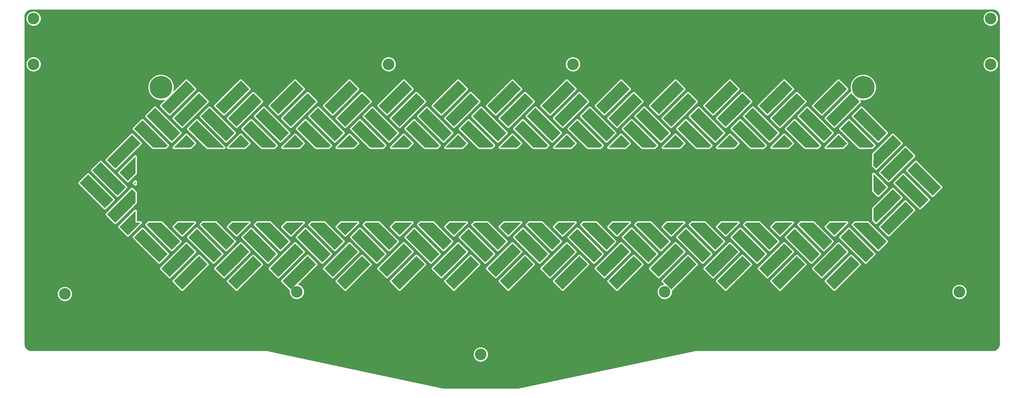
<source format=gbl>
G04 #@! TF.GenerationSoftware,KiCad,Pcbnew,5.1.10-88a1d61d58~90~ubuntu21.04.1*
G04 #@! TF.CreationDate,2021-08-17T12:13:25+02:00*
G04 #@! TF.ProjectId,basketweave_bottom,6261736b-6574-4776-9561-76655f626f74,rev?*
G04 #@! TF.SameCoordinates,Original*
G04 #@! TF.FileFunction,Copper,L2,Bot*
G04 #@! TF.FilePolarity,Positive*
%FSLAX46Y46*%
G04 Gerber Fmt 4.6, Leading zero omitted, Abs format (unit mm)*
G04 Created by KiCad (PCBNEW 5.1.10-88a1d61d58~90~ubuntu21.04.1) date 2021-08-17 12:13:25*
%MOMM*%
%LPD*%
G01*
G04 APERTURE LIST*
G04 #@! TA.AperFunction,NonConductor*
%ADD10C,0.100000*%
G04 #@! TD*
G04 #@! TA.AperFunction,ComponentPad*
%ADD11C,4.400000*%
G04 #@! TD*
G04 #@! TA.AperFunction,ComponentPad*
%ADD12C,8.600000*%
G04 #@! TD*
G04 #@! TA.AperFunction,NonConductor*
%ADD13C,0.254000*%
G04 #@! TD*
G04 APERTURE END LIST*
D10*
G36*
X83464400Y-159391350D02*
G01*
X80289400Y-156216350D01*
X81876900Y-154628850D01*
X88226900Y-154628850D01*
X83464400Y-159391350D01*
G37*
X83464400Y-159391350D02*
X80289400Y-156216350D01*
X81876900Y-154628850D01*
X88226900Y-154628850D01*
X83464400Y-159391350D01*
G36*
X371595650Y-141135100D02*
G01*
X368420650Y-144310100D01*
X358895650Y-134785100D01*
X362070650Y-131610100D01*
X371595650Y-141135100D01*
G37*
X371595650Y-141135100D02*
X368420650Y-144310100D01*
X358895650Y-134785100D01*
X362070650Y-131610100D01*
X371595650Y-141135100D01*
G36*
X366833150Y-145897600D02*
G01*
X363658150Y-149072600D01*
X354133150Y-139547600D01*
X357308150Y-136372600D01*
X366833150Y-145897600D01*
G37*
X366833150Y-145897600D02*
X363658150Y-149072600D01*
X354133150Y-139547600D01*
X357308150Y-136372600D01*
X366833150Y-145897600D01*
G36*
X340639400Y-108591350D02*
G01*
X331114400Y-118116350D01*
X327939400Y-114941350D01*
X337464400Y-105416350D01*
X340639400Y-108591350D01*
G37*
X340639400Y-108591350D02*
X331114400Y-118116350D01*
X327939400Y-114941350D01*
X337464400Y-105416350D01*
X340639400Y-108591350D01*
G36*
X350958150Y-120497600D02*
G01*
X347783150Y-123672600D01*
X338258150Y-114147600D01*
X341433150Y-110972600D01*
X350958150Y-120497600D01*
G37*
X350958150Y-120497600D02*
X347783150Y-123672600D01*
X338258150Y-114147600D01*
X341433150Y-110972600D01*
X350958150Y-120497600D01*
G36*
X346195650Y-125260100D02*
G01*
X345405075Y-126050675D01*
X340642575Y-126057025D01*
X333495650Y-118910100D01*
X336670650Y-115735100D01*
X346195650Y-125260100D01*
G37*
X346195650Y-125260100D02*
X345405075Y-126050675D01*
X340642575Y-126057025D01*
X333495650Y-118910100D01*
X336670650Y-115735100D01*
X346195650Y-125260100D01*
G36*
X361276900Y-129228850D02*
G01*
X351751900Y-138753850D01*
X348576900Y-135578850D01*
X358101900Y-126053850D01*
X361276900Y-129228850D01*
G37*
X361276900Y-129228850D02*
X351751900Y-138753850D01*
X348576900Y-135578850D01*
X358101900Y-126053850D01*
X361276900Y-129228850D01*
G36*
X356514400Y-124466350D02*
G01*
X346989400Y-133991350D01*
X345970225Y-132972175D01*
X346001975Y-128628775D01*
X353339400Y-121291350D01*
X356514400Y-124466350D01*
G37*
X356514400Y-124466350D02*
X346989400Y-133991350D01*
X345970225Y-132972175D01*
X346001975Y-128628775D01*
X353339400Y-121291350D01*
X356514400Y-124466350D01*
G36*
X335876900Y-103828850D02*
G01*
X326351900Y-113353850D01*
X323176900Y-110178850D01*
X332701900Y-100653850D01*
X335876900Y-103828850D01*
G37*
X335876900Y-103828850D02*
X326351900Y-113353850D01*
X323176900Y-110178850D01*
X332701900Y-100653850D01*
X335876900Y-103828850D01*
G36*
X330320650Y-120497600D02*
G01*
X327145650Y-123672600D01*
X317620650Y-114147600D01*
X320795650Y-110972600D01*
X330320650Y-120497600D01*
G37*
X330320650Y-120497600D02*
X327145650Y-123672600D01*
X317620650Y-114147600D01*
X320795650Y-110972600D01*
X330320650Y-120497600D01*
G36*
X325558150Y-125260100D02*
G01*
X324764400Y-126053850D01*
X320001900Y-126053850D01*
X312858150Y-118910100D01*
X316033150Y-115735100D01*
X325558150Y-125260100D01*
G37*
X325558150Y-125260100D02*
X324764400Y-126053850D01*
X320001900Y-126053850D01*
X312858150Y-118910100D01*
X316033150Y-115735100D01*
X325558150Y-125260100D01*
G36*
X350958150Y-141135100D02*
G01*
X347783150Y-144310100D01*
X346008325Y-142535275D01*
X346008325Y-136185275D01*
X350958150Y-141135100D01*
G37*
X350958150Y-141135100D02*
X347783150Y-144310100D01*
X346008325Y-142535275D01*
X346008325Y-136185275D01*
X350958150Y-141135100D01*
G36*
X335876900Y-124466350D02*
G01*
X334352900Y-126034800D01*
X331908150Y-126053850D01*
X327939400Y-126053850D01*
X332701900Y-121291350D01*
X335876900Y-124466350D01*
G37*
X335876900Y-124466350D02*
X334352900Y-126034800D01*
X331908150Y-126053850D01*
X327939400Y-126053850D01*
X332701900Y-121291350D01*
X335876900Y-124466350D01*
G36*
X356514400Y-145103850D02*
G01*
X346989400Y-154628850D01*
X345989275Y-153628725D01*
X346008325Y-149259925D01*
X353339400Y-141928850D01*
X356514400Y-145103850D01*
G37*
X356514400Y-145103850D02*
X346989400Y-154628850D01*
X345989275Y-153628725D01*
X346008325Y-149259925D01*
X353339400Y-141928850D01*
X356514400Y-145103850D01*
G36*
X361276900Y-149866350D02*
G01*
X351751900Y-159391350D01*
X348576900Y-156216350D01*
X358101900Y-146691350D01*
X361276900Y-149866350D01*
G37*
X361276900Y-149866350D02*
X351751900Y-159391350D01*
X348576900Y-156216350D01*
X358101900Y-146691350D01*
X361276900Y-149866350D01*
G36*
X320001900Y-108591350D02*
G01*
X310476900Y-118116350D01*
X307301900Y-114941350D01*
X316826900Y-105416350D01*
X320001900Y-108591350D01*
G37*
X320001900Y-108591350D02*
X310476900Y-118116350D01*
X307301900Y-114941350D01*
X316826900Y-105416350D01*
X320001900Y-108591350D01*
G36*
X315239400Y-103828850D02*
G01*
X305714400Y-113353850D01*
X302539400Y-110178850D01*
X312064400Y-100653850D01*
X315239400Y-103828850D01*
G37*
X315239400Y-103828850D02*
X305714400Y-113353850D01*
X302539400Y-110178850D01*
X312064400Y-100653850D01*
X315239400Y-103828850D01*
G36*
X315239400Y-124466350D02*
G01*
X313651900Y-126053850D01*
X307301900Y-126053850D01*
X312064400Y-121291350D01*
X315239400Y-124466350D01*
G37*
X315239400Y-124466350D02*
X313651900Y-126053850D01*
X307301900Y-126053850D01*
X312064400Y-121291350D01*
X315239400Y-124466350D01*
G36*
X331114400Y-159391350D02*
G01*
X327939400Y-156216350D01*
X329526900Y-154628850D01*
X335876900Y-154628850D01*
X331114400Y-159391350D01*
G37*
X331114400Y-159391350D02*
X327939400Y-156216350D01*
X329526900Y-154628850D01*
X335876900Y-154628850D01*
X331114400Y-159391350D01*
G36*
X310476900Y-159391350D02*
G01*
X307301900Y-156216350D01*
X308889400Y-154628850D01*
X315239400Y-154628850D01*
X310476900Y-159391350D01*
G37*
X310476900Y-159391350D02*
X307301900Y-156216350D01*
X308889400Y-154628850D01*
X315239400Y-154628850D01*
X310476900Y-159391350D01*
G36*
X289839400Y-159391350D02*
G01*
X286664400Y-156216350D01*
X288251900Y-154628850D01*
X294601900Y-154628850D01*
X289839400Y-159391350D01*
G37*
X289839400Y-159391350D02*
X286664400Y-156216350D01*
X288251900Y-154628850D01*
X294601900Y-154628850D01*
X289839400Y-159391350D01*
G36*
X269201900Y-159391350D02*
G01*
X266026900Y-156216350D01*
X267614400Y-154628850D01*
X273964400Y-154628850D01*
X269201900Y-159391350D01*
G37*
X269201900Y-159391350D02*
X266026900Y-156216350D01*
X267614400Y-154628850D01*
X273964400Y-154628850D01*
X269201900Y-159391350D01*
G36*
X248564400Y-159391350D02*
G01*
X245389400Y-156216350D01*
X246976900Y-154628850D01*
X253326900Y-154628850D01*
X248564400Y-159391350D01*
G37*
X248564400Y-159391350D02*
X245389400Y-156216350D01*
X246976900Y-154628850D01*
X253326900Y-154628850D01*
X248564400Y-159391350D01*
G36*
X227926900Y-159391350D02*
G01*
X224751900Y-156216350D01*
X226339400Y-154628850D01*
X232689400Y-154628850D01*
X227926900Y-159391350D01*
G37*
X227926900Y-159391350D02*
X224751900Y-156216350D01*
X226339400Y-154628850D01*
X232689400Y-154628850D01*
X227926900Y-159391350D01*
G36*
X207289400Y-159391350D02*
G01*
X204114400Y-156216350D01*
X205701900Y-154628850D01*
X212051900Y-154628850D01*
X207289400Y-159391350D01*
G37*
X207289400Y-159391350D02*
X204114400Y-156216350D01*
X205701900Y-154628850D01*
X212051900Y-154628850D01*
X207289400Y-159391350D01*
G36*
X186651900Y-159391350D02*
G01*
X183476900Y-156216350D01*
X185064400Y-154628850D01*
X191414400Y-154628850D01*
X186651900Y-159391350D01*
G37*
X186651900Y-159391350D02*
X183476900Y-156216350D01*
X185064400Y-154628850D01*
X191414400Y-154628850D01*
X186651900Y-159391350D01*
G36*
X166014400Y-159391350D02*
G01*
X162839400Y-156216350D01*
X164426900Y-154628850D01*
X170776900Y-154628850D01*
X166014400Y-159391350D01*
G37*
X166014400Y-159391350D02*
X162839400Y-156216350D01*
X164426900Y-154628850D01*
X170776900Y-154628850D01*
X166014400Y-159391350D01*
G36*
X145376900Y-159391350D02*
G01*
X142201900Y-156216350D01*
X143789400Y-154628850D01*
X150139400Y-154628850D01*
X145376900Y-159391350D01*
G37*
X145376900Y-159391350D02*
X142201900Y-156216350D01*
X143789400Y-154628850D01*
X150139400Y-154628850D01*
X145376900Y-159391350D01*
G36*
X124739400Y-159391350D02*
G01*
X121564400Y-156216350D01*
X123151900Y-154628850D01*
X129501900Y-154628850D01*
X124739400Y-159391350D01*
G37*
X124739400Y-159391350D02*
X121564400Y-156216350D01*
X123151900Y-154628850D01*
X129501900Y-154628850D01*
X124739400Y-159391350D01*
G36*
X315239400Y-165741350D02*
G01*
X305714400Y-175266350D01*
X302539400Y-172091350D01*
X312064400Y-162566350D01*
X315239400Y-165741350D01*
G37*
X315239400Y-165741350D02*
X305714400Y-175266350D01*
X302539400Y-172091350D01*
X312064400Y-162566350D01*
X315239400Y-165741350D01*
G36*
X320001900Y-170503850D02*
G01*
X310476900Y-180028850D01*
X307301900Y-176853850D01*
X316826900Y-167328850D01*
X320001900Y-170503850D01*
G37*
X320001900Y-170503850D02*
X310476900Y-180028850D01*
X307301900Y-176853850D01*
X316826900Y-167328850D01*
X320001900Y-170503850D01*
G36*
X299364400Y-170503850D02*
G01*
X289839400Y-180028850D01*
X286664400Y-176853850D01*
X296189400Y-167328850D01*
X299364400Y-170503850D01*
G37*
X299364400Y-170503850D02*
X289839400Y-180028850D01*
X286664400Y-176853850D01*
X296189400Y-167328850D01*
X299364400Y-170503850D01*
G36*
X289045650Y-161772600D02*
G01*
X285870650Y-164947600D01*
X276345650Y-155422600D01*
X277139400Y-154628850D01*
X281901900Y-154628850D01*
X289045650Y-161772600D01*
G37*
X289045650Y-161772600D02*
X285870650Y-164947600D01*
X276345650Y-155422600D01*
X277139400Y-154628850D01*
X281901900Y-154628850D01*
X289045650Y-161772600D01*
G36*
X284283150Y-166535100D02*
G01*
X281108150Y-169710100D01*
X271583150Y-160185100D01*
X274758150Y-157010100D01*
X284283150Y-166535100D01*
G37*
X284283150Y-166535100D02*
X281108150Y-169710100D01*
X271583150Y-160185100D01*
X274758150Y-157010100D01*
X284283150Y-166535100D01*
G36*
X294601900Y-165741350D02*
G01*
X285076900Y-175266350D01*
X281901900Y-172091350D01*
X291426900Y-162566350D01*
X294601900Y-165741350D01*
G37*
X294601900Y-165741350D02*
X285076900Y-175266350D01*
X281901900Y-172091350D01*
X291426900Y-162566350D01*
X294601900Y-165741350D01*
G36*
X309683150Y-161772600D02*
G01*
X306508150Y-164947600D01*
X296983150Y-155422600D01*
X297776900Y-154628850D01*
X302539400Y-154628850D01*
X309683150Y-161772600D01*
G37*
X309683150Y-161772600D02*
X306508150Y-164947600D01*
X296983150Y-155422600D01*
X297776900Y-154628850D01*
X302539400Y-154628850D01*
X309683150Y-161772600D01*
G36*
X304920650Y-166535100D02*
G01*
X301745650Y-169710100D01*
X292220650Y-160185100D01*
X295395650Y-157010100D01*
X304920650Y-166535100D01*
G37*
X304920650Y-166535100D02*
X301745650Y-169710100D01*
X292220650Y-160185100D01*
X295395650Y-157010100D01*
X304920650Y-166535100D01*
G36*
X330320650Y-161772600D02*
G01*
X327145650Y-164947600D01*
X317620650Y-155422600D01*
X318414400Y-154628850D01*
X323176900Y-154628850D01*
X330320650Y-161772600D01*
G37*
X330320650Y-161772600D02*
X327145650Y-164947600D01*
X317620650Y-155422600D01*
X318414400Y-154628850D01*
X323176900Y-154628850D01*
X330320650Y-161772600D01*
G36*
X340639400Y-170503850D02*
G01*
X331114400Y-180028850D01*
X327939400Y-176853850D01*
X337464400Y-167328850D01*
X340639400Y-170503850D01*
G37*
X340639400Y-170503850D02*
X331114400Y-180028850D01*
X327939400Y-176853850D01*
X337464400Y-167328850D01*
X340639400Y-170503850D01*
G36*
X325558150Y-166535100D02*
G01*
X322383150Y-169710100D01*
X312858150Y-160185100D01*
X316033150Y-157010100D01*
X325558150Y-166535100D01*
G37*
X325558150Y-166535100D02*
X322383150Y-169710100D01*
X312858150Y-160185100D01*
X316033150Y-157010100D01*
X325558150Y-166535100D01*
G36*
X335876900Y-165741350D02*
G01*
X326351900Y-175266350D01*
X323176900Y-172091350D01*
X332701900Y-162566350D01*
X335876900Y-165741350D01*
G37*
X335876900Y-165741350D02*
X326351900Y-175266350D01*
X323176900Y-172091350D01*
X332701900Y-162566350D01*
X335876900Y-165741350D01*
G36*
X343842975Y-154657425D02*
G01*
X350958150Y-161772600D01*
X347783150Y-164947600D01*
X338258150Y-155422600D01*
X339042375Y-154638375D01*
X343842975Y-154657425D01*
G37*
X343842975Y-154657425D02*
X350958150Y-161772600D01*
X347783150Y-164947600D01*
X338258150Y-155422600D01*
X339042375Y-154638375D01*
X343842975Y-154657425D01*
G36*
X346195650Y-166535100D02*
G01*
X343020650Y-169710100D01*
X333495650Y-160185100D01*
X336670650Y-157010100D01*
X346195650Y-166535100D01*
G37*
X346195650Y-166535100D02*
X343020650Y-169710100D01*
X333495650Y-160185100D01*
X336670650Y-157010100D01*
X346195650Y-166535100D01*
G36*
X232689399Y-165741350D02*
G01*
X223164400Y-175266350D01*
X219989400Y-172091350D01*
X229514399Y-162566350D01*
X232689399Y-165741350D01*
G37*
X232689399Y-165741350D02*
X223164400Y-175266350D01*
X219989400Y-172091350D01*
X229514399Y-162566350D01*
X232689399Y-165741350D01*
G36*
X237451900Y-170503851D02*
G01*
X227926900Y-180028850D01*
X224751900Y-176853850D01*
X234276899Y-167328850D01*
X237451900Y-170503851D01*
G37*
X237451900Y-170503851D02*
X227926900Y-180028850D01*
X224751900Y-176853850D01*
X234276899Y-167328850D01*
X237451900Y-170503851D01*
G36*
X216814400Y-170503850D02*
G01*
X207289400Y-180028850D01*
X204114400Y-176853850D01*
X213639400Y-167328850D01*
X216814400Y-170503850D01*
G37*
X216814400Y-170503850D02*
X207289400Y-180028850D01*
X204114400Y-176853850D01*
X213639400Y-167328850D01*
X216814400Y-170503850D01*
G36*
X206495650Y-161772600D02*
G01*
X203320650Y-164947600D01*
X193795650Y-155422600D01*
X194589400Y-154628850D01*
X199351900Y-154628850D01*
X206495650Y-161772600D01*
G37*
X206495650Y-161772600D02*
X203320650Y-164947600D01*
X193795650Y-155422600D01*
X194589400Y-154628850D01*
X199351900Y-154628850D01*
X206495650Y-161772600D01*
G36*
X201733150Y-166535100D02*
G01*
X198558150Y-169710100D01*
X189033150Y-160185100D01*
X192208150Y-157010100D01*
X201733150Y-166535100D01*
G37*
X201733150Y-166535100D02*
X198558150Y-169710100D01*
X189033150Y-160185100D01*
X192208150Y-157010100D01*
X201733150Y-166535100D01*
G36*
X212051900Y-165741350D02*
G01*
X202526900Y-175266350D01*
X199351900Y-172091350D01*
X208876900Y-162566350D01*
X212051900Y-165741350D01*
G37*
X212051900Y-165741350D02*
X202526900Y-175266350D01*
X199351900Y-172091350D01*
X208876900Y-162566350D01*
X212051900Y-165741350D01*
G36*
X227133149Y-161772600D02*
G01*
X223958150Y-164947600D01*
X214433150Y-155422600D01*
X215226900Y-154628850D01*
X219989400Y-154628850D01*
X227133149Y-161772600D01*
G37*
X227133149Y-161772600D02*
X223958150Y-164947600D01*
X214433150Y-155422600D01*
X215226900Y-154628850D01*
X219989400Y-154628850D01*
X227133149Y-161772600D01*
G36*
X222370650Y-166535100D02*
G01*
X219195650Y-169710100D01*
X209670650Y-160185100D01*
X212845650Y-157010100D01*
X222370650Y-166535100D01*
G37*
X222370650Y-166535100D02*
X219195650Y-169710100D01*
X209670650Y-160185100D01*
X212845650Y-157010100D01*
X222370650Y-166535100D01*
G36*
X247770651Y-161772600D02*
G01*
X244595650Y-164947601D01*
X235070649Y-155422600D01*
X235864400Y-154628850D01*
X240626900Y-154628850D01*
X247770651Y-161772600D01*
G37*
X247770651Y-161772600D02*
X244595650Y-164947601D01*
X235070649Y-155422600D01*
X235864400Y-154628850D01*
X240626900Y-154628850D01*
X247770651Y-161772600D01*
G36*
X258089400Y-170503850D02*
G01*
X248564400Y-180028850D01*
X245389400Y-176853850D01*
X254914401Y-167328850D01*
X258089400Y-170503850D01*
G37*
X258089400Y-170503850D02*
X248564400Y-180028850D01*
X245389400Y-176853850D01*
X254914401Y-167328850D01*
X258089400Y-170503850D01*
G36*
X243008150Y-166535101D02*
G01*
X239833150Y-169710101D01*
X230308149Y-160185100D01*
X233483149Y-157010100D01*
X243008150Y-166535101D01*
G37*
X243008150Y-166535101D02*
X239833150Y-169710101D01*
X230308149Y-160185100D01*
X233483149Y-157010100D01*
X243008150Y-166535101D01*
G36*
X253326901Y-165741350D02*
G01*
X243801900Y-175266351D01*
X240626900Y-172091351D01*
X250151901Y-162566350D01*
X253326901Y-165741350D01*
G37*
X253326901Y-165741350D02*
X243801900Y-175266351D01*
X240626900Y-172091351D01*
X250151901Y-162566350D01*
X253326901Y-165741350D01*
G36*
X273964400Y-165741350D02*
G01*
X264439400Y-175266350D01*
X261264400Y-172091350D01*
X270789400Y-162566350D01*
X273964400Y-165741350D01*
G37*
X273964400Y-165741350D02*
X264439400Y-175266350D01*
X261264400Y-172091350D01*
X270789400Y-162566350D01*
X273964400Y-165741350D01*
G36*
X278726900Y-170503850D02*
G01*
X269201900Y-180028850D01*
X266026900Y-176853850D01*
X275551900Y-167328850D01*
X278726900Y-170503850D01*
G37*
X278726900Y-170503850D02*
X269201900Y-180028850D01*
X266026900Y-176853850D01*
X275551900Y-167328850D01*
X278726900Y-170503850D01*
G36*
X268408150Y-161772600D02*
G01*
X265233150Y-164947600D01*
X255708151Y-155422600D01*
X256501900Y-154628850D01*
X261264400Y-154628850D01*
X268408150Y-161772600D01*
G37*
X268408150Y-161772600D02*
X265233150Y-164947600D01*
X255708151Y-155422600D01*
X256501900Y-154628850D01*
X261264400Y-154628850D01*
X268408150Y-161772600D01*
G36*
X263645650Y-166535100D02*
G01*
X260470650Y-169710100D01*
X250945651Y-160185100D01*
X254120651Y-157010100D01*
X263645650Y-166535100D01*
G37*
X263645650Y-166535100D02*
X260470650Y-169710100D01*
X250945651Y-160185100D01*
X254120651Y-157010100D01*
X263645650Y-166535100D01*
G36*
X150139400Y-165741350D02*
G01*
X140614400Y-175266350D01*
X137439400Y-172091350D01*
X146964400Y-162566350D01*
X150139400Y-165741350D01*
G37*
X150139400Y-165741350D02*
X140614400Y-175266350D01*
X137439400Y-172091350D01*
X146964400Y-162566350D01*
X150139400Y-165741350D01*
G36*
X154901900Y-170503850D02*
G01*
X145376900Y-180028850D01*
X142201900Y-176853850D01*
X151726900Y-167328850D01*
X154901900Y-170503850D01*
G37*
X154901900Y-170503850D02*
X145376900Y-180028850D01*
X142201900Y-176853850D01*
X151726900Y-167328850D01*
X154901900Y-170503850D01*
G36*
X134264400Y-170503850D02*
G01*
X124739400Y-180028850D01*
X121564400Y-176853850D01*
X131089400Y-167328850D01*
X134264400Y-170503850D01*
G37*
X134264400Y-170503850D02*
X124739400Y-180028850D01*
X121564400Y-176853850D01*
X131089400Y-167328850D01*
X134264400Y-170503850D01*
G36*
X123945650Y-161772600D02*
G01*
X120770650Y-164947600D01*
X111245650Y-155422600D01*
X112039400Y-154628850D01*
X116801900Y-154628850D01*
X123945650Y-161772600D01*
G37*
X123945650Y-161772600D02*
X120770650Y-164947600D01*
X111245650Y-155422600D01*
X112039400Y-154628850D01*
X116801900Y-154628850D01*
X123945650Y-161772600D01*
G36*
X119183150Y-166535100D02*
G01*
X116008150Y-169710100D01*
X106483150Y-160185100D01*
X109658150Y-157010100D01*
X119183150Y-166535100D01*
G37*
X119183150Y-166535100D02*
X116008150Y-169710100D01*
X106483150Y-160185100D01*
X109658150Y-157010100D01*
X119183150Y-166535100D01*
G36*
X129501900Y-165741350D02*
G01*
X119976900Y-175266350D01*
X116801900Y-172091350D01*
X126326900Y-162566350D01*
X129501900Y-165741350D01*
G37*
X129501900Y-165741350D02*
X119976900Y-175266350D01*
X116801900Y-172091350D01*
X126326900Y-162566350D01*
X129501900Y-165741350D01*
G36*
X144583150Y-161772600D02*
G01*
X141408150Y-164947600D01*
X131883150Y-155422600D01*
X132676900Y-154628850D01*
X137439400Y-154628850D01*
X144583150Y-161772600D01*
G37*
X144583150Y-161772600D02*
X141408150Y-164947600D01*
X131883150Y-155422600D01*
X132676900Y-154628850D01*
X137439400Y-154628850D01*
X144583150Y-161772600D01*
G36*
X139820650Y-166535100D02*
G01*
X136645650Y-169710100D01*
X127120650Y-160185100D01*
X130295650Y-157010100D01*
X139820650Y-166535100D01*
G37*
X139820650Y-166535100D02*
X136645650Y-169710100D01*
X127120650Y-160185100D01*
X130295650Y-157010100D01*
X139820650Y-166535100D01*
G36*
X165220650Y-161772600D02*
G01*
X162045650Y-164947600D01*
X152520650Y-155422600D01*
X153314400Y-154628850D01*
X158076900Y-154628850D01*
X165220650Y-161772600D01*
G37*
X165220650Y-161772600D02*
X162045650Y-164947600D01*
X152520650Y-155422600D01*
X153314400Y-154628850D01*
X158076900Y-154628850D01*
X165220650Y-161772600D01*
G36*
X175539400Y-170503850D02*
G01*
X166014400Y-180028850D01*
X162839400Y-176853850D01*
X172364400Y-167328850D01*
X175539400Y-170503850D01*
G37*
X175539400Y-170503850D02*
X166014400Y-180028850D01*
X162839400Y-176853850D01*
X172364400Y-167328850D01*
X175539400Y-170503850D01*
G36*
X160458150Y-166535100D02*
G01*
X157283150Y-169710100D01*
X147758150Y-160185100D01*
X150933150Y-157010100D01*
X160458150Y-166535100D01*
G37*
X160458150Y-166535100D02*
X157283150Y-169710100D01*
X147758150Y-160185100D01*
X150933150Y-157010100D01*
X160458150Y-166535100D01*
G36*
X170776900Y-165741350D02*
G01*
X161251900Y-175266350D01*
X158076900Y-172091350D01*
X167601900Y-162566350D01*
X170776900Y-165741350D01*
G37*
X170776900Y-165741350D02*
X161251900Y-175266350D01*
X158076900Y-172091350D01*
X167601900Y-162566350D01*
X170776900Y-165741350D01*
G36*
X191414400Y-165741350D02*
G01*
X181889400Y-175266350D01*
X178714400Y-172091350D01*
X188239400Y-162566350D01*
X191414400Y-165741350D01*
G37*
X191414400Y-165741350D02*
X181889400Y-175266350D01*
X178714400Y-172091350D01*
X188239400Y-162566350D01*
X191414400Y-165741350D01*
G36*
X196176900Y-170503850D02*
G01*
X186651900Y-180028850D01*
X183476900Y-176853850D01*
X193001900Y-167328850D01*
X196176900Y-170503850D01*
G37*
X196176900Y-170503850D02*
X186651900Y-180028850D01*
X183476900Y-176853850D01*
X193001900Y-167328850D01*
X196176900Y-170503850D01*
G36*
X185858150Y-161772600D02*
G01*
X182683150Y-164947600D01*
X173158150Y-155422600D01*
X173951900Y-154628850D01*
X178714400Y-154628850D01*
X185858150Y-161772600D01*
G37*
X185858150Y-161772600D02*
X182683150Y-164947600D01*
X173158150Y-155422600D01*
X173951900Y-154628850D01*
X178714400Y-154628850D01*
X185858150Y-161772600D01*
G36*
X181095650Y-166535100D02*
G01*
X177920650Y-169710100D01*
X168395650Y-160185100D01*
X171570650Y-157010100D01*
X181095650Y-166535100D01*
G37*
X181095650Y-166535100D02*
X177920650Y-169710100D01*
X168395650Y-160185100D01*
X171570650Y-157010100D01*
X181095650Y-166535100D01*
G36*
X232689399Y-124466350D02*
G01*
X231895649Y-125260100D01*
X231101900Y-126053850D01*
X224751900Y-126053850D01*
X229514399Y-121291350D01*
X232689399Y-124466350D01*
G37*
X232689399Y-124466350D02*
X231895649Y-125260100D01*
X231101900Y-126053850D01*
X224751900Y-126053850D01*
X229514399Y-121291350D01*
X232689399Y-124466350D01*
G36*
X237451900Y-108591349D02*
G01*
X227926899Y-118116350D01*
X224751900Y-114941350D01*
X234276900Y-105416349D01*
X237451900Y-108591349D01*
G37*
X237451900Y-108591349D02*
X227926899Y-118116350D01*
X224751900Y-114941350D01*
X234276900Y-105416349D01*
X237451900Y-108591349D01*
G36*
X212051900Y-103828850D02*
G01*
X202526900Y-113353850D01*
X199351900Y-110178850D01*
X208876900Y-100653850D01*
X212051900Y-103828850D01*
G37*
X212051900Y-103828850D02*
X202526900Y-113353850D01*
X199351900Y-110178850D01*
X208876900Y-100653850D01*
X212051900Y-103828850D01*
G36*
X232689400Y-103828849D02*
G01*
X223164400Y-113353850D01*
X219989400Y-110178850D01*
X229514400Y-100653850D01*
X232689400Y-103828849D01*
G37*
X232689400Y-103828849D02*
X223164400Y-113353850D01*
X219989400Y-110178850D01*
X229514400Y-100653850D01*
X232689400Y-103828849D01*
G36*
X216814400Y-108591350D02*
G01*
X207289400Y-118116350D01*
X204114400Y-114941350D01*
X213639400Y-105416350D01*
X216814400Y-108591350D01*
G37*
X216814400Y-108591350D02*
X207289400Y-118116350D01*
X204114400Y-114941350D01*
X213639400Y-105416350D01*
X216814400Y-108591350D01*
G36*
X206495650Y-120497600D02*
G01*
X203320650Y-123672600D01*
X193795650Y-114147600D01*
X196970650Y-110972600D01*
X206495650Y-120497600D01*
G37*
X206495650Y-120497600D02*
X203320650Y-123672600D01*
X193795650Y-114147600D01*
X196970650Y-110972600D01*
X206495650Y-120497600D01*
G36*
X201733150Y-125260100D02*
G01*
X200939400Y-126053850D01*
X196176900Y-126053850D01*
X189033150Y-118910100D01*
X192208150Y-115735100D01*
X201733150Y-125260100D01*
G37*
X201733150Y-125260100D02*
X200939400Y-126053850D01*
X196176900Y-126053850D01*
X189033150Y-118910100D01*
X192208150Y-115735100D01*
X201733150Y-125260100D01*
G36*
X212051900Y-124466350D02*
G01*
X210464400Y-126053850D01*
X204114400Y-126053850D01*
X208876900Y-121291350D01*
X212051900Y-124466350D01*
G37*
X212051900Y-124466350D02*
X210464400Y-126053850D01*
X204114400Y-126053850D01*
X208876900Y-121291350D01*
X212051900Y-124466350D01*
G36*
X309683150Y-120497600D02*
G01*
X306508150Y-123672600D01*
X296983150Y-114147600D01*
X300158150Y-110972600D01*
X309683150Y-120497600D01*
G37*
X309683150Y-120497600D02*
X306508150Y-123672600D01*
X296983150Y-114147600D01*
X300158150Y-110972600D01*
X309683150Y-120497600D01*
G36*
X304920650Y-125260100D02*
G01*
X304126900Y-126053850D01*
X299364400Y-126053850D01*
X292220650Y-118910100D01*
X295395650Y-115735100D01*
X304920650Y-125260100D01*
G37*
X304920650Y-125260100D02*
X304126900Y-126053850D01*
X299364400Y-126053850D01*
X292220650Y-118910100D01*
X295395650Y-115735100D01*
X304920650Y-125260100D01*
G36*
X227133149Y-120497600D02*
G01*
X223958150Y-123672600D01*
X214433150Y-114147600D01*
X217608150Y-110972600D01*
X227133149Y-120497600D01*
G37*
X227133149Y-120497600D02*
X223958150Y-123672600D01*
X214433150Y-114147600D01*
X217608150Y-110972600D01*
X227133149Y-120497600D01*
G36*
X222370650Y-125260100D02*
G01*
X221576900Y-126053850D01*
X216814400Y-126053850D01*
X209670650Y-118910100D01*
X212845650Y-115735100D01*
X222370650Y-125260100D01*
G37*
X222370650Y-125260100D02*
X221576900Y-126053850D01*
X216814400Y-126053850D01*
X209670650Y-118910100D01*
X212845650Y-115735100D01*
X222370650Y-125260100D01*
G36*
X247770651Y-120497600D02*
G01*
X244595650Y-123672601D01*
X235070649Y-114147600D01*
X238245650Y-110972599D01*
X247770651Y-120497600D01*
G37*
X247770651Y-120497600D02*
X244595650Y-123672601D01*
X235070649Y-114147600D01*
X238245650Y-110972599D01*
X247770651Y-120497600D01*
G36*
X278726900Y-108591350D02*
G01*
X269201900Y-118116350D01*
X266026900Y-114941350D01*
X275551900Y-105416350D01*
X278726900Y-108591350D01*
G37*
X278726900Y-108591350D02*
X269201900Y-118116350D01*
X266026900Y-114941350D01*
X275551900Y-105416350D01*
X278726900Y-108591350D01*
G36*
X294601900Y-103828850D02*
G01*
X285076900Y-113353850D01*
X281901900Y-110178850D01*
X291426900Y-100653850D01*
X294601900Y-103828850D01*
G37*
X294601900Y-103828850D02*
X285076900Y-113353850D01*
X281901900Y-110178850D01*
X291426900Y-100653850D01*
X294601900Y-103828850D01*
G36*
X243008150Y-125260101D02*
G01*
X242214400Y-126053850D01*
X237451900Y-126053851D01*
X230308149Y-118910100D01*
X233483149Y-115735100D01*
X243008150Y-125260101D01*
G37*
X243008150Y-125260101D02*
X242214400Y-126053850D01*
X237451900Y-126053851D01*
X230308149Y-118910100D01*
X233483149Y-115735100D01*
X243008150Y-125260101D01*
G36*
X253326901Y-124466350D02*
G01*
X251739400Y-126053850D01*
X245389400Y-126053850D01*
X250151901Y-121291350D01*
X253326901Y-124466350D01*
G37*
X253326901Y-124466350D02*
X251739400Y-126053850D01*
X245389400Y-126053850D01*
X250151901Y-121291350D01*
X253326901Y-124466350D01*
G36*
X253326900Y-103828849D02*
G01*
X243801900Y-113353849D01*
X240626900Y-110178849D01*
X250151900Y-100653850D01*
X253326900Y-103828849D01*
G37*
X253326900Y-103828849D02*
X243801900Y-113353849D01*
X240626900Y-110178849D01*
X250151900Y-100653850D01*
X253326900Y-103828849D01*
G36*
X273964400Y-103828850D02*
G01*
X264439400Y-113353850D01*
X261264400Y-110178850D01*
X270789400Y-100653850D01*
X273964400Y-103828850D01*
G37*
X273964400Y-103828850D02*
X264439400Y-113353850D01*
X261264400Y-110178850D01*
X270789400Y-100653850D01*
X273964400Y-103828850D01*
G36*
X284283150Y-125260100D02*
G01*
X283489400Y-126053850D01*
X278726900Y-126053850D01*
X271583150Y-118910100D01*
X274758150Y-115735100D01*
X284283150Y-125260100D01*
G37*
X284283150Y-125260100D02*
X283489400Y-126053850D01*
X278726900Y-126053850D01*
X271583150Y-118910100D01*
X274758150Y-115735100D01*
X284283150Y-125260100D01*
G36*
X289045650Y-120497600D02*
G01*
X285870650Y-123672600D01*
X276345650Y-114147600D01*
X279520650Y-110972600D01*
X289045650Y-120497600D01*
G37*
X289045650Y-120497600D02*
X285870650Y-123672600D01*
X276345650Y-114147600D01*
X279520650Y-110972600D01*
X289045650Y-120497600D01*
G36*
X258089400Y-108591350D02*
G01*
X248564401Y-118116350D01*
X245389400Y-114941349D01*
X254914400Y-105416349D01*
X258089400Y-108591350D01*
G37*
X258089400Y-108591350D02*
X248564401Y-118116350D01*
X245389400Y-114941349D01*
X254914400Y-105416349D01*
X258089400Y-108591350D01*
G36*
X299364400Y-108591350D02*
G01*
X289839400Y-118116350D01*
X286664400Y-114941350D01*
X296189400Y-105416350D01*
X299364400Y-108591350D01*
G37*
X299364400Y-108591350D02*
X289839400Y-118116350D01*
X286664400Y-114941350D01*
X296189400Y-105416350D01*
X299364400Y-108591350D01*
G36*
X273964400Y-124466350D02*
G01*
X272376900Y-126053850D01*
X266026900Y-126053850D01*
X270789400Y-121291350D01*
X273964400Y-124466350D01*
G37*
X273964400Y-124466350D02*
X272376900Y-126053850D01*
X266026900Y-126053850D01*
X270789400Y-121291350D01*
X273964400Y-124466350D01*
G36*
X294601900Y-124466350D02*
G01*
X293014400Y-126053850D01*
X286664400Y-126053850D01*
X291426900Y-121291350D01*
X294601900Y-124466350D01*
G37*
X294601900Y-124466350D02*
X293014400Y-126053850D01*
X286664400Y-126053850D01*
X291426900Y-121291350D01*
X294601900Y-124466350D01*
G36*
X268408150Y-120497600D02*
G01*
X265233150Y-123672600D01*
X255708151Y-114147600D01*
X258883150Y-110972600D01*
X268408150Y-120497600D01*
G37*
X268408150Y-120497600D02*
X265233150Y-123672600D01*
X255708151Y-114147600D01*
X258883150Y-110972600D01*
X268408150Y-120497600D01*
G36*
X263645650Y-125260100D02*
G01*
X262851900Y-126053850D01*
X258089401Y-126053850D01*
X250945651Y-118910100D01*
X254120651Y-115735100D01*
X263645650Y-125260100D01*
G37*
X263645650Y-125260100D02*
X262851900Y-126053850D01*
X258089401Y-126053850D01*
X250945651Y-118910100D01*
X254120651Y-115735100D01*
X263645650Y-125260100D01*
G36*
X108864400Y-165741350D02*
G01*
X99339400Y-175266350D01*
X96164400Y-172091350D01*
X105689400Y-162566350D01*
X108864400Y-165741350D01*
G37*
X108864400Y-165741350D02*
X99339400Y-175266350D01*
X96164400Y-172091350D01*
X105689400Y-162566350D01*
X108864400Y-165741350D01*
G36*
X113626900Y-170503850D02*
G01*
X104101900Y-180028850D01*
X100926900Y-176853850D01*
X110451900Y-167328850D01*
X113626900Y-170503850D01*
G37*
X113626900Y-170503850D02*
X104101900Y-180028850D01*
X100926900Y-176853850D01*
X110451900Y-167328850D01*
X113626900Y-170503850D01*
G36*
X104101900Y-159391350D02*
G01*
X100926900Y-156216350D01*
X102514400Y-154628850D01*
X108864400Y-154628850D01*
X104101900Y-159391350D01*
G37*
X104101900Y-159391350D02*
X100926900Y-156216350D01*
X102514400Y-154628850D01*
X108864400Y-154628850D01*
X104101900Y-159391350D01*
G36*
X92989400Y-170503850D02*
G01*
X83464400Y-180028850D01*
X80289400Y-176853850D01*
X89814400Y-167328850D01*
X92989400Y-170503850D01*
G37*
X92989400Y-170503850D02*
X83464400Y-180028850D01*
X80289400Y-176853850D01*
X89814400Y-167328850D01*
X92989400Y-170503850D01*
G36*
X88226900Y-165741350D02*
G01*
X78701900Y-175266350D01*
X75526900Y-172091350D01*
X85051900Y-162566350D01*
X88226900Y-165741350D01*
G37*
X88226900Y-165741350D02*
X78701900Y-175266350D01*
X75526900Y-172091350D01*
X85051900Y-162566350D01*
X88226900Y-165741350D01*
G36*
X98545650Y-166535100D02*
G01*
X95370650Y-169710100D01*
X85845650Y-160185100D01*
X89020650Y-157010100D01*
X98545650Y-166535100D01*
G37*
X98545650Y-166535100D02*
X95370650Y-169710100D01*
X85845650Y-160185100D01*
X89020650Y-157010100D01*
X98545650Y-166535100D01*
G36*
X103308150Y-161772600D02*
G01*
X100133150Y-164947600D01*
X90608150Y-155422600D01*
X91401900Y-154628850D01*
X96164400Y-154628850D01*
X103308150Y-161772600D01*
G37*
X103308150Y-161772600D02*
X100133150Y-164947600D01*
X90608150Y-155422600D01*
X91401900Y-154628850D01*
X96164400Y-154628850D01*
X103308150Y-161772600D01*
G36*
X77908150Y-166535100D02*
G01*
X74733150Y-169710100D01*
X65208151Y-160185100D01*
X68383150Y-157010100D01*
X77908150Y-166535100D01*
G37*
X77908150Y-166535100D02*
X74733150Y-169710100D01*
X65208151Y-160185100D01*
X68383150Y-157010100D01*
X77908150Y-166535100D01*
G36*
X75511025Y-154612975D02*
G01*
X82670650Y-161772600D01*
X79495650Y-164947600D01*
X69970650Y-155422600D01*
X70786625Y-154606625D01*
X75511025Y-154612975D01*
G37*
X75511025Y-154612975D02*
X82670650Y-161772600D01*
X79495650Y-164947600D01*
X69970650Y-155422600D01*
X70786625Y-154606625D01*
X75511025Y-154612975D01*
G36*
X65684400Y-154635200D02*
G01*
X67598925Y-154619325D01*
X62826900Y-159391350D01*
X59651900Y-156216350D01*
X65668525Y-150199725D01*
X65684400Y-154635200D01*
G37*
X65684400Y-154635200D02*
X67598925Y-154619325D01*
X62826900Y-159391350D01*
X59651900Y-156216350D01*
X65668525Y-150199725D01*
X65684400Y-154635200D01*
G36*
X67589400Y-124466350D02*
G01*
X66005075Y-126050675D01*
X65684400Y-126034800D01*
X65674875Y-126380875D01*
X58064400Y-133991350D01*
X54889400Y-130816350D01*
X64414400Y-121291350D01*
X67589400Y-124466350D01*
G37*
X67589400Y-124466350D02*
X66005075Y-126050675D01*
X65684400Y-126034800D01*
X65674875Y-126380875D01*
X58064400Y-133991350D01*
X54889400Y-130816350D01*
X64414400Y-121291350D01*
X67589400Y-124466350D01*
G36*
X65712975Y-135867775D02*
G01*
X62826900Y-138753850D01*
X59651900Y-135578850D01*
X65687575Y-129543175D01*
X65712975Y-135867775D01*
G37*
X65712975Y-135867775D02*
X62826900Y-138753850D01*
X59651900Y-135578850D01*
X65687575Y-129543175D01*
X65712975Y-135867775D01*
G36*
X62033150Y-141135100D02*
G01*
X58858150Y-144310100D01*
X49333150Y-134785100D01*
X52508150Y-131610100D01*
X62033150Y-141135100D01*
G37*
X62033150Y-141135100D02*
X58858150Y-144310100D01*
X49333150Y-134785100D01*
X52508150Y-131610100D01*
X62033150Y-141135100D01*
G36*
X57270650Y-145897600D02*
G01*
X54095650Y-149072600D01*
X44570650Y-139547600D01*
X47745650Y-136372600D01*
X57270650Y-145897600D01*
G37*
X57270650Y-145897600D02*
X54095650Y-149072600D01*
X44570650Y-139547600D01*
X47745650Y-136372600D01*
X57270650Y-145897600D01*
G36*
X65662175Y-143176625D02*
G01*
X65706625Y-146986625D01*
X58064400Y-154628850D01*
X54889400Y-151453850D01*
X64414400Y-141928850D01*
X65662175Y-143176625D01*
G37*
X65662175Y-143176625D02*
X65706625Y-146986625D01*
X58064400Y-154628850D01*
X54889400Y-151453850D01*
X64414400Y-141928850D01*
X65662175Y-143176625D01*
G36*
X65674875Y-140014325D02*
G01*
X65208150Y-139547600D01*
X65700275Y-139055475D01*
X65674875Y-140014325D01*
G37*
X65674875Y-140014325D02*
X65208150Y-139547600D01*
X65700275Y-139055475D01*
X65674875Y-140014325D01*
G36*
X165220650Y-120497600D02*
G01*
X162045650Y-123672600D01*
X152520650Y-114147600D01*
X155695650Y-110972600D01*
X165220650Y-120497600D01*
G37*
X165220650Y-120497600D02*
X162045650Y-123672600D01*
X152520650Y-114147600D01*
X155695650Y-110972600D01*
X165220650Y-120497600D01*
G36*
X196176900Y-108591350D02*
G01*
X186651900Y-118116350D01*
X183476900Y-114941350D01*
X193001900Y-105416350D01*
X196176900Y-108591350D01*
G37*
X196176900Y-108591350D02*
X186651900Y-118116350D01*
X183476900Y-114941350D01*
X193001900Y-105416350D01*
X196176900Y-108591350D01*
G36*
X160458150Y-125260100D02*
G01*
X159664400Y-126053850D01*
X154901900Y-126053850D01*
X147758150Y-118910100D01*
X150933150Y-115735100D01*
X160458150Y-125260100D01*
G37*
X160458150Y-125260100D02*
X159664400Y-126053850D01*
X154901900Y-126053850D01*
X147758150Y-118910100D01*
X150933150Y-115735100D01*
X160458150Y-125260100D01*
G36*
X170776900Y-124466350D02*
G01*
X169189400Y-126053850D01*
X162839400Y-126053850D01*
X167601900Y-121291350D01*
X170776900Y-124466350D01*
G37*
X170776900Y-124466350D02*
X169189400Y-126053850D01*
X162839400Y-126053850D01*
X167601900Y-121291350D01*
X170776900Y-124466350D01*
G36*
X170776900Y-103828850D02*
G01*
X161251900Y-113353850D01*
X158076900Y-110178850D01*
X167601900Y-100653850D01*
X170776900Y-103828850D01*
G37*
X170776900Y-103828850D02*
X161251900Y-113353850D01*
X158076900Y-110178850D01*
X167601900Y-100653850D01*
X170776900Y-103828850D01*
G36*
X191414400Y-103828850D02*
G01*
X181889400Y-113353850D01*
X178714400Y-110178850D01*
X188239400Y-100653850D01*
X191414400Y-103828850D01*
G37*
X191414400Y-103828850D02*
X181889400Y-113353850D01*
X178714400Y-110178850D01*
X188239400Y-100653850D01*
X191414400Y-103828850D01*
G36*
X175539400Y-108591350D02*
G01*
X166014400Y-118116350D01*
X162839400Y-114941350D01*
X172364400Y-105416350D01*
X175539400Y-108591350D01*
G37*
X175539400Y-108591350D02*
X166014400Y-118116350D01*
X162839400Y-114941350D01*
X172364400Y-105416350D01*
X175539400Y-108591350D01*
G36*
X191414400Y-124466350D02*
G01*
X189826900Y-126053850D01*
X183476900Y-126053850D01*
X188239400Y-121291350D01*
X191414400Y-124466350D01*
G37*
X191414400Y-124466350D02*
X189826900Y-126053850D01*
X183476900Y-126053850D01*
X188239400Y-121291350D01*
X191414400Y-124466350D01*
G36*
X185858150Y-120497600D02*
G01*
X182683150Y-123672600D01*
X173158150Y-114147600D01*
X176333150Y-110972600D01*
X185858150Y-120497600D01*
G37*
X185858150Y-120497600D02*
X182683150Y-123672600D01*
X173158150Y-114147600D01*
X176333150Y-110972600D01*
X185858150Y-120497600D01*
G36*
X181095650Y-125260100D02*
G01*
X180301900Y-126053850D01*
X175539400Y-126053850D01*
X168395650Y-118910100D01*
X171570650Y-115735100D01*
X181095650Y-125260100D01*
G37*
X181095650Y-125260100D02*
X180301900Y-126053850D01*
X175539400Y-126053850D01*
X168395650Y-118910100D01*
X171570650Y-115735100D01*
X181095650Y-125260100D01*
G36*
X123945650Y-120497600D02*
G01*
X120770650Y-123672600D01*
X111245650Y-114147600D01*
X114420650Y-110972600D01*
X123945650Y-120497600D01*
G37*
X123945650Y-120497600D02*
X120770650Y-123672600D01*
X111245650Y-114147600D01*
X114420650Y-110972600D01*
X123945650Y-120497600D01*
G36*
X154901900Y-108591350D02*
G01*
X145376900Y-118116350D01*
X142201900Y-114941350D01*
X151726900Y-105416350D01*
X154901900Y-108591350D01*
G37*
X154901900Y-108591350D02*
X145376900Y-118116350D01*
X142201900Y-114941350D01*
X151726900Y-105416350D01*
X154901900Y-108591350D01*
G36*
X119183150Y-125260100D02*
G01*
X118389400Y-126053850D01*
X113626900Y-126053850D01*
X106483150Y-118910100D01*
X109658150Y-115735100D01*
X119183150Y-125260100D01*
G37*
X119183150Y-125260100D02*
X118389400Y-126053850D01*
X113626900Y-126053850D01*
X106483150Y-118910100D01*
X109658150Y-115735100D01*
X119183150Y-125260100D01*
G36*
X129501900Y-124466350D02*
G01*
X127914400Y-126053850D01*
X121564400Y-126053850D01*
X126326900Y-121291350D01*
X129501900Y-124466350D01*
G37*
X129501900Y-124466350D02*
X127914400Y-126053850D01*
X121564400Y-126053850D01*
X126326900Y-121291350D01*
X129501900Y-124466350D01*
G36*
X129501900Y-103828850D02*
G01*
X119976900Y-113353850D01*
X116801900Y-110178850D01*
X126326900Y-100653850D01*
X129501900Y-103828850D01*
G37*
X129501900Y-103828850D02*
X119976900Y-113353850D01*
X116801900Y-110178850D01*
X126326900Y-100653850D01*
X129501900Y-103828850D01*
G36*
X150139400Y-103828850D02*
G01*
X140614400Y-113353850D01*
X137439400Y-110178850D01*
X146964400Y-100653850D01*
X150139400Y-103828850D01*
G37*
X150139400Y-103828850D02*
X140614400Y-113353850D01*
X137439400Y-110178850D01*
X146964400Y-100653850D01*
X150139400Y-103828850D01*
G36*
X134264400Y-108591350D02*
G01*
X124739400Y-118116350D01*
X121564400Y-114941350D01*
X131089400Y-105416350D01*
X134264400Y-108591350D01*
G37*
X134264400Y-108591350D02*
X124739400Y-118116350D01*
X121564400Y-114941350D01*
X131089400Y-105416350D01*
X134264400Y-108591350D01*
G36*
X150139400Y-124466350D02*
G01*
X148551900Y-126053850D01*
X142201900Y-126053850D01*
X146964400Y-121291350D01*
X150139400Y-124466350D01*
G37*
X150139400Y-124466350D02*
X148551900Y-126053850D01*
X142201900Y-126053850D01*
X146964400Y-121291350D01*
X150139400Y-124466350D01*
G36*
X144583150Y-120497600D02*
G01*
X141408150Y-123672600D01*
X131883150Y-114147600D01*
X135058150Y-110972600D01*
X144583150Y-120497600D01*
G37*
X144583150Y-120497600D02*
X141408150Y-123672600D01*
X131883150Y-114147600D01*
X135058150Y-110972600D01*
X144583150Y-120497600D01*
G36*
X139820650Y-125260100D02*
G01*
X139026900Y-126053850D01*
X134264400Y-126053850D01*
X127120650Y-118910100D01*
X130295650Y-115735100D01*
X139820650Y-125260100D01*
G37*
X139820650Y-125260100D02*
X139026900Y-126053850D01*
X134264400Y-126053850D01*
X127120650Y-118910100D01*
X130295650Y-115735100D01*
X139820650Y-125260100D01*
G36*
X82670650Y-120497600D02*
G01*
X79495650Y-123672600D01*
X69970650Y-114147600D01*
X73145650Y-110972600D01*
X82670650Y-120497600D01*
G37*
X82670650Y-120497600D02*
X79495650Y-123672600D01*
X69970650Y-114147600D01*
X73145650Y-110972600D01*
X82670650Y-120497600D01*
G36*
X113626900Y-108591350D02*
G01*
X104101900Y-118116350D01*
X100926900Y-114941350D01*
X110451900Y-105416350D01*
X113626900Y-108591350D01*
G37*
X113626900Y-108591350D02*
X104101900Y-118116350D01*
X100926900Y-114941350D01*
X110451900Y-105416350D01*
X113626900Y-108591350D01*
G36*
X77908150Y-125260100D02*
G01*
X77123925Y-126044325D01*
X72336025Y-126037975D01*
X65208150Y-118910100D01*
X68383150Y-115735100D01*
X77908150Y-125260100D01*
G37*
X77908150Y-125260100D02*
X77123925Y-126044325D01*
X72336025Y-126037975D01*
X65208150Y-118910100D01*
X68383150Y-115735100D01*
X77908150Y-125260100D01*
G36*
X88226900Y-124466350D02*
G01*
X86639400Y-126053850D01*
X80289400Y-126053850D01*
X85051900Y-121291350D01*
X88226900Y-124466350D01*
G37*
X88226900Y-124466350D02*
X86639400Y-126053850D01*
X80289400Y-126053850D01*
X85051900Y-121291350D01*
X88226900Y-124466350D01*
G36*
X88226900Y-103828850D02*
G01*
X78701900Y-113353850D01*
X75526900Y-110178850D01*
X85051900Y-100653850D01*
X88226900Y-103828850D01*
G37*
X88226900Y-103828850D02*
X78701900Y-113353850D01*
X75526900Y-110178850D01*
X85051900Y-100653850D01*
X88226900Y-103828850D01*
G36*
X108864400Y-103828850D02*
G01*
X99339400Y-113353850D01*
X96164400Y-110178850D01*
X105689400Y-100653850D01*
X108864400Y-103828850D01*
G37*
X108864400Y-103828850D02*
X99339400Y-113353850D01*
X96164400Y-110178850D01*
X105689400Y-100653850D01*
X108864400Y-103828850D01*
G36*
X92989400Y-108591350D02*
G01*
X83464400Y-118116350D01*
X80289400Y-114941350D01*
X89814400Y-105416350D01*
X92989400Y-108591350D01*
G37*
X92989400Y-108591350D02*
X83464400Y-118116350D01*
X80289400Y-114941350D01*
X89814400Y-105416350D01*
X92989400Y-108591350D01*
G36*
X108864400Y-124466350D02*
G01*
X107276900Y-126053850D01*
X100926900Y-126053850D01*
X105689400Y-121291350D01*
X108864400Y-124466350D01*
G37*
X108864400Y-124466350D02*
X107276900Y-126053850D01*
X100926900Y-126053850D01*
X105689400Y-121291350D01*
X108864400Y-124466350D01*
G36*
X103308150Y-120497600D02*
G01*
X100133150Y-123672600D01*
X90608150Y-114147600D01*
X93783150Y-110972600D01*
X103308150Y-120497600D01*
G37*
X103308150Y-120497600D02*
X100133150Y-123672600D01*
X90608150Y-114147600D01*
X93783150Y-110972600D01*
X103308150Y-120497600D01*
G36*
X99339400Y-126053850D02*
G01*
X92989400Y-126053850D01*
X85845650Y-118910100D01*
X89020650Y-115735100D01*
X99339400Y-126053850D01*
G37*
X99339400Y-126053850D02*
X92989400Y-126053850D01*
X85845650Y-118910100D01*
X89020650Y-115735100D01*
X99339400Y-126053850D01*
D11*
X378618750Y-180975000D03*
X27021250Y-77023750D03*
D12*
X75406250Y-103187500D03*
D11*
X266700000Y-180975000D03*
X127000000Y-180975000D03*
X27021250Y-94420000D03*
X390491250Y-77023750D03*
X196850000Y-204787500D03*
X161845000Y-94420000D03*
X38893750Y-181768750D03*
X231855000Y-94420000D03*
X390491250Y-94420000D03*
D12*
X342106250Y-103187500D03*
D13*
X391806634Y-73736002D02*
X392275938Y-73877694D01*
X392708775Y-74107837D01*
X393088677Y-74417678D01*
X393401153Y-74795397D01*
X393634319Y-75226627D01*
X393779282Y-75694928D01*
X393833750Y-76213153D01*
X393833751Y-200786462D01*
X393782748Y-201306633D01*
X393641057Y-201775936D01*
X393410911Y-202208778D01*
X393101073Y-202588677D01*
X392723350Y-202901156D01*
X392292123Y-203134319D01*
X391823823Y-203279282D01*
X391305597Y-203333750D01*
X278634582Y-203333750D01*
X278598071Y-203330608D01*
X278537550Y-203337323D01*
X278476867Y-203343300D01*
X278441787Y-203353942D01*
X211068389Y-217621250D01*
X182631972Y-217621250D01*
X121030133Y-204508277D01*
X194015000Y-204508277D01*
X194015000Y-205066723D01*
X194123948Y-205614439D01*
X194337656Y-206130376D01*
X194647912Y-206594707D01*
X195042793Y-206989588D01*
X195507124Y-207299844D01*
X196023061Y-207513552D01*
X196570777Y-207622500D01*
X197129223Y-207622500D01*
X197676939Y-207513552D01*
X198192876Y-207299844D01*
X198657207Y-206989588D01*
X199052088Y-206594707D01*
X199362344Y-206130376D01*
X199576052Y-205614439D01*
X199685000Y-205066723D01*
X199685000Y-204508277D01*
X199576052Y-203960561D01*
X199362344Y-203444624D01*
X199052088Y-202980293D01*
X198657207Y-202585412D01*
X198192876Y-202275156D01*
X197676939Y-202061448D01*
X197129223Y-201952500D01*
X196570777Y-201952500D01*
X196023061Y-202061448D01*
X195507124Y-202275156D01*
X195042793Y-202585412D01*
X194647912Y-202980293D01*
X194337656Y-203444624D01*
X194123948Y-203960561D01*
X194015000Y-204508277D01*
X121030133Y-204508277D01*
X115607797Y-203354043D01*
X115572383Y-203343300D01*
X115512046Y-203337357D01*
X115451877Y-203330617D01*
X115415015Y-203333750D01*
X26226028Y-203333750D01*
X25705867Y-203282748D01*
X25236564Y-203141057D01*
X24803722Y-202910911D01*
X24423823Y-202601073D01*
X24111344Y-202223350D01*
X23878181Y-201792123D01*
X23733218Y-201323823D01*
X23678750Y-200805597D01*
X23678750Y-181489527D01*
X36058750Y-181489527D01*
X36058750Y-182047973D01*
X36167698Y-182595689D01*
X36381406Y-183111626D01*
X36691662Y-183575957D01*
X37086543Y-183970838D01*
X37550874Y-184281094D01*
X38066811Y-184494802D01*
X38614527Y-184603750D01*
X39172973Y-184603750D01*
X39720689Y-184494802D01*
X40236626Y-184281094D01*
X40700957Y-183970838D01*
X41095838Y-183575957D01*
X41406094Y-183111626D01*
X41619802Y-182595689D01*
X41728750Y-182047973D01*
X41728750Y-181489527D01*
X41619802Y-180941811D01*
X41406094Y-180425874D01*
X41095838Y-179961543D01*
X40700957Y-179566662D01*
X40236626Y-179256406D01*
X39720689Y-179042698D01*
X39172973Y-178933750D01*
X38614527Y-178933750D01*
X38066811Y-179042698D01*
X37550874Y-179256406D01*
X37086543Y-179566662D01*
X36691662Y-179961543D01*
X36381406Y-180425874D01*
X36167698Y-180941811D01*
X36058750Y-181489527D01*
X23678750Y-181489527D01*
X23678750Y-176851459D01*
X79604404Y-176851459D01*
X79610475Y-176915688D01*
X79616089Y-176979857D01*
X79616759Y-176982163D01*
X79616985Y-176984554D01*
X79635391Y-177046294D01*
X79653387Y-177108237D01*
X79654494Y-177110372D01*
X79655179Y-177112671D01*
X79685208Y-177169625D01*
X79714910Y-177226927D01*
X79716410Y-177228807D01*
X79717530Y-177230930D01*
X79758091Y-177281020D01*
X79798316Y-177331408D01*
X79801553Y-177334690D01*
X79801662Y-177334825D01*
X79801796Y-177334936D01*
X79805032Y-177338218D01*
X82980032Y-180513218D01*
X83029803Y-180554100D01*
X83079373Y-180595400D01*
X83081483Y-180596551D01*
X83083338Y-180598074D01*
X83140104Y-180628512D01*
X83196749Y-180659396D01*
X83199043Y-180660115D01*
X83201158Y-180661249D01*
X83262734Y-180680075D01*
X83324320Y-180699375D01*
X83326711Y-180699635D01*
X83329005Y-180700336D01*
X83393133Y-180706850D01*
X83457226Y-180713812D01*
X83459616Y-180713603D01*
X83462009Y-180713846D01*
X83526238Y-180707775D01*
X83590407Y-180702161D01*
X83592713Y-180701491D01*
X83595104Y-180701265D01*
X83656844Y-180682859D01*
X83718787Y-180664863D01*
X83720922Y-180663756D01*
X83723221Y-180663071D01*
X83780147Y-180633057D01*
X83837477Y-180603340D01*
X83839358Y-180601838D01*
X83841479Y-180600720D01*
X83891491Y-180560221D01*
X83941958Y-180519934D01*
X83945246Y-180516692D01*
X83945375Y-180516587D01*
X83945482Y-180516459D01*
X83948768Y-180513218D01*
X87610527Y-176851459D01*
X100241904Y-176851459D01*
X100247975Y-176915688D01*
X100253589Y-176979857D01*
X100254259Y-176982163D01*
X100254485Y-176984554D01*
X100272891Y-177046294D01*
X100290887Y-177108237D01*
X100291994Y-177110372D01*
X100292679Y-177112671D01*
X100322708Y-177169625D01*
X100352410Y-177226927D01*
X100353910Y-177228807D01*
X100355030Y-177230930D01*
X100395591Y-177281020D01*
X100435816Y-177331408D01*
X100439053Y-177334690D01*
X100439162Y-177334825D01*
X100439296Y-177334936D01*
X100442532Y-177338218D01*
X103617532Y-180513218D01*
X103667303Y-180554100D01*
X103716873Y-180595400D01*
X103718983Y-180596551D01*
X103720838Y-180598074D01*
X103777604Y-180628512D01*
X103834249Y-180659396D01*
X103836543Y-180660115D01*
X103838658Y-180661249D01*
X103900234Y-180680075D01*
X103961820Y-180699375D01*
X103964211Y-180699635D01*
X103966505Y-180700336D01*
X104030633Y-180706850D01*
X104094726Y-180713812D01*
X104097116Y-180713603D01*
X104099509Y-180713846D01*
X104163738Y-180707775D01*
X104227907Y-180702161D01*
X104230213Y-180701491D01*
X104232604Y-180701265D01*
X104294344Y-180682859D01*
X104356287Y-180664863D01*
X104358422Y-180663756D01*
X104360721Y-180663071D01*
X104417647Y-180633057D01*
X104474977Y-180603340D01*
X104476858Y-180601838D01*
X104478979Y-180600720D01*
X104528991Y-180560221D01*
X104579458Y-180519934D01*
X104582746Y-180516692D01*
X104582875Y-180516587D01*
X104582982Y-180516459D01*
X104586268Y-180513218D01*
X108248027Y-176851459D01*
X120879404Y-176851459D01*
X120885475Y-176915688D01*
X120891089Y-176979857D01*
X120891759Y-176982163D01*
X120891985Y-176984554D01*
X120910391Y-177046294D01*
X120928387Y-177108237D01*
X120929494Y-177110372D01*
X120930179Y-177112671D01*
X120960208Y-177169625D01*
X120989910Y-177226927D01*
X120991410Y-177228807D01*
X120992530Y-177230930D01*
X121033091Y-177281020D01*
X121073316Y-177331408D01*
X121076553Y-177334690D01*
X121076662Y-177334825D01*
X121076796Y-177334936D01*
X121080032Y-177338218D01*
X124210226Y-180468412D01*
X124165000Y-180695777D01*
X124165000Y-181254223D01*
X124273948Y-181801939D01*
X124487656Y-182317876D01*
X124797912Y-182782207D01*
X125192793Y-183177088D01*
X125657124Y-183487344D01*
X126173061Y-183701052D01*
X126720777Y-183810000D01*
X127279223Y-183810000D01*
X127826939Y-183701052D01*
X128342876Y-183487344D01*
X128807207Y-183177088D01*
X129202088Y-182782207D01*
X129512344Y-182317876D01*
X129726052Y-181801939D01*
X129835000Y-181254223D01*
X129835000Y-180695777D01*
X129726052Y-180148061D01*
X129512344Y-179632124D01*
X129202088Y-179167793D01*
X128807207Y-178772912D01*
X128342876Y-178462656D01*
X127826939Y-178248948D01*
X127544266Y-178192720D01*
X128885527Y-176851459D01*
X141516904Y-176851459D01*
X141522975Y-176915688D01*
X141528589Y-176979857D01*
X141529259Y-176982163D01*
X141529485Y-176984554D01*
X141547891Y-177046294D01*
X141565887Y-177108237D01*
X141566994Y-177110372D01*
X141567679Y-177112671D01*
X141597708Y-177169625D01*
X141627410Y-177226927D01*
X141628910Y-177228807D01*
X141630030Y-177230930D01*
X141670591Y-177281020D01*
X141710816Y-177331408D01*
X141714053Y-177334690D01*
X141714162Y-177334825D01*
X141714296Y-177334936D01*
X141717532Y-177338218D01*
X144892532Y-180513218D01*
X144942303Y-180554100D01*
X144991873Y-180595400D01*
X144993983Y-180596551D01*
X144995838Y-180598074D01*
X145052604Y-180628512D01*
X145109249Y-180659396D01*
X145111543Y-180660115D01*
X145113658Y-180661249D01*
X145175234Y-180680075D01*
X145236820Y-180699375D01*
X145239211Y-180699635D01*
X145241505Y-180700336D01*
X145305633Y-180706850D01*
X145369726Y-180713812D01*
X145372116Y-180713603D01*
X145374509Y-180713846D01*
X145438738Y-180707775D01*
X145502907Y-180702161D01*
X145505213Y-180701491D01*
X145507604Y-180701265D01*
X145569344Y-180682859D01*
X145631287Y-180664863D01*
X145633422Y-180663756D01*
X145635721Y-180663071D01*
X145692647Y-180633057D01*
X145749977Y-180603340D01*
X145751858Y-180601838D01*
X145753979Y-180600720D01*
X145803991Y-180560221D01*
X145854458Y-180519934D01*
X145857746Y-180516692D01*
X145857875Y-180516587D01*
X145857982Y-180516459D01*
X145861268Y-180513218D01*
X149523027Y-176851459D01*
X162154404Y-176851459D01*
X162160475Y-176915688D01*
X162166089Y-176979857D01*
X162166759Y-176982163D01*
X162166985Y-176984554D01*
X162185391Y-177046294D01*
X162203387Y-177108237D01*
X162204494Y-177110372D01*
X162205179Y-177112671D01*
X162235208Y-177169625D01*
X162264910Y-177226927D01*
X162266410Y-177228807D01*
X162267530Y-177230930D01*
X162308091Y-177281020D01*
X162348316Y-177331408D01*
X162351553Y-177334690D01*
X162351662Y-177334825D01*
X162351796Y-177334936D01*
X162355032Y-177338218D01*
X165530032Y-180513218D01*
X165579803Y-180554100D01*
X165629373Y-180595400D01*
X165631483Y-180596551D01*
X165633338Y-180598074D01*
X165690104Y-180628512D01*
X165746749Y-180659396D01*
X165749043Y-180660115D01*
X165751158Y-180661249D01*
X165812734Y-180680075D01*
X165874320Y-180699375D01*
X165876711Y-180699635D01*
X165879005Y-180700336D01*
X165943133Y-180706850D01*
X166007226Y-180713812D01*
X166009616Y-180713603D01*
X166012009Y-180713846D01*
X166076238Y-180707775D01*
X166140407Y-180702161D01*
X166142713Y-180701491D01*
X166145104Y-180701265D01*
X166206844Y-180682859D01*
X166268787Y-180664863D01*
X166270922Y-180663756D01*
X166273221Y-180663071D01*
X166330147Y-180633057D01*
X166387477Y-180603340D01*
X166389358Y-180601838D01*
X166391479Y-180600720D01*
X166441491Y-180560221D01*
X166491958Y-180519934D01*
X166495246Y-180516692D01*
X166495375Y-180516587D01*
X166495482Y-180516459D01*
X166498768Y-180513218D01*
X170160527Y-176851459D01*
X182791904Y-176851459D01*
X182797975Y-176915688D01*
X182803589Y-176979857D01*
X182804259Y-176982163D01*
X182804485Y-176984554D01*
X182822891Y-177046294D01*
X182840887Y-177108237D01*
X182841994Y-177110372D01*
X182842679Y-177112671D01*
X182872708Y-177169625D01*
X182902410Y-177226927D01*
X182903910Y-177228807D01*
X182905030Y-177230930D01*
X182945591Y-177281020D01*
X182985816Y-177331408D01*
X182989053Y-177334690D01*
X182989162Y-177334825D01*
X182989296Y-177334936D01*
X182992532Y-177338218D01*
X186167532Y-180513218D01*
X186217303Y-180554100D01*
X186266873Y-180595400D01*
X186268983Y-180596551D01*
X186270838Y-180598074D01*
X186327604Y-180628512D01*
X186384249Y-180659396D01*
X186386543Y-180660115D01*
X186388658Y-180661249D01*
X186450234Y-180680075D01*
X186511820Y-180699375D01*
X186514211Y-180699635D01*
X186516505Y-180700336D01*
X186580633Y-180706850D01*
X186644726Y-180713812D01*
X186647116Y-180713603D01*
X186649509Y-180713846D01*
X186713738Y-180707775D01*
X186777907Y-180702161D01*
X186780213Y-180701491D01*
X186782604Y-180701265D01*
X186844344Y-180682859D01*
X186906287Y-180664863D01*
X186908422Y-180663756D01*
X186910721Y-180663071D01*
X186967647Y-180633057D01*
X187024977Y-180603340D01*
X187026858Y-180601838D01*
X187028979Y-180600720D01*
X187078991Y-180560221D01*
X187129458Y-180519934D01*
X187132746Y-180516692D01*
X187132875Y-180516587D01*
X187132982Y-180516459D01*
X187136268Y-180513218D01*
X190798027Y-176851459D01*
X203429404Y-176851459D01*
X203435475Y-176915688D01*
X203441089Y-176979857D01*
X203441759Y-176982163D01*
X203441985Y-176984554D01*
X203460391Y-177046294D01*
X203478387Y-177108237D01*
X203479494Y-177110372D01*
X203480179Y-177112671D01*
X203510208Y-177169625D01*
X203539910Y-177226927D01*
X203541410Y-177228807D01*
X203542530Y-177230930D01*
X203583091Y-177281020D01*
X203623316Y-177331408D01*
X203626553Y-177334690D01*
X203626662Y-177334825D01*
X203626796Y-177334936D01*
X203630032Y-177338218D01*
X206805032Y-180513218D01*
X206854803Y-180554100D01*
X206904373Y-180595400D01*
X206906483Y-180596551D01*
X206908338Y-180598074D01*
X206965104Y-180628512D01*
X207021749Y-180659396D01*
X207024043Y-180660115D01*
X207026158Y-180661249D01*
X207087734Y-180680075D01*
X207149320Y-180699375D01*
X207151711Y-180699635D01*
X207154005Y-180700336D01*
X207218133Y-180706850D01*
X207282226Y-180713812D01*
X207284616Y-180713603D01*
X207287009Y-180713846D01*
X207351238Y-180707775D01*
X207415407Y-180702161D01*
X207417713Y-180701491D01*
X207420104Y-180701265D01*
X207481844Y-180682859D01*
X207543787Y-180664863D01*
X207545922Y-180663756D01*
X207548221Y-180663071D01*
X207605147Y-180633057D01*
X207662477Y-180603340D01*
X207664358Y-180601838D01*
X207666479Y-180600720D01*
X207716491Y-180560221D01*
X207766958Y-180519934D01*
X207770246Y-180516692D01*
X207770375Y-180516587D01*
X207770482Y-180516459D01*
X207773768Y-180513218D01*
X211435527Y-176851459D01*
X224066904Y-176851459D01*
X224072975Y-176915688D01*
X224078589Y-176979857D01*
X224079259Y-176982163D01*
X224079485Y-176984554D01*
X224097891Y-177046294D01*
X224115887Y-177108237D01*
X224116994Y-177110372D01*
X224117679Y-177112671D01*
X224147708Y-177169625D01*
X224177410Y-177226927D01*
X224178910Y-177228807D01*
X224180030Y-177230930D01*
X224220558Y-177280978D01*
X224260816Y-177331408D01*
X224264058Y-177334696D01*
X224264163Y-177334825D01*
X224264291Y-177334932D01*
X224267532Y-177338218D01*
X227442532Y-180513218D01*
X227492303Y-180554100D01*
X227541873Y-180595400D01*
X227543983Y-180596551D01*
X227545838Y-180598074D01*
X227602604Y-180628512D01*
X227659249Y-180659396D01*
X227661543Y-180660115D01*
X227663658Y-180661249D01*
X227725234Y-180680075D01*
X227786820Y-180699375D01*
X227789211Y-180699635D01*
X227791505Y-180700336D01*
X227855633Y-180706850D01*
X227919726Y-180713812D01*
X227922116Y-180713603D01*
X227924509Y-180713846D01*
X227988738Y-180707775D01*
X228052907Y-180702161D01*
X228055213Y-180701491D01*
X228057604Y-180701265D01*
X228119344Y-180682859D01*
X228181287Y-180664863D01*
X228183422Y-180663756D01*
X228185721Y-180663071D01*
X228242647Y-180633057D01*
X228299977Y-180603340D01*
X228301858Y-180601838D01*
X228303979Y-180600720D01*
X228353991Y-180560221D01*
X228404458Y-180519934D01*
X228407746Y-180516692D01*
X228407875Y-180516587D01*
X228407982Y-180516459D01*
X228411268Y-180513218D01*
X232073027Y-176851459D01*
X244704404Y-176851459D01*
X244710475Y-176915688D01*
X244716089Y-176979857D01*
X244716759Y-176982163D01*
X244716985Y-176984554D01*
X244735391Y-177046294D01*
X244753387Y-177108237D01*
X244754494Y-177110372D01*
X244755179Y-177112671D01*
X244785236Y-177169680D01*
X244814910Y-177226927D01*
X244816408Y-177228803D01*
X244817529Y-177230930D01*
X244858127Y-177281065D01*
X244898316Y-177331408D01*
X244901553Y-177334690D01*
X244901662Y-177334825D01*
X244901796Y-177334936D01*
X244905032Y-177338218D01*
X248080032Y-180513218D01*
X248129803Y-180554100D01*
X248179373Y-180595400D01*
X248181483Y-180596551D01*
X248183338Y-180598074D01*
X248240104Y-180628512D01*
X248296749Y-180659396D01*
X248299043Y-180660115D01*
X248301158Y-180661249D01*
X248362734Y-180680075D01*
X248424320Y-180699375D01*
X248426711Y-180699635D01*
X248429005Y-180700336D01*
X248493133Y-180706850D01*
X248557226Y-180713812D01*
X248559616Y-180713603D01*
X248562009Y-180713846D01*
X248626238Y-180707775D01*
X248690407Y-180702161D01*
X248692713Y-180701491D01*
X248695104Y-180701265D01*
X248713512Y-180695777D01*
X263865000Y-180695777D01*
X263865000Y-181254223D01*
X263973948Y-181801939D01*
X264187656Y-182317876D01*
X264497912Y-182782207D01*
X264892793Y-183177088D01*
X265357124Y-183487344D01*
X265873061Y-183701052D01*
X266420777Y-183810000D01*
X266979223Y-183810000D01*
X267526939Y-183701052D01*
X268042876Y-183487344D01*
X268507207Y-183177088D01*
X268902088Y-182782207D01*
X269212344Y-182317876D01*
X269426052Y-181801939D01*
X269535000Y-181254223D01*
X269535000Y-180695777D01*
X269522068Y-180630765D01*
X269574977Y-180603340D01*
X269576858Y-180601838D01*
X269578979Y-180600720D01*
X269628991Y-180560221D01*
X269679458Y-180519934D01*
X269682746Y-180516692D01*
X269682875Y-180516587D01*
X269682982Y-180516459D01*
X269686268Y-180513218D01*
X273348027Y-176851459D01*
X285979404Y-176851459D01*
X285985475Y-176915688D01*
X285991089Y-176979857D01*
X285991759Y-176982163D01*
X285991985Y-176984554D01*
X286010391Y-177046294D01*
X286028387Y-177108237D01*
X286029494Y-177110372D01*
X286030179Y-177112671D01*
X286060208Y-177169625D01*
X286089910Y-177226927D01*
X286091410Y-177228807D01*
X286092530Y-177230930D01*
X286133091Y-177281020D01*
X286173316Y-177331408D01*
X286176553Y-177334690D01*
X286176662Y-177334825D01*
X286176796Y-177334936D01*
X286180032Y-177338218D01*
X289355032Y-180513218D01*
X289404803Y-180554100D01*
X289454373Y-180595400D01*
X289456483Y-180596551D01*
X289458338Y-180598074D01*
X289515104Y-180628512D01*
X289571749Y-180659396D01*
X289574043Y-180660115D01*
X289576158Y-180661249D01*
X289637734Y-180680075D01*
X289699320Y-180699375D01*
X289701711Y-180699635D01*
X289704005Y-180700336D01*
X289768133Y-180706850D01*
X289832226Y-180713812D01*
X289834616Y-180713603D01*
X289837009Y-180713846D01*
X289901238Y-180707775D01*
X289965407Y-180702161D01*
X289967713Y-180701491D01*
X289970104Y-180701265D01*
X290031844Y-180682859D01*
X290093787Y-180664863D01*
X290095922Y-180663756D01*
X290098221Y-180663071D01*
X290155147Y-180633057D01*
X290212477Y-180603340D01*
X290214358Y-180601838D01*
X290216479Y-180600720D01*
X290266491Y-180560221D01*
X290316958Y-180519934D01*
X290320246Y-180516692D01*
X290320375Y-180516587D01*
X290320482Y-180516459D01*
X290323768Y-180513218D01*
X293985527Y-176851459D01*
X306616904Y-176851459D01*
X306622975Y-176915688D01*
X306628589Y-176979857D01*
X306629259Y-176982163D01*
X306629485Y-176984554D01*
X306647891Y-177046294D01*
X306665887Y-177108237D01*
X306666994Y-177110372D01*
X306667679Y-177112671D01*
X306697708Y-177169625D01*
X306727410Y-177226927D01*
X306728910Y-177228807D01*
X306730030Y-177230930D01*
X306770591Y-177281020D01*
X306810816Y-177331408D01*
X306814053Y-177334690D01*
X306814162Y-177334825D01*
X306814296Y-177334936D01*
X306817532Y-177338218D01*
X309992532Y-180513218D01*
X310042303Y-180554100D01*
X310091873Y-180595400D01*
X310093983Y-180596551D01*
X310095838Y-180598074D01*
X310152604Y-180628512D01*
X310209249Y-180659396D01*
X310211543Y-180660115D01*
X310213658Y-180661249D01*
X310275234Y-180680075D01*
X310336820Y-180699375D01*
X310339211Y-180699635D01*
X310341505Y-180700336D01*
X310405633Y-180706850D01*
X310469726Y-180713812D01*
X310472116Y-180713603D01*
X310474509Y-180713846D01*
X310538738Y-180707775D01*
X310602907Y-180702161D01*
X310605213Y-180701491D01*
X310607604Y-180701265D01*
X310669344Y-180682859D01*
X310731287Y-180664863D01*
X310733422Y-180663756D01*
X310735721Y-180663071D01*
X310792647Y-180633057D01*
X310849977Y-180603340D01*
X310851858Y-180601838D01*
X310853979Y-180600720D01*
X310903991Y-180560221D01*
X310954458Y-180519934D01*
X310957746Y-180516692D01*
X310957875Y-180516587D01*
X310957982Y-180516459D01*
X310961268Y-180513218D01*
X314623027Y-176851459D01*
X327254404Y-176851459D01*
X327260475Y-176915688D01*
X327266089Y-176979857D01*
X327266759Y-176982163D01*
X327266985Y-176984554D01*
X327285391Y-177046294D01*
X327303387Y-177108237D01*
X327304494Y-177110372D01*
X327305179Y-177112671D01*
X327335208Y-177169625D01*
X327364910Y-177226927D01*
X327366410Y-177228807D01*
X327367530Y-177230930D01*
X327408091Y-177281020D01*
X327448316Y-177331408D01*
X327451553Y-177334690D01*
X327451662Y-177334825D01*
X327451796Y-177334936D01*
X327455032Y-177338218D01*
X330630032Y-180513218D01*
X330679803Y-180554100D01*
X330729373Y-180595400D01*
X330731483Y-180596551D01*
X330733338Y-180598074D01*
X330790104Y-180628512D01*
X330846749Y-180659396D01*
X330849043Y-180660115D01*
X330851158Y-180661249D01*
X330912734Y-180680075D01*
X330974320Y-180699375D01*
X330976711Y-180699635D01*
X330979005Y-180700336D01*
X331043133Y-180706850D01*
X331107226Y-180713812D01*
X331109616Y-180713603D01*
X331112009Y-180713846D01*
X331176238Y-180707775D01*
X331240407Y-180702161D01*
X331242713Y-180701491D01*
X331245104Y-180701265D01*
X331263512Y-180695777D01*
X375783750Y-180695777D01*
X375783750Y-181254223D01*
X375892698Y-181801939D01*
X376106406Y-182317876D01*
X376416662Y-182782207D01*
X376811543Y-183177088D01*
X377275874Y-183487344D01*
X377791811Y-183701052D01*
X378339527Y-183810000D01*
X378897973Y-183810000D01*
X379445689Y-183701052D01*
X379961626Y-183487344D01*
X380425957Y-183177088D01*
X380820838Y-182782207D01*
X381131094Y-182317876D01*
X381344802Y-181801939D01*
X381453750Y-181254223D01*
X381453750Y-180695777D01*
X381344802Y-180148061D01*
X381131094Y-179632124D01*
X380820838Y-179167793D01*
X380425957Y-178772912D01*
X379961626Y-178462656D01*
X379445689Y-178248948D01*
X378897973Y-178140000D01*
X378339527Y-178140000D01*
X377791811Y-178248948D01*
X377275874Y-178462656D01*
X376811543Y-178772912D01*
X376416662Y-179167793D01*
X376106406Y-179632124D01*
X375892698Y-180148061D01*
X375783750Y-180695777D01*
X331263512Y-180695777D01*
X331306844Y-180682859D01*
X331368787Y-180664863D01*
X331370922Y-180663756D01*
X331373221Y-180663071D01*
X331430147Y-180633057D01*
X331487477Y-180603340D01*
X331489358Y-180601838D01*
X331491479Y-180600720D01*
X331541491Y-180560221D01*
X331591958Y-180519934D01*
X331595246Y-180516692D01*
X331595375Y-180516587D01*
X331595482Y-180516459D01*
X331598768Y-180513218D01*
X341123768Y-170988218D01*
X341164679Y-170938412D01*
X341205950Y-170888877D01*
X341207101Y-170886767D01*
X341208624Y-170884912D01*
X341239094Y-170828086D01*
X341269946Y-170771500D01*
X341270663Y-170769211D01*
X341271799Y-170767093D01*
X341290624Y-170705519D01*
X341309925Y-170643930D01*
X341310185Y-170641535D01*
X341310885Y-170639246D01*
X341317386Y-170575244D01*
X341324362Y-170511024D01*
X341324153Y-170508629D01*
X341324395Y-170506242D01*
X341318332Y-170442093D01*
X341312711Y-170377843D01*
X341312041Y-170375537D01*
X341311815Y-170373146D01*
X341293409Y-170311406D01*
X341275413Y-170249463D01*
X341274306Y-170247328D01*
X341273621Y-170245029D01*
X341243607Y-170188103D01*
X341213890Y-170130773D01*
X341212388Y-170128892D01*
X341211270Y-170126771D01*
X341170735Y-170076714D01*
X341130483Y-170026292D01*
X341127244Y-170023007D01*
X341127137Y-170022875D01*
X341127006Y-170022766D01*
X341123768Y-170019482D01*
X337948768Y-166844482D01*
X337898962Y-166803571D01*
X337849427Y-166762300D01*
X337847317Y-166761149D01*
X337845462Y-166759626D01*
X337788665Y-166729171D01*
X337732050Y-166698304D01*
X337729759Y-166697586D01*
X337727642Y-166696451D01*
X337665979Y-166677599D01*
X337604480Y-166658326D01*
X337602094Y-166658067D01*
X337599795Y-166657364D01*
X337535590Y-166650842D01*
X337471573Y-166643888D01*
X337469184Y-166644097D01*
X337466791Y-166643854D01*
X337402495Y-166649932D01*
X337338393Y-166655540D01*
X337336092Y-166656209D01*
X337333696Y-166656435D01*
X337271892Y-166674860D01*
X337210013Y-166692837D01*
X337207878Y-166693944D01*
X337205579Y-166694629D01*
X337148566Y-166724688D01*
X337091323Y-166754361D01*
X337089447Y-166755858D01*
X337087320Y-166756980D01*
X337037143Y-166797612D01*
X336986842Y-166837767D01*
X336983563Y-166841000D01*
X336983425Y-166841112D01*
X336983311Y-166841248D01*
X336980032Y-166844482D01*
X327455032Y-176369482D01*
X327414150Y-176419253D01*
X327372850Y-176468823D01*
X327371699Y-176470933D01*
X327370176Y-176472788D01*
X327339738Y-176529554D01*
X327308854Y-176586199D01*
X327308135Y-176588493D01*
X327307001Y-176590608D01*
X327288175Y-176652184D01*
X327268875Y-176713770D01*
X327268615Y-176716161D01*
X327267914Y-176718455D01*
X327261400Y-176782583D01*
X327254438Y-176846676D01*
X327254647Y-176849066D01*
X327254404Y-176851459D01*
X314623027Y-176851459D01*
X319385527Y-172088959D01*
X322491904Y-172088959D01*
X322497975Y-172153188D01*
X322503589Y-172217357D01*
X322504259Y-172219663D01*
X322504485Y-172222054D01*
X322522891Y-172283794D01*
X322540887Y-172345737D01*
X322541994Y-172347872D01*
X322542679Y-172350171D01*
X322572708Y-172407125D01*
X322602410Y-172464427D01*
X322603910Y-172466307D01*
X322605030Y-172468430D01*
X322645591Y-172518520D01*
X322685816Y-172568908D01*
X322689053Y-172572190D01*
X322689162Y-172572325D01*
X322689296Y-172572436D01*
X322692532Y-172575718D01*
X325867532Y-175750718D01*
X325917303Y-175791600D01*
X325966873Y-175832900D01*
X325968983Y-175834051D01*
X325970838Y-175835574D01*
X326027604Y-175866012D01*
X326084249Y-175896896D01*
X326086543Y-175897615D01*
X326088658Y-175898749D01*
X326150234Y-175917575D01*
X326211820Y-175936875D01*
X326214211Y-175937135D01*
X326216505Y-175937836D01*
X326280633Y-175944350D01*
X326344726Y-175951312D01*
X326347116Y-175951103D01*
X326349509Y-175951346D01*
X326413738Y-175945275D01*
X326477907Y-175939661D01*
X326480213Y-175938991D01*
X326482604Y-175938765D01*
X326544344Y-175920359D01*
X326606287Y-175902363D01*
X326608422Y-175901256D01*
X326610721Y-175900571D01*
X326667647Y-175870557D01*
X326724977Y-175840840D01*
X326726858Y-175839338D01*
X326728979Y-175838220D01*
X326778991Y-175797721D01*
X326829458Y-175757434D01*
X326832746Y-175754192D01*
X326832875Y-175754087D01*
X326832982Y-175753959D01*
X326836268Y-175750718D01*
X336361268Y-166225718D01*
X336402179Y-166175912D01*
X336443450Y-166126377D01*
X336444601Y-166124267D01*
X336446124Y-166122412D01*
X336476594Y-166065586D01*
X336507446Y-166009000D01*
X336508163Y-166006711D01*
X336509299Y-166004593D01*
X336528124Y-165943019D01*
X336547425Y-165881430D01*
X336547685Y-165879035D01*
X336548385Y-165876746D01*
X336554886Y-165812744D01*
X336561862Y-165748524D01*
X336561653Y-165746129D01*
X336561895Y-165743742D01*
X336555832Y-165679593D01*
X336550211Y-165615343D01*
X336549541Y-165613037D01*
X336549315Y-165610646D01*
X336530909Y-165548906D01*
X336512913Y-165486963D01*
X336511806Y-165484828D01*
X336511121Y-165482529D01*
X336481107Y-165425603D01*
X336451390Y-165368273D01*
X336449888Y-165366392D01*
X336448770Y-165364271D01*
X336408235Y-165314214D01*
X336367983Y-165263792D01*
X336364744Y-165260507D01*
X336364637Y-165260375D01*
X336364506Y-165260266D01*
X336361268Y-165256982D01*
X333186268Y-162081982D01*
X333136462Y-162041071D01*
X333086927Y-161999800D01*
X333084817Y-161998649D01*
X333082962Y-161997126D01*
X333026165Y-161966671D01*
X332969550Y-161935804D01*
X332967259Y-161935086D01*
X332965142Y-161933951D01*
X332903479Y-161915099D01*
X332841980Y-161895826D01*
X332839594Y-161895567D01*
X332837295Y-161894864D01*
X332773090Y-161888342D01*
X332709073Y-161881388D01*
X332706684Y-161881597D01*
X332704291Y-161881354D01*
X332639995Y-161887432D01*
X332575893Y-161893040D01*
X332573592Y-161893709D01*
X332571196Y-161893935D01*
X332509392Y-161912360D01*
X332447513Y-161930337D01*
X332445378Y-161931444D01*
X332443079Y-161932129D01*
X332386066Y-161962188D01*
X332328823Y-161991861D01*
X332326947Y-161993358D01*
X332324820Y-161994480D01*
X332274643Y-162035112D01*
X332224342Y-162075267D01*
X332221063Y-162078500D01*
X332220925Y-162078612D01*
X332220811Y-162078748D01*
X332217532Y-162081982D01*
X322692532Y-171606982D01*
X322651650Y-171656753D01*
X322610350Y-171706323D01*
X322609199Y-171708433D01*
X322607676Y-171710288D01*
X322577238Y-171767054D01*
X322546354Y-171823699D01*
X322545635Y-171825993D01*
X322544501Y-171828108D01*
X322525675Y-171889684D01*
X322506375Y-171951270D01*
X322506115Y-171953661D01*
X322505414Y-171955955D01*
X322498900Y-172020083D01*
X322491938Y-172084176D01*
X322492147Y-172086566D01*
X322491904Y-172088959D01*
X319385527Y-172088959D01*
X320486268Y-170988218D01*
X320527179Y-170938412D01*
X320568450Y-170888877D01*
X320569601Y-170886767D01*
X320571124Y-170884912D01*
X320601594Y-170828086D01*
X320632446Y-170771500D01*
X320633163Y-170769211D01*
X320634299Y-170767093D01*
X320653124Y-170705519D01*
X320672425Y-170643930D01*
X320672685Y-170641535D01*
X320673385Y-170639246D01*
X320679886Y-170575244D01*
X320686862Y-170511024D01*
X320686653Y-170508629D01*
X320686895Y-170506242D01*
X320680832Y-170442093D01*
X320675211Y-170377843D01*
X320674541Y-170375537D01*
X320674315Y-170373146D01*
X320655909Y-170311406D01*
X320637913Y-170249463D01*
X320636806Y-170247328D01*
X320636121Y-170245029D01*
X320606107Y-170188103D01*
X320576390Y-170130773D01*
X320574888Y-170128892D01*
X320573770Y-170126771D01*
X320533235Y-170076714D01*
X320492983Y-170026292D01*
X320489744Y-170023007D01*
X320489637Y-170022875D01*
X320489506Y-170022766D01*
X320486268Y-170019482D01*
X317311268Y-166844482D01*
X317261462Y-166803571D01*
X317211927Y-166762300D01*
X317209817Y-166761149D01*
X317207962Y-166759626D01*
X317151165Y-166729171D01*
X317094550Y-166698304D01*
X317092259Y-166697586D01*
X317090142Y-166696451D01*
X317028479Y-166677599D01*
X316966980Y-166658326D01*
X316964594Y-166658067D01*
X316962295Y-166657364D01*
X316898090Y-166650842D01*
X316834073Y-166643888D01*
X316831684Y-166644097D01*
X316829291Y-166643854D01*
X316764995Y-166649932D01*
X316700893Y-166655540D01*
X316698592Y-166656209D01*
X316696196Y-166656435D01*
X316634392Y-166674860D01*
X316572513Y-166692837D01*
X316570378Y-166693944D01*
X316568079Y-166694629D01*
X316511066Y-166724688D01*
X316453823Y-166754361D01*
X316451947Y-166755858D01*
X316449820Y-166756980D01*
X316399643Y-166797612D01*
X316349342Y-166837767D01*
X316346063Y-166841000D01*
X316345925Y-166841112D01*
X316345811Y-166841248D01*
X316342532Y-166844482D01*
X306817532Y-176369482D01*
X306776650Y-176419253D01*
X306735350Y-176468823D01*
X306734199Y-176470933D01*
X306732676Y-176472788D01*
X306702238Y-176529554D01*
X306671354Y-176586199D01*
X306670635Y-176588493D01*
X306669501Y-176590608D01*
X306650675Y-176652184D01*
X306631375Y-176713770D01*
X306631115Y-176716161D01*
X306630414Y-176718455D01*
X306623900Y-176782583D01*
X306616938Y-176846676D01*
X306617147Y-176849066D01*
X306616904Y-176851459D01*
X293985527Y-176851459D01*
X298748027Y-172088959D01*
X301854404Y-172088959D01*
X301860475Y-172153188D01*
X301866089Y-172217357D01*
X301866759Y-172219663D01*
X301866985Y-172222054D01*
X301885391Y-172283794D01*
X301903387Y-172345737D01*
X301904494Y-172347872D01*
X301905179Y-172350171D01*
X301935208Y-172407125D01*
X301964910Y-172464427D01*
X301966410Y-172466307D01*
X301967530Y-172468430D01*
X302008091Y-172518520D01*
X302048316Y-172568908D01*
X302051553Y-172572190D01*
X302051662Y-172572325D01*
X302051796Y-172572436D01*
X302055032Y-172575718D01*
X305230032Y-175750718D01*
X305279803Y-175791600D01*
X305329373Y-175832900D01*
X305331483Y-175834051D01*
X305333338Y-175835574D01*
X305390104Y-175866012D01*
X305446749Y-175896896D01*
X305449043Y-175897615D01*
X305451158Y-175898749D01*
X305512734Y-175917575D01*
X305574320Y-175936875D01*
X305576711Y-175937135D01*
X305579005Y-175937836D01*
X305643133Y-175944350D01*
X305707226Y-175951312D01*
X305709616Y-175951103D01*
X305712009Y-175951346D01*
X305776238Y-175945275D01*
X305840407Y-175939661D01*
X305842713Y-175938991D01*
X305845104Y-175938765D01*
X305906844Y-175920359D01*
X305968787Y-175902363D01*
X305970922Y-175901256D01*
X305973221Y-175900571D01*
X306030147Y-175870557D01*
X306087477Y-175840840D01*
X306089358Y-175839338D01*
X306091479Y-175838220D01*
X306141491Y-175797721D01*
X306191958Y-175757434D01*
X306195246Y-175754192D01*
X306195375Y-175754087D01*
X306195482Y-175753959D01*
X306198768Y-175750718D01*
X315723768Y-166225718D01*
X315764679Y-166175912D01*
X315805950Y-166126377D01*
X315807101Y-166124267D01*
X315808624Y-166122412D01*
X315839094Y-166065586D01*
X315869946Y-166009000D01*
X315870663Y-166006711D01*
X315871799Y-166004593D01*
X315890624Y-165943019D01*
X315909925Y-165881430D01*
X315910185Y-165879035D01*
X315910885Y-165876746D01*
X315917386Y-165812744D01*
X315924362Y-165748524D01*
X315924153Y-165746129D01*
X315924395Y-165743742D01*
X315918332Y-165679593D01*
X315912711Y-165615343D01*
X315912041Y-165613037D01*
X315911815Y-165610646D01*
X315893409Y-165548906D01*
X315875413Y-165486963D01*
X315874306Y-165484828D01*
X315873621Y-165482529D01*
X315843607Y-165425603D01*
X315813890Y-165368273D01*
X315812388Y-165366392D01*
X315811270Y-165364271D01*
X315770735Y-165314214D01*
X315730483Y-165263792D01*
X315727244Y-165260507D01*
X315727137Y-165260375D01*
X315727006Y-165260266D01*
X315723768Y-165256982D01*
X312548768Y-162081982D01*
X312498962Y-162041071D01*
X312449427Y-161999800D01*
X312447317Y-161998649D01*
X312445462Y-161997126D01*
X312388665Y-161966671D01*
X312332050Y-161935804D01*
X312329759Y-161935086D01*
X312327642Y-161933951D01*
X312265979Y-161915099D01*
X312204480Y-161895826D01*
X312202094Y-161895567D01*
X312199795Y-161894864D01*
X312135590Y-161888342D01*
X312071573Y-161881388D01*
X312069184Y-161881597D01*
X312066791Y-161881354D01*
X312002495Y-161887432D01*
X311938393Y-161893040D01*
X311936092Y-161893709D01*
X311933696Y-161893935D01*
X311871892Y-161912360D01*
X311810013Y-161930337D01*
X311807878Y-161931444D01*
X311805579Y-161932129D01*
X311748566Y-161962188D01*
X311691323Y-161991861D01*
X311689447Y-161993358D01*
X311687320Y-161994480D01*
X311637143Y-162035112D01*
X311586842Y-162075267D01*
X311583563Y-162078500D01*
X311583425Y-162078612D01*
X311583311Y-162078748D01*
X311580032Y-162081982D01*
X302055032Y-171606982D01*
X302014150Y-171656753D01*
X301972850Y-171706323D01*
X301971699Y-171708433D01*
X301970176Y-171710288D01*
X301939738Y-171767054D01*
X301908854Y-171823699D01*
X301908135Y-171825993D01*
X301907001Y-171828108D01*
X301888175Y-171889684D01*
X301868875Y-171951270D01*
X301868615Y-171953661D01*
X301867914Y-171955955D01*
X301861400Y-172020083D01*
X301854438Y-172084176D01*
X301854647Y-172086566D01*
X301854404Y-172088959D01*
X298748027Y-172088959D01*
X299848768Y-170988218D01*
X299889679Y-170938412D01*
X299930950Y-170888877D01*
X299932101Y-170886767D01*
X299933624Y-170884912D01*
X299964094Y-170828086D01*
X299994946Y-170771500D01*
X299995663Y-170769211D01*
X299996799Y-170767093D01*
X300015624Y-170705519D01*
X300034925Y-170643930D01*
X300035185Y-170641535D01*
X300035885Y-170639246D01*
X300042386Y-170575244D01*
X300049362Y-170511024D01*
X300049153Y-170508629D01*
X300049395Y-170506242D01*
X300043332Y-170442093D01*
X300037711Y-170377843D01*
X300037041Y-170375537D01*
X300036815Y-170373146D01*
X300018409Y-170311406D01*
X300000413Y-170249463D01*
X299999306Y-170247328D01*
X299998621Y-170245029D01*
X299968607Y-170188103D01*
X299938890Y-170130773D01*
X299937388Y-170128892D01*
X299936270Y-170126771D01*
X299895735Y-170076714D01*
X299855483Y-170026292D01*
X299852244Y-170023007D01*
X299852137Y-170022875D01*
X299852006Y-170022766D01*
X299848768Y-170019482D01*
X296673768Y-166844482D01*
X296623962Y-166803571D01*
X296574427Y-166762300D01*
X296572317Y-166761149D01*
X296570462Y-166759626D01*
X296513665Y-166729171D01*
X296457050Y-166698304D01*
X296454759Y-166697586D01*
X296452642Y-166696451D01*
X296390979Y-166677599D01*
X296329480Y-166658326D01*
X296327094Y-166658067D01*
X296324795Y-166657364D01*
X296260590Y-166650842D01*
X296196573Y-166643888D01*
X296194184Y-166644097D01*
X296191791Y-166643854D01*
X296127495Y-166649932D01*
X296063393Y-166655540D01*
X296061092Y-166656209D01*
X296058696Y-166656435D01*
X295996892Y-166674860D01*
X295935013Y-166692837D01*
X295932878Y-166693944D01*
X295930579Y-166694629D01*
X295873566Y-166724688D01*
X295816323Y-166754361D01*
X295814447Y-166755858D01*
X295812320Y-166756980D01*
X295762143Y-166797612D01*
X295711842Y-166837767D01*
X295708563Y-166841000D01*
X295708425Y-166841112D01*
X295708311Y-166841248D01*
X295705032Y-166844482D01*
X286180032Y-176369482D01*
X286139150Y-176419253D01*
X286097850Y-176468823D01*
X286096699Y-176470933D01*
X286095176Y-176472788D01*
X286064738Y-176529554D01*
X286033854Y-176586199D01*
X286033135Y-176588493D01*
X286032001Y-176590608D01*
X286013175Y-176652184D01*
X285993875Y-176713770D01*
X285993615Y-176716161D01*
X285992914Y-176718455D01*
X285986400Y-176782583D01*
X285979438Y-176846676D01*
X285979647Y-176849066D01*
X285979404Y-176851459D01*
X273348027Y-176851459D01*
X278110527Y-172088959D01*
X281216904Y-172088959D01*
X281222975Y-172153188D01*
X281228589Y-172217357D01*
X281229259Y-172219663D01*
X281229485Y-172222054D01*
X281247891Y-172283794D01*
X281265887Y-172345737D01*
X281266994Y-172347872D01*
X281267679Y-172350171D01*
X281297708Y-172407125D01*
X281327410Y-172464427D01*
X281328910Y-172466307D01*
X281330030Y-172468430D01*
X281370591Y-172518520D01*
X281410816Y-172568908D01*
X281414053Y-172572190D01*
X281414162Y-172572325D01*
X281414296Y-172572436D01*
X281417532Y-172575718D01*
X284592532Y-175750718D01*
X284642303Y-175791600D01*
X284691873Y-175832900D01*
X284693983Y-175834051D01*
X284695838Y-175835574D01*
X284752604Y-175866012D01*
X284809249Y-175896896D01*
X284811543Y-175897615D01*
X284813658Y-175898749D01*
X284875234Y-175917575D01*
X284936820Y-175936875D01*
X284939211Y-175937135D01*
X284941505Y-175937836D01*
X285005633Y-175944350D01*
X285069726Y-175951312D01*
X285072116Y-175951103D01*
X285074509Y-175951346D01*
X285138738Y-175945275D01*
X285202907Y-175939661D01*
X285205213Y-175938991D01*
X285207604Y-175938765D01*
X285269344Y-175920359D01*
X285331287Y-175902363D01*
X285333422Y-175901256D01*
X285335721Y-175900571D01*
X285392647Y-175870557D01*
X285449977Y-175840840D01*
X285451858Y-175839338D01*
X285453979Y-175838220D01*
X285503991Y-175797721D01*
X285554458Y-175757434D01*
X285557746Y-175754192D01*
X285557875Y-175754087D01*
X285557982Y-175753959D01*
X285561268Y-175750718D01*
X295086268Y-166225718D01*
X295127179Y-166175912D01*
X295168450Y-166126377D01*
X295169601Y-166124267D01*
X295171124Y-166122412D01*
X295201594Y-166065586D01*
X295232446Y-166009000D01*
X295233163Y-166006711D01*
X295234299Y-166004593D01*
X295253124Y-165943019D01*
X295272425Y-165881430D01*
X295272685Y-165879035D01*
X295273385Y-165876746D01*
X295279886Y-165812744D01*
X295286862Y-165748524D01*
X295286653Y-165746129D01*
X295286895Y-165743742D01*
X295280832Y-165679593D01*
X295275211Y-165615343D01*
X295274541Y-165613037D01*
X295274315Y-165610646D01*
X295255909Y-165548906D01*
X295237913Y-165486963D01*
X295236806Y-165484828D01*
X295236121Y-165482529D01*
X295206107Y-165425603D01*
X295176390Y-165368273D01*
X295174888Y-165366392D01*
X295173770Y-165364271D01*
X295133235Y-165314214D01*
X295092983Y-165263792D01*
X295089744Y-165260507D01*
X295089637Y-165260375D01*
X295089506Y-165260266D01*
X295086268Y-165256982D01*
X291911268Y-162081982D01*
X291861462Y-162041071D01*
X291811927Y-161999800D01*
X291809817Y-161998649D01*
X291807962Y-161997126D01*
X291751165Y-161966671D01*
X291694550Y-161935804D01*
X291692259Y-161935086D01*
X291690142Y-161933951D01*
X291628479Y-161915099D01*
X291566980Y-161895826D01*
X291564594Y-161895567D01*
X291562295Y-161894864D01*
X291498090Y-161888342D01*
X291434073Y-161881388D01*
X291431684Y-161881597D01*
X291429291Y-161881354D01*
X291364995Y-161887432D01*
X291300893Y-161893040D01*
X291298592Y-161893709D01*
X291296196Y-161893935D01*
X291234392Y-161912360D01*
X291172513Y-161930337D01*
X291170378Y-161931444D01*
X291168079Y-161932129D01*
X291111066Y-161962188D01*
X291053823Y-161991861D01*
X291051947Y-161993358D01*
X291049820Y-161994480D01*
X290999643Y-162035112D01*
X290949342Y-162075267D01*
X290946063Y-162078500D01*
X290945925Y-162078612D01*
X290945811Y-162078748D01*
X290942532Y-162081982D01*
X281417532Y-171606982D01*
X281376650Y-171656753D01*
X281335350Y-171706323D01*
X281334199Y-171708433D01*
X281332676Y-171710288D01*
X281302238Y-171767054D01*
X281271354Y-171823699D01*
X281270635Y-171825993D01*
X281269501Y-171828108D01*
X281250675Y-171889684D01*
X281231375Y-171951270D01*
X281231115Y-171953661D01*
X281230414Y-171955955D01*
X281223900Y-172020083D01*
X281216938Y-172084176D01*
X281217147Y-172086566D01*
X281216904Y-172088959D01*
X278110527Y-172088959D01*
X279211268Y-170988218D01*
X279252179Y-170938412D01*
X279293450Y-170888877D01*
X279294601Y-170886767D01*
X279296124Y-170884912D01*
X279326594Y-170828086D01*
X279357446Y-170771500D01*
X279358163Y-170769211D01*
X279359299Y-170767093D01*
X279378124Y-170705519D01*
X279397425Y-170643930D01*
X279397685Y-170641535D01*
X279398385Y-170639246D01*
X279404886Y-170575244D01*
X279411862Y-170511024D01*
X279411653Y-170508629D01*
X279411895Y-170506242D01*
X279405832Y-170442093D01*
X279400211Y-170377843D01*
X279399541Y-170375537D01*
X279399315Y-170373146D01*
X279380909Y-170311406D01*
X279362913Y-170249463D01*
X279361806Y-170247328D01*
X279361121Y-170245029D01*
X279331107Y-170188103D01*
X279301390Y-170130773D01*
X279299888Y-170128892D01*
X279298770Y-170126771D01*
X279258235Y-170076714D01*
X279217983Y-170026292D01*
X279214744Y-170023007D01*
X279214637Y-170022875D01*
X279214506Y-170022766D01*
X279211268Y-170019482D01*
X276036268Y-166844482D01*
X275986462Y-166803571D01*
X275936927Y-166762300D01*
X275934817Y-166761149D01*
X275932962Y-166759626D01*
X275876165Y-166729171D01*
X275819550Y-166698304D01*
X275817259Y-166697586D01*
X275815142Y-166696451D01*
X275753479Y-166677599D01*
X275691980Y-166658326D01*
X275689594Y-166658067D01*
X275687295Y-166657364D01*
X275623090Y-166650842D01*
X275559073Y-166643888D01*
X275556684Y-166644097D01*
X275554291Y-166643854D01*
X275489995Y-166649932D01*
X275425893Y-166655540D01*
X275423592Y-166656209D01*
X275421196Y-166656435D01*
X275359392Y-166674860D01*
X275297513Y-166692837D01*
X275295378Y-166693944D01*
X275293079Y-166694629D01*
X275236066Y-166724688D01*
X275178823Y-166754361D01*
X275176947Y-166755858D01*
X275174820Y-166756980D01*
X275124643Y-166797612D01*
X275074342Y-166837767D01*
X275071063Y-166841000D01*
X275070925Y-166841112D01*
X275070811Y-166841248D01*
X275067532Y-166844482D01*
X265542532Y-176369482D01*
X265501650Y-176419253D01*
X265460350Y-176468823D01*
X265459199Y-176470933D01*
X265457676Y-176472788D01*
X265427238Y-176529554D01*
X265396354Y-176586199D01*
X265395635Y-176588493D01*
X265394501Y-176590608D01*
X265375675Y-176652184D01*
X265356375Y-176713770D01*
X265356115Y-176716161D01*
X265355414Y-176718455D01*
X265348900Y-176782583D01*
X265341938Y-176846676D01*
X265342147Y-176849066D01*
X265341904Y-176851459D01*
X265347975Y-176915688D01*
X265353589Y-176979857D01*
X265354259Y-176982163D01*
X265354485Y-176984554D01*
X265372891Y-177046294D01*
X265390887Y-177108237D01*
X265391994Y-177110372D01*
X265392679Y-177112671D01*
X265422708Y-177169625D01*
X265452410Y-177226927D01*
X265453910Y-177228807D01*
X265455030Y-177230930D01*
X265495591Y-177281020D01*
X265535816Y-177331408D01*
X265539053Y-177334690D01*
X265539162Y-177334825D01*
X265539296Y-177334936D01*
X265542532Y-177338218D01*
X266357000Y-178152686D01*
X265873061Y-178248948D01*
X265357124Y-178462656D01*
X264892793Y-178772912D01*
X264497912Y-179167793D01*
X264187656Y-179632124D01*
X263973948Y-180148061D01*
X263865000Y-180695777D01*
X248713512Y-180695777D01*
X248756844Y-180682859D01*
X248818787Y-180664863D01*
X248820922Y-180663756D01*
X248823221Y-180663071D01*
X248880147Y-180633057D01*
X248937477Y-180603340D01*
X248939358Y-180601838D01*
X248941479Y-180600720D01*
X248991491Y-180560221D01*
X249041958Y-180519934D01*
X249045246Y-180516692D01*
X249045375Y-180516587D01*
X249045482Y-180516459D01*
X249048768Y-180513218D01*
X257473027Y-172088959D01*
X260579404Y-172088959D01*
X260585475Y-172153188D01*
X260591089Y-172217357D01*
X260591759Y-172219663D01*
X260591985Y-172222054D01*
X260610391Y-172283794D01*
X260628387Y-172345737D01*
X260629494Y-172347872D01*
X260630179Y-172350171D01*
X260660208Y-172407125D01*
X260689910Y-172464427D01*
X260691410Y-172466307D01*
X260692530Y-172468430D01*
X260733091Y-172518520D01*
X260773316Y-172568908D01*
X260776553Y-172572190D01*
X260776662Y-172572325D01*
X260776796Y-172572436D01*
X260780032Y-172575718D01*
X263955032Y-175750718D01*
X264004803Y-175791600D01*
X264054373Y-175832900D01*
X264056483Y-175834051D01*
X264058338Y-175835574D01*
X264115104Y-175866012D01*
X264171749Y-175896896D01*
X264174043Y-175897615D01*
X264176158Y-175898749D01*
X264237734Y-175917575D01*
X264299320Y-175936875D01*
X264301711Y-175937135D01*
X264304005Y-175937836D01*
X264368133Y-175944350D01*
X264432226Y-175951312D01*
X264434616Y-175951103D01*
X264437009Y-175951346D01*
X264501238Y-175945275D01*
X264565407Y-175939661D01*
X264567713Y-175938991D01*
X264570104Y-175938765D01*
X264631844Y-175920359D01*
X264693787Y-175902363D01*
X264695922Y-175901256D01*
X264698221Y-175900571D01*
X264755147Y-175870557D01*
X264812477Y-175840840D01*
X264814358Y-175839338D01*
X264816479Y-175838220D01*
X264866491Y-175797721D01*
X264916958Y-175757434D01*
X264920246Y-175754192D01*
X264920375Y-175754087D01*
X264920482Y-175753959D01*
X264923768Y-175750718D01*
X274448768Y-166225718D01*
X274489679Y-166175912D01*
X274530950Y-166126377D01*
X274532101Y-166124267D01*
X274533624Y-166122412D01*
X274564094Y-166065586D01*
X274594946Y-166009000D01*
X274595663Y-166006711D01*
X274596799Y-166004593D01*
X274615624Y-165943019D01*
X274634925Y-165881430D01*
X274635185Y-165879035D01*
X274635885Y-165876746D01*
X274642386Y-165812744D01*
X274649362Y-165748524D01*
X274649153Y-165746129D01*
X274649395Y-165743742D01*
X274643332Y-165679593D01*
X274637711Y-165615343D01*
X274637041Y-165613037D01*
X274636815Y-165610646D01*
X274618409Y-165548906D01*
X274600413Y-165486963D01*
X274599306Y-165484828D01*
X274598621Y-165482529D01*
X274568607Y-165425603D01*
X274538890Y-165368273D01*
X274537388Y-165366392D01*
X274536270Y-165364271D01*
X274495735Y-165314214D01*
X274455483Y-165263792D01*
X274452244Y-165260507D01*
X274452137Y-165260375D01*
X274452006Y-165260266D01*
X274448768Y-165256982D01*
X271273768Y-162081982D01*
X271223962Y-162041071D01*
X271174427Y-161999800D01*
X271172317Y-161998649D01*
X271170462Y-161997126D01*
X271113665Y-161966671D01*
X271057050Y-161935804D01*
X271054759Y-161935086D01*
X271052642Y-161933951D01*
X270990979Y-161915099D01*
X270929480Y-161895826D01*
X270927094Y-161895567D01*
X270924795Y-161894864D01*
X270860590Y-161888342D01*
X270796573Y-161881388D01*
X270794184Y-161881597D01*
X270791791Y-161881354D01*
X270727495Y-161887432D01*
X270663393Y-161893040D01*
X270661092Y-161893709D01*
X270658696Y-161893935D01*
X270596892Y-161912360D01*
X270535013Y-161930337D01*
X270532878Y-161931444D01*
X270530579Y-161932129D01*
X270473566Y-161962188D01*
X270416323Y-161991861D01*
X270414447Y-161993358D01*
X270412320Y-161994480D01*
X270362143Y-162035112D01*
X270311842Y-162075267D01*
X270308563Y-162078500D01*
X270308425Y-162078612D01*
X270308311Y-162078748D01*
X270305032Y-162081982D01*
X260780032Y-171606982D01*
X260739150Y-171656753D01*
X260697850Y-171706323D01*
X260696699Y-171708433D01*
X260695176Y-171710288D01*
X260664738Y-171767054D01*
X260633854Y-171823699D01*
X260633135Y-171825993D01*
X260632001Y-171828108D01*
X260613175Y-171889684D01*
X260593875Y-171951270D01*
X260593615Y-171953661D01*
X260592914Y-171955955D01*
X260586400Y-172020083D01*
X260579438Y-172084176D01*
X260579647Y-172086566D01*
X260579404Y-172088959D01*
X257473027Y-172088959D01*
X258573768Y-170988218D01*
X258614712Y-170938371D01*
X258655950Y-170888877D01*
X258657101Y-170886767D01*
X258658624Y-170884912D01*
X258689094Y-170828086D01*
X258719946Y-170771500D01*
X258720663Y-170769211D01*
X258721799Y-170767093D01*
X258740644Y-170705452D01*
X258759924Y-170643930D01*
X258760184Y-170641540D01*
X258760885Y-170639246D01*
X258767394Y-170575168D01*
X258774362Y-170511023D01*
X258774153Y-170508629D01*
X258774395Y-170506242D01*
X258768325Y-170442025D01*
X258762710Y-170377843D01*
X258762041Y-170375542D01*
X258761815Y-170373146D01*
X258743390Y-170311342D01*
X258725413Y-170249463D01*
X258724306Y-170247328D01*
X258723621Y-170245029D01*
X258693576Y-170188045D01*
X258663889Y-170130773D01*
X258662390Y-170128895D01*
X258661270Y-170126771D01*
X258620701Y-170076672D01*
X258580483Y-170026292D01*
X258577244Y-170023007D01*
X258577137Y-170022875D01*
X258577006Y-170022766D01*
X258573768Y-170019482D01*
X255398769Y-166844482D01*
X255349034Y-166803630D01*
X255299429Y-166762300D01*
X255297316Y-166761148D01*
X255295463Y-166759626D01*
X255238698Y-166729188D01*
X255182052Y-166698304D01*
X255179760Y-166697586D01*
X255177644Y-166696451D01*
X255116046Y-166677619D01*
X255054481Y-166658325D01*
X255052090Y-166658065D01*
X255049796Y-166657364D01*
X254985661Y-166650849D01*
X254921575Y-166643888D01*
X254919186Y-166644097D01*
X254916793Y-166643854D01*
X254852570Y-166649925D01*
X254788394Y-166655539D01*
X254786088Y-166656209D01*
X254783697Y-166656435D01*
X254721957Y-166674841D01*
X254660014Y-166692837D01*
X254657879Y-166693944D01*
X254655580Y-166694629D01*
X254598600Y-166724671D01*
X254541324Y-166754360D01*
X254539446Y-166755859D01*
X254537322Y-166756979D01*
X254487223Y-166797548D01*
X254436843Y-166837766D01*
X254433561Y-166841003D01*
X254433426Y-166841112D01*
X254433315Y-166841246D01*
X254430033Y-166844482D01*
X244905032Y-176369482D01*
X244864150Y-176419253D01*
X244822850Y-176468823D01*
X244821699Y-176470933D01*
X244820176Y-176472788D01*
X244789738Y-176529554D01*
X244758854Y-176586199D01*
X244758135Y-176588493D01*
X244757001Y-176590608D01*
X244738175Y-176652184D01*
X244718875Y-176713770D01*
X244718615Y-176716161D01*
X244717914Y-176718455D01*
X244711400Y-176782583D01*
X244704438Y-176846676D01*
X244704647Y-176849066D01*
X244704404Y-176851459D01*
X232073027Y-176851459D01*
X236835527Y-172088960D01*
X239941904Y-172088960D01*
X239947975Y-172153189D01*
X239953589Y-172217358D01*
X239954259Y-172219664D01*
X239954485Y-172222055D01*
X239972891Y-172283795D01*
X239990887Y-172345738D01*
X239991994Y-172347873D01*
X239992679Y-172350172D01*
X240022708Y-172407126D01*
X240052410Y-172464428D01*
X240053910Y-172466308D01*
X240055030Y-172468431D01*
X240095591Y-172518521D01*
X240135816Y-172568909D01*
X240139053Y-172572191D01*
X240139162Y-172572326D01*
X240139296Y-172572437D01*
X240142532Y-172575719D01*
X243317532Y-175750719D01*
X243367303Y-175791601D01*
X243416873Y-175832901D01*
X243418983Y-175834052D01*
X243420838Y-175835575D01*
X243477604Y-175866013D01*
X243534249Y-175896897D01*
X243536543Y-175897616D01*
X243538658Y-175898750D01*
X243600234Y-175917576D01*
X243661820Y-175936876D01*
X243664211Y-175937136D01*
X243666505Y-175937837D01*
X243730633Y-175944351D01*
X243794726Y-175951313D01*
X243797116Y-175951104D01*
X243799509Y-175951347D01*
X243863738Y-175945276D01*
X243927907Y-175939662D01*
X243930213Y-175938992D01*
X243932604Y-175938766D01*
X243994344Y-175920360D01*
X244056287Y-175902364D01*
X244058422Y-175901257D01*
X244060721Y-175900572D01*
X244117647Y-175870558D01*
X244174977Y-175840841D01*
X244176858Y-175839339D01*
X244178979Y-175838221D01*
X244228991Y-175797722D01*
X244279458Y-175757435D01*
X244282746Y-175754193D01*
X244282875Y-175754088D01*
X244282982Y-175753960D01*
X244286268Y-175750719D01*
X253811269Y-166225718D01*
X253852214Y-166175871D01*
X253893451Y-166126377D01*
X253894600Y-166124270D01*
X253896126Y-166122412D01*
X253926611Y-166065557D01*
X253957447Y-166009000D01*
X253958165Y-166006709D01*
X253959300Y-166004592D01*
X253978132Y-165942996D01*
X253997426Y-165881430D01*
X253997686Y-165879039D01*
X253998387Y-165876745D01*
X254004901Y-165812617D01*
X254011863Y-165748524D01*
X254011654Y-165746134D01*
X254011897Y-165743741D01*
X254005825Y-165679506D01*
X254000212Y-165615343D01*
X253999542Y-165613037D01*
X253999316Y-165610645D01*
X253980904Y-165548885D01*
X253962914Y-165486963D01*
X253961807Y-165484828D01*
X253961122Y-165482529D01*
X253931065Y-165425520D01*
X253901391Y-165368273D01*
X253899893Y-165366397D01*
X253898772Y-165364270D01*
X253858137Y-165314090D01*
X253817984Y-165263792D01*
X253814751Y-165260513D01*
X253814639Y-165260375D01*
X253814503Y-165260261D01*
X253811269Y-165256982D01*
X250636269Y-162081982D01*
X250586578Y-162041166D01*
X250536929Y-161999799D01*
X250534812Y-161998645D01*
X250532963Y-161997126D01*
X250476280Y-161966733D01*
X250419552Y-161935804D01*
X250417258Y-161935085D01*
X250415143Y-161933951D01*
X250353567Y-161915125D01*
X250291981Y-161895825D01*
X250289590Y-161895565D01*
X250287296Y-161894864D01*
X250223241Y-161888358D01*
X250159075Y-161881387D01*
X250156680Y-161881597D01*
X250154292Y-161881354D01*
X250090132Y-161887419D01*
X250025894Y-161893039D01*
X250023588Y-161893709D01*
X250021197Y-161893935D01*
X249959457Y-161912341D01*
X249897514Y-161930337D01*
X249895379Y-161931444D01*
X249893080Y-161932129D01*
X249836126Y-161962158D01*
X249778824Y-161991860D01*
X249776944Y-161993360D01*
X249774821Y-161994480D01*
X249724731Y-162035041D01*
X249674343Y-162075266D01*
X249671061Y-162078503D01*
X249670926Y-162078612D01*
X249670815Y-162078746D01*
X249667533Y-162081982D01*
X240142532Y-171606983D01*
X240101650Y-171656754D01*
X240060350Y-171706324D01*
X240059199Y-171708434D01*
X240057676Y-171710289D01*
X240027238Y-171767055D01*
X239996354Y-171823700D01*
X239995635Y-171825994D01*
X239994501Y-171828109D01*
X239975675Y-171889685D01*
X239956375Y-171951271D01*
X239956115Y-171953662D01*
X239955414Y-171955956D01*
X239948900Y-172020084D01*
X239941938Y-172084177D01*
X239942147Y-172086567D01*
X239941904Y-172088960D01*
X236835527Y-172088960D01*
X237936268Y-170988220D01*
X237977242Y-170938336D01*
X238018450Y-170888878D01*
X238019601Y-170886768D01*
X238021124Y-170884913D01*
X238051565Y-170828141D01*
X238082446Y-170771501D01*
X238083165Y-170769208D01*
X238084298Y-170767094D01*
X238103123Y-170705520D01*
X238122424Y-170643931D01*
X238122684Y-170641541D01*
X238123385Y-170639247D01*
X238129894Y-170575169D01*
X238136862Y-170511024D01*
X238136653Y-170508630D01*
X238136895Y-170506243D01*
X238130831Y-170442095D01*
X238125210Y-170377844D01*
X238124540Y-170375538D01*
X238124314Y-170373147D01*
X238105916Y-170311431D01*
X238087913Y-170249463D01*
X238086806Y-170247327D01*
X238086121Y-170245030D01*
X238056107Y-170188104D01*
X238026389Y-170130773D01*
X238024888Y-170128893D01*
X238023770Y-170126772D01*
X237983255Y-170076740D01*
X237942983Y-170026293D01*
X237939740Y-170023004D01*
X237939637Y-170022877D01*
X237939512Y-170022773D01*
X237936268Y-170019483D01*
X234761267Y-166844482D01*
X234711420Y-166803538D01*
X234661926Y-166762300D01*
X234659816Y-166761149D01*
X234657961Y-166759626D01*
X234601164Y-166729171D01*
X234544549Y-166698304D01*
X234542258Y-166697586D01*
X234540141Y-166696451D01*
X234478478Y-166677599D01*
X234416979Y-166658326D01*
X234414593Y-166658067D01*
X234412294Y-166657364D01*
X234348089Y-166650842D01*
X234284072Y-166643888D01*
X234281683Y-166644097D01*
X234279290Y-166643854D01*
X234215000Y-166649931D01*
X234150891Y-166655540D01*
X234148589Y-166656209D01*
X234146195Y-166656435D01*
X234084429Y-166674848D01*
X234022511Y-166692837D01*
X234020375Y-166693944D01*
X234018078Y-166694629D01*
X233961124Y-166724658D01*
X233903821Y-166754361D01*
X233901943Y-166755860D01*
X233899819Y-166756980D01*
X233849676Y-166797585D01*
X233799341Y-166837767D01*
X233796059Y-166841002D01*
X233795924Y-166841112D01*
X233795813Y-166841245D01*
X233792530Y-166844482D01*
X224267532Y-176369482D01*
X224226615Y-176419294D01*
X224185350Y-176468823D01*
X224184201Y-176470930D01*
X224182675Y-176472788D01*
X224152207Y-176529611D01*
X224121354Y-176586199D01*
X224120635Y-176588493D01*
X224119501Y-176590608D01*
X224100675Y-176652184D01*
X224081375Y-176713770D01*
X224081115Y-176716161D01*
X224080414Y-176718455D01*
X224073900Y-176782583D01*
X224066938Y-176846676D01*
X224067147Y-176849066D01*
X224066904Y-176851459D01*
X211435527Y-176851459D01*
X216198027Y-172088959D01*
X219304404Y-172088959D01*
X219310475Y-172153188D01*
X219316089Y-172217357D01*
X219316759Y-172219663D01*
X219316985Y-172222054D01*
X219335391Y-172283794D01*
X219353387Y-172345737D01*
X219354494Y-172347872D01*
X219355179Y-172350171D01*
X219385208Y-172407125D01*
X219414910Y-172464427D01*
X219416410Y-172466307D01*
X219417530Y-172468430D01*
X219458058Y-172518478D01*
X219498316Y-172568908D01*
X219501558Y-172572196D01*
X219501663Y-172572325D01*
X219501791Y-172572432D01*
X219505032Y-172575718D01*
X222680032Y-175750718D01*
X222729838Y-175791629D01*
X222779373Y-175832900D01*
X222781483Y-175834051D01*
X222783338Y-175835574D01*
X222840135Y-175866029D01*
X222896750Y-175896896D01*
X222899041Y-175897614D01*
X222901158Y-175898749D01*
X222962754Y-175917581D01*
X223024320Y-175936875D01*
X223026711Y-175937135D01*
X223029005Y-175937836D01*
X223093133Y-175944350D01*
X223157226Y-175951312D01*
X223159616Y-175951103D01*
X223162009Y-175951346D01*
X223226238Y-175945275D01*
X223290407Y-175939661D01*
X223292713Y-175938991D01*
X223295104Y-175938765D01*
X223356844Y-175920359D01*
X223418787Y-175902363D01*
X223420922Y-175901256D01*
X223423221Y-175900571D01*
X223480147Y-175870557D01*
X223537477Y-175840840D01*
X223539358Y-175839338D01*
X223541479Y-175838220D01*
X223591491Y-175797721D01*
X223641958Y-175757434D01*
X223645246Y-175754192D01*
X223645375Y-175754087D01*
X223645482Y-175753959D01*
X223648768Y-175750718D01*
X233173767Y-166225718D01*
X233214678Y-166175912D01*
X233255949Y-166126377D01*
X233257100Y-166124267D01*
X233258623Y-166122412D01*
X233289093Y-166065586D01*
X233319945Y-166009000D01*
X233320662Y-166006711D01*
X233321798Y-166004593D01*
X233340623Y-165943019D01*
X233359924Y-165881430D01*
X233360184Y-165879035D01*
X233360884Y-165876746D01*
X233367385Y-165812744D01*
X233374361Y-165748524D01*
X233374152Y-165746129D01*
X233374394Y-165743742D01*
X233368337Y-165679661D01*
X233362710Y-165615343D01*
X233362039Y-165613032D01*
X233361813Y-165610646D01*
X233343428Y-165548974D01*
X233325412Y-165486963D01*
X233324305Y-165484828D01*
X233323620Y-165482529D01*
X233293606Y-165425603D01*
X233263889Y-165368273D01*
X233262387Y-165366392D01*
X233261269Y-165364271D01*
X233220761Y-165314248D01*
X233180482Y-165263792D01*
X233177239Y-165260503D01*
X233177136Y-165260376D01*
X233177011Y-165260272D01*
X233173767Y-165256982D01*
X229998767Y-162081982D01*
X229948920Y-162041038D01*
X229899426Y-161999800D01*
X229897316Y-161998649D01*
X229895461Y-161997126D01*
X229838664Y-161966671D01*
X229782049Y-161935804D01*
X229779758Y-161935086D01*
X229777641Y-161933951D01*
X229715978Y-161915099D01*
X229654479Y-161895826D01*
X229652093Y-161895567D01*
X229649794Y-161894864D01*
X229585589Y-161888342D01*
X229521572Y-161881388D01*
X229519183Y-161881597D01*
X229516790Y-161881354D01*
X229452500Y-161887431D01*
X229388391Y-161893040D01*
X229386089Y-161893709D01*
X229383695Y-161893935D01*
X229321929Y-161912348D01*
X229260011Y-161930337D01*
X229257875Y-161931444D01*
X229255578Y-161932129D01*
X229198624Y-161962158D01*
X229141321Y-161991861D01*
X229139443Y-161993360D01*
X229137319Y-161994480D01*
X229087176Y-162035085D01*
X229036841Y-162075267D01*
X229033559Y-162078502D01*
X229033424Y-162078612D01*
X229033313Y-162078745D01*
X229030030Y-162081982D01*
X219505032Y-171606982D01*
X219464115Y-171656794D01*
X219422850Y-171706323D01*
X219421701Y-171708430D01*
X219420175Y-171710288D01*
X219389707Y-171767111D01*
X219358854Y-171823699D01*
X219358135Y-171825993D01*
X219357001Y-171828108D01*
X219338175Y-171889684D01*
X219318875Y-171951270D01*
X219318615Y-171953661D01*
X219317914Y-171955955D01*
X219311400Y-172020083D01*
X219304438Y-172084176D01*
X219304647Y-172086566D01*
X219304404Y-172088959D01*
X216198027Y-172088959D01*
X217298768Y-170988218D01*
X217339679Y-170938412D01*
X217380950Y-170888877D01*
X217382101Y-170886767D01*
X217383624Y-170884912D01*
X217414094Y-170828086D01*
X217444946Y-170771500D01*
X217445663Y-170769211D01*
X217446799Y-170767093D01*
X217465624Y-170705519D01*
X217484925Y-170643930D01*
X217485185Y-170641535D01*
X217485885Y-170639246D01*
X217492386Y-170575244D01*
X217499362Y-170511024D01*
X217499153Y-170508629D01*
X217499395Y-170506242D01*
X217493332Y-170442093D01*
X217487711Y-170377843D01*
X217487041Y-170375537D01*
X217486815Y-170373146D01*
X217468409Y-170311406D01*
X217450413Y-170249463D01*
X217449306Y-170247328D01*
X217448621Y-170245029D01*
X217418607Y-170188103D01*
X217388890Y-170130773D01*
X217387388Y-170128892D01*
X217386270Y-170126771D01*
X217345735Y-170076714D01*
X217305483Y-170026292D01*
X217302244Y-170023007D01*
X217302137Y-170022875D01*
X217302006Y-170022766D01*
X217298768Y-170019482D01*
X214123768Y-166844482D01*
X214073962Y-166803571D01*
X214024427Y-166762300D01*
X214022317Y-166761149D01*
X214020462Y-166759626D01*
X213963665Y-166729171D01*
X213907050Y-166698304D01*
X213904759Y-166697586D01*
X213902642Y-166696451D01*
X213840979Y-166677599D01*
X213779480Y-166658326D01*
X213777094Y-166658067D01*
X213774795Y-166657364D01*
X213710590Y-166650842D01*
X213646573Y-166643888D01*
X213644184Y-166644097D01*
X213641791Y-166643854D01*
X213577495Y-166649932D01*
X213513393Y-166655540D01*
X213511092Y-166656209D01*
X213508696Y-166656435D01*
X213446892Y-166674860D01*
X213385013Y-166692837D01*
X213382878Y-166693944D01*
X213380579Y-166694629D01*
X213323566Y-166724688D01*
X213266323Y-166754361D01*
X213264447Y-166755858D01*
X213262320Y-166756980D01*
X213212143Y-166797612D01*
X213161842Y-166837767D01*
X213158563Y-166841000D01*
X213158425Y-166841112D01*
X213158311Y-166841248D01*
X213155032Y-166844482D01*
X203630032Y-176369482D01*
X203589150Y-176419253D01*
X203547850Y-176468823D01*
X203546699Y-176470933D01*
X203545176Y-176472788D01*
X203514738Y-176529554D01*
X203483854Y-176586199D01*
X203483135Y-176588493D01*
X203482001Y-176590608D01*
X203463175Y-176652184D01*
X203443875Y-176713770D01*
X203443615Y-176716161D01*
X203442914Y-176718455D01*
X203436400Y-176782583D01*
X203429438Y-176846676D01*
X203429647Y-176849066D01*
X203429404Y-176851459D01*
X190798027Y-176851459D01*
X195560527Y-172088959D01*
X198666904Y-172088959D01*
X198672975Y-172153188D01*
X198678589Y-172217357D01*
X198679259Y-172219663D01*
X198679485Y-172222054D01*
X198697891Y-172283794D01*
X198715887Y-172345737D01*
X198716994Y-172347872D01*
X198717679Y-172350171D01*
X198747708Y-172407125D01*
X198777410Y-172464427D01*
X198778910Y-172466307D01*
X198780030Y-172468430D01*
X198820591Y-172518520D01*
X198860816Y-172568908D01*
X198864053Y-172572190D01*
X198864162Y-172572325D01*
X198864296Y-172572436D01*
X198867532Y-172575718D01*
X202042532Y-175750718D01*
X202092303Y-175791600D01*
X202141873Y-175832900D01*
X202143983Y-175834051D01*
X202145838Y-175835574D01*
X202202604Y-175866012D01*
X202259249Y-175896896D01*
X202261543Y-175897615D01*
X202263658Y-175898749D01*
X202325234Y-175917575D01*
X202386820Y-175936875D01*
X202389211Y-175937135D01*
X202391505Y-175937836D01*
X202455633Y-175944350D01*
X202519726Y-175951312D01*
X202522116Y-175951103D01*
X202524509Y-175951346D01*
X202588738Y-175945275D01*
X202652907Y-175939661D01*
X202655213Y-175938991D01*
X202657604Y-175938765D01*
X202719344Y-175920359D01*
X202781287Y-175902363D01*
X202783422Y-175901256D01*
X202785721Y-175900571D01*
X202842647Y-175870557D01*
X202899977Y-175840840D01*
X202901858Y-175839338D01*
X202903979Y-175838220D01*
X202953991Y-175797721D01*
X203004458Y-175757434D01*
X203007746Y-175754192D01*
X203007875Y-175754087D01*
X203007982Y-175753959D01*
X203011268Y-175750718D01*
X212536268Y-166225718D01*
X212577179Y-166175912D01*
X212618450Y-166126377D01*
X212619601Y-166124267D01*
X212621124Y-166122412D01*
X212651594Y-166065586D01*
X212682446Y-166009000D01*
X212683163Y-166006711D01*
X212684299Y-166004593D01*
X212703124Y-165943019D01*
X212722425Y-165881430D01*
X212722685Y-165879035D01*
X212723385Y-165876746D01*
X212729886Y-165812744D01*
X212736862Y-165748524D01*
X212736653Y-165746129D01*
X212736895Y-165743742D01*
X212730832Y-165679593D01*
X212725211Y-165615343D01*
X212724541Y-165613037D01*
X212724315Y-165610646D01*
X212705909Y-165548906D01*
X212687913Y-165486963D01*
X212686806Y-165484828D01*
X212686121Y-165482529D01*
X212656107Y-165425603D01*
X212626390Y-165368273D01*
X212624888Y-165366392D01*
X212623770Y-165364271D01*
X212583235Y-165314214D01*
X212542983Y-165263792D01*
X212539744Y-165260507D01*
X212539637Y-165260375D01*
X212539506Y-165260266D01*
X212536268Y-165256982D01*
X209361268Y-162081982D01*
X209311462Y-162041071D01*
X209261927Y-161999800D01*
X209259817Y-161998649D01*
X209257962Y-161997126D01*
X209201165Y-161966671D01*
X209144550Y-161935804D01*
X209142259Y-161935086D01*
X209140142Y-161933951D01*
X209078479Y-161915099D01*
X209016980Y-161895826D01*
X209014594Y-161895567D01*
X209012295Y-161894864D01*
X208948090Y-161888342D01*
X208884073Y-161881388D01*
X208881684Y-161881597D01*
X208879291Y-161881354D01*
X208814995Y-161887432D01*
X208750893Y-161893040D01*
X208748592Y-161893709D01*
X208746196Y-161893935D01*
X208684392Y-161912360D01*
X208622513Y-161930337D01*
X208620378Y-161931444D01*
X208618079Y-161932129D01*
X208561066Y-161962188D01*
X208503823Y-161991861D01*
X208501947Y-161993358D01*
X208499820Y-161994480D01*
X208449643Y-162035112D01*
X208399342Y-162075267D01*
X208396063Y-162078500D01*
X208395925Y-162078612D01*
X208395811Y-162078748D01*
X208392532Y-162081982D01*
X198867532Y-171606982D01*
X198826650Y-171656753D01*
X198785350Y-171706323D01*
X198784199Y-171708433D01*
X198782676Y-171710288D01*
X198752238Y-171767054D01*
X198721354Y-171823699D01*
X198720635Y-171825993D01*
X198719501Y-171828108D01*
X198700675Y-171889684D01*
X198681375Y-171951270D01*
X198681115Y-171953661D01*
X198680414Y-171955955D01*
X198673900Y-172020083D01*
X198666938Y-172084176D01*
X198667147Y-172086566D01*
X198666904Y-172088959D01*
X195560527Y-172088959D01*
X196661268Y-170988218D01*
X196702179Y-170938412D01*
X196743450Y-170888877D01*
X196744601Y-170886767D01*
X196746124Y-170884912D01*
X196776594Y-170828086D01*
X196807446Y-170771500D01*
X196808163Y-170769211D01*
X196809299Y-170767093D01*
X196828124Y-170705519D01*
X196847425Y-170643930D01*
X196847685Y-170641535D01*
X196848385Y-170639246D01*
X196854886Y-170575244D01*
X196861862Y-170511024D01*
X196861653Y-170508629D01*
X196861895Y-170506242D01*
X196855832Y-170442093D01*
X196850211Y-170377843D01*
X196849541Y-170375537D01*
X196849315Y-170373146D01*
X196830909Y-170311406D01*
X196812913Y-170249463D01*
X196811806Y-170247328D01*
X196811121Y-170245029D01*
X196781107Y-170188103D01*
X196751390Y-170130773D01*
X196749888Y-170128892D01*
X196748770Y-170126771D01*
X196708235Y-170076714D01*
X196667983Y-170026292D01*
X196664744Y-170023007D01*
X196664637Y-170022875D01*
X196664506Y-170022766D01*
X196661268Y-170019482D01*
X193486268Y-166844482D01*
X193436462Y-166803571D01*
X193386927Y-166762300D01*
X193384817Y-166761149D01*
X193382962Y-166759626D01*
X193326165Y-166729171D01*
X193269550Y-166698304D01*
X193267259Y-166697586D01*
X193265142Y-166696451D01*
X193203479Y-166677599D01*
X193141980Y-166658326D01*
X193139594Y-166658067D01*
X193137295Y-166657364D01*
X193073090Y-166650842D01*
X193009073Y-166643888D01*
X193006684Y-166644097D01*
X193004291Y-166643854D01*
X192939995Y-166649932D01*
X192875893Y-166655540D01*
X192873592Y-166656209D01*
X192871196Y-166656435D01*
X192809392Y-166674860D01*
X192747513Y-166692837D01*
X192745378Y-166693944D01*
X192743079Y-166694629D01*
X192686066Y-166724688D01*
X192628823Y-166754361D01*
X192626947Y-166755858D01*
X192624820Y-166756980D01*
X192574643Y-166797612D01*
X192524342Y-166837767D01*
X192521063Y-166841000D01*
X192520925Y-166841112D01*
X192520811Y-166841248D01*
X192517532Y-166844482D01*
X182992532Y-176369482D01*
X182951650Y-176419253D01*
X182910350Y-176468823D01*
X182909199Y-176470933D01*
X182907676Y-176472788D01*
X182877238Y-176529554D01*
X182846354Y-176586199D01*
X182845635Y-176588493D01*
X182844501Y-176590608D01*
X182825675Y-176652184D01*
X182806375Y-176713770D01*
X182806115Y-176716161D01*
X182805414Y-176718455D01*
X182798900Y-176782583D01*
X182791938Y-176846676D01*
X182792147Y-176849066D01*
X182791904Y-176851459D01*
X170160527Y-176851459D01*
X174923027Y-172088959D01*
X178029404Y-172088959D01*
X178035475Y-172153188D01*
X178041089Y-172217357D01*
X178041759Y-172219663D01*
X178041985Y-172222054D01*
X178060391Y-172283794D01*
X178078387Y-172345737D01*
X178079494Y-172347872D01*
X178080179Y-172350171D01*
X178110208Y-172407125D01*
X178139910Y-172464427D01*
X178141410Y-172466307D01*
X178142530Y-172468430D01*
X178183091Y-172518520D01*
X178223316Y-172568908D01*
X178226553Y-172572190D01*
X178226662Y-172572325D01*
X178226796Y-172572436D01*
X178230032Y-172575718D01*
X181405032Y-175750718D01*
X181454803Y-175791600D01*
X181504373Y-175832900D01*
X181506483Y-175834051D01*
X181508338Y-175835574D01*
X181565104Y-175866012D01*
X181621749Y-175896896D01*
X181624043Y-175897615D01*
X181626158Y-175898749D01*
X181687734Y-175917575D01*
X181749320Y-175936875D01*
X181751711Y-175937135D01*
X181754005Y-175937836D01*
X181818133Y-175944350D01*
X181882226Y-175951312D01*
X181884616Y-175951103D01*
X181887009Y-175951346D01*
X181951238Y-175945275D01*
X182015407Y-175939661D01*
X182017713Y-175938991D01*
X182020104Y-175938765D01*
X182081844Y-175920359D01*
X182143787Y-175902363D01*
X182145922Y-175901256D01*
X182148221Y-175900571D01*
X182205147Y-175870557D01*
X182262477Y-175840840D01*
X182264358Y-175839338D01*
X182266479Y-175838220D01*
X182316491Y-175797721D01*
X182366958Y-175757434D01*
X182370246Y-175754192D01*
X182370375Y-175754087D01*
X182370482Y-175753959D01*
X182373768Y-175750718D01*
X191898768Y-166225718D01*
X191939679Y-166175912D01*
X191980950Y-166126377D01*
X191982101Y-166124267D01*
X191983624Y-166122412D01*
X192014094Y-166065586D01*
X192044946Y-166009000D01*
X192045663Y-166006711D01*
X192046799Y-166004593D01*
X192065624Y-165943019D01*
X192084925Y-165881430D01*
X192085185Y-165879035D01*
X192085885Y-165876746D01*
X192092386Y-165812744D01*
X192099362Y-165748524D01*
X192099153Y-165746129D01*
X192099395Y-165743742D01*
X192093332Y-165679593D01*
X192087711Y-165615343D01*
X192087041Y-165613037D01*
X192086815Y-165610646D01*
X192068409Y-165548906D01*
X192050413Y-165486963D01*
X192049306Y-165484828D01*
X192048621Y-165482529D01*
X192018607Y-165425603D01*
X191988890Y-165368273D01*
X191987388Y-165366392D01*
X191986270Y-165364271D01*
X191945735Y-165314214D01*
X191905483Y-165263792D01*
X191902244Y-165260507D01*
X191902137Y-165260375D01*
X191902006Y-165260266D01*
X191898768Y-165256982D01*
X188723768Y-162081982D01*
X188673962Y-162041071D01*
X188624427Y-161999800D01*
X188622317Y-161998649D01*
X188620462Y-161997126D01*
X188563665Y-161966671D01*
X188507050Y-161935804D01*
X188504759Y-161935086D01*
X188502642Y-161933951D01*
X188440979Y-161915099D01*
X188379480Y-161895826D01*
X188377094Y-161895567D01*
X188374795Y-161894864D01*
X188310590Y-161888342D01*
X188246573Y-161881388D01*
X188244184Y-161881597D01*
X188241791Y-161881354D01*
X188177495Y-161887432D01*
X188113393Y-161893040D01*
X188111092Y-161893709D01*
X188108696Y-161893935D01*
X188046892Y-161912360D01*
X187985013Y-161930337D01*
X187982878Y-161931444D01*
X187980579Y-161932129D01*
X187923566Y-161962188D01*
X187866323Y-161991861D01*
X187864447Y-161993358D01*
X187862320Y-161994480D01*
X187812143Y-162035112D01*
X187761842Y-162075267D01*
X187758563Y-162078500D01*
X187758425Y-162078612D01*
X187758311Y-162078748D01*
X187755032Y-162081982D01*
X178230032Y-171606982D01*
X178189150Y-171656753D01*
X178147850Y-171706323D01*
X178146699Y-171708433D01*
X178145176Y-171710288D01*
X178114738Y-171767054D01*
X178083854Y-171823699D01*
X178083135Y-171825993D01*
X178082001Y-171828108D01*
X178063175Y-171889684D01*
X178043875Y-171951270D01*
X178043615Y-171953661D01*
X178042914Y-171955955D01*
X178036400Y-172020083D01*
X178029438Y-172084176D01*
X178029647Y-172086566D01*
X178029404Y-172088959D01*
X174923027Y-172088959D01*
X176023768Y-170988218D01*
X176064679Y-170938412D01*
X176105950Y-170888877D01*
X176107101Y-170886767D01*
X176108624Y-170884912D01*
X176139094Y-170828086D01*
X176169946Y-170771500D01*
X176170663Y-170769211D01*
X176171799Y-170767093D01*
X176190624Y-170705519D01*
X176209925Y-170643930D01*
X176210185Y-170641535D01*
X176210885Y-170639246D01*
X176217386Y-170575244D01*
X176224362Y-170511024D01*
X176224153Y-170508629D01*
X176224395Y-170506242D01*
X176218332Y-170442093D01*
X176212711Y-170377843D01*
X176212041Y-170375537D01*
X176211815Y-170373146D01*
X176193409Y-170311406D01*
X176175413Y-170249463D01*
X176174306Y-170247328D01*
X176173621Y-170245029D01*
X176143607Y-170188103D01*
X176113890Y-170130773D01*
X176112388Y-170128892D01*
X176111270Y-170126771D01*
X176070735Y-170076714D01*
X176030483Y-170026292D01*
X176027244Y-170023007D01*
X176027137Y-170022875D01*
X176027006Y-170022766D01*
X176023768Y-170019482D01*
X172848768Y-166844482D01*
X172798962Y-166803571D01*
X172749427Y-166762300D01*
X172747317Y-166761149D01*
X172745462Y-166759626D01*
X172688665Y-166729171D01*
X172632050Y-166698304D01*
X172629759Y-166697586D01*
X172627642Y-166696451D01*
X172565979Y-166677599D01*
X172504480Y-166658326D01*
X172502094Y-166658067D01*
X172499795Y-166657364D01*
X172435590Y-166650842D01*
X172371573Y-166643888D01*
X172369184Y-166644097D01*
X172366791Y-166643854D01*
X172302495Y-166649932D01*
X172238393Y-166655540D01*
X172236092Y-166656209D01*
X172233696Y-166656435D01*
X172171892Y-166674860D01*
X172110013Y-166692837D01*
X172107878Y-166693944D01*
X172105579Y-166694629D01*
X172048566Y-166724688D01*
X171991323Y-166754361D01*
X171989447Y-166755858D01*
X171987320Y-166756980D01*
X171937143Y-166797612D01*
X171886842Y-166837767D01*
X171883563Y-166841000D01*
X171883425Y-166841112D01*
X171883311Y-166841248D01*
X171880032Y-166844482D01*
X162355032Y-176369482D01*
X162314150Y-176419253D01*
X162272850Y-176468823D01*
X162271699Y-176470933D01*
X162270176Y-176472788D01*
X162239738Y-176529554D01*
X162208854Y-176586199D01*
X162208135Y-176588493D01*
X162207001Y-176590608D01*
X162188175Y-176652184D01*
X162168875Y-176713770D01*
X162168615Y-176716161D01*
X162167914Y-176718455D01*
X162161400Y-176782583D01*
X162154438Y-176846676D01*
X162154647Y-176849066D01*
X162154404Y-176851459D01*
X149523027Y-176851459D01*
X154285527Y-172088959D01*
X157391904Y-172088959D01*
X157397975Y-172153188D01*
X157403589Y-172217357D01*
X157404259Y-172219663D01*
X157404485Y-172222054D01*
X157422891Y-172283794D01*
X157440887Y-172345737D01*
X157441994Y-172347872D01*
X157442679Y-172350171D01*
X157472708Y-172407125D01*
X157502410Y-172464427D01*
X157503910Y-172466307D01*
X157505030Y-172468430D01*
X157545591Y-172518520D01*
X157585816Y-172568908D01*
X157589053Y-172572190D01*
X157589162Y-172572325D01*
X157589296Y-172572436D01*
X157592532Y-172575718D01*
X160767532Y-175750718D01*
X160817303Y-175791600D01*
X160866873Y-175832900D01*
X160868983Y-175834051D01*
X160870838Y-175835574D01*
X160927604Y-175866012D01*
X160984249Y-175896896D01*
X160986543Y-175897615D01*
X160988658Y-175898749D01*
X161050234Y-175917575D01*
X161111820Y-175936875D01*
X161114211Y-175937135D01*
X161116505Y-175937836D01*
X161180633Y-175944350D01*
X161244726Y-175951312D01*
X161247116Y-175951103D01*
X161249509Y-175951346D01*
X161313738Y-175945275D01*
X161377907Y-175939661D01*
X161380213Y-175938991D01*
X161382604Y-175938765D01*
X161444344Y-175920359D01*
X161506287Y-175902363D01*
X161508422Y-175901256D01*
X161510721Y-175900571D01*
X161567647Y-175870557D01*
X161624977Y-175840840D01*
X161626858Y-175839338D01*
X161628979Y-175838220D01*
X161678991Y-175797721D01*
X161729458Y-175757434D01*
X161732746Y-175754192D01*
X161732875Y-175754087D01*
X161732982Y-175753959D01*
X161736268Y-175750718D01*
X171261268Y-166225718D01*
X171302179Y-166175912D01*
X171343450Y-166126377D01*
X171344601Y-166124267D01*
X171346124Y-166122412D01*
X171376594Y-166065586D01*
X171407446Y-166009000D01*
X171408163Y-166006711D01*
X171409299Y-166004593D01*
X171428124Y-165943019D01*
X171447425Y-165881430D01*
X171447685Y-165879035D01*
X171448385Y-165876746D01*
X171454886Y-165812744D01*
X171461862Y-165748524D01*
X171461653Y-165746129D01*
X171461895Y-165743742D01*
X171455832Y-165679593D01*
X171450211Y-165615343D01*
X171449541Y-165613037D01*
X171449315Y-165610646D01*
X171430909Y-165548906D01*
X171412913Y-165486963D01*
X171411806Y-165484828D01*
X171411121Y-165482529D01*
X171381107Y-165425603D01*
X171351390Y-165368273D01*
X171349888Y-165366392D01*
X171348770Y-165364271D01*
X171308235Y-165314214D01*
X171267983Y-165263792D01*
X171264744Y-165260507D01*
X171264637Y-165260375D01*
X171264506Y-165260266D01*
X171261268Y-165256982D01*
X168086268Y-162081982D01*
X168036462Y-162041071D01*
X167986927Y-161999800D01*
X167984817Y-161998649D01*
X167982962Y-161997126D01*
X167926165Y-161966671D01*
X167869550Y-161935804D01*
X167867259Y-161935086D01*
X167865142Y-161933951D01*
X167803479Y-161915099D01*
X167741980Y-161895826D01*
X167739594Y-161895567D01*
X167737295Y-161894864D01*
X167673090Y-161888342D01*
X167609073Y-161881388D01*
X167606684Y-161881597D01*
X167604291Y-161881354D01*
X167539995Y-161887432D01*
X167475893Y-161893040D01*
X167473592Y-161893709D01*
X167471196Y-161893935D01*
X167409392Y-161912360D01*
X167347513Y-161930337D01*
X167345378Y-161931444D01*
X167343079Y-161932129D01*
X167286066Y-161962188D01*
X167228823Y-161991861D01*
X167226947Y-161993358D01*
X167224820Y-161994480D01*
X167174643Y-162035112D01*
X167124342Y-162075267D01*
X167121063Y-162078500D01*
X167120925Y-162078612D01*
X167120811Y-162078748D01*
X167117532Y-162081982D01*
X157592532Y-171606982D01*
X157551650Y-171656753D01*
X157510350Y-171706323D01*
X157509199Y-171708433D01*
X157507676Y-171710288D01*
X157477238Y-171767054D01*
X157446354Y-171823699D01*
X157445635Y-171825993D01*
X157444501Y-171828108D01*
X157425675Y-171889684D01*
X157406375Y-171951270D01*
X157406115Y-171953661D01*
X157405414Y-171955955D01*
X157398900Y-172020083D01*
X157391938Y-172084176D01*
X157392147Y-172086566D01*
X157391904Y-172088959D01*
X154285527Y-172088959D01*
X155386268Y-170988218D01*
X155427179Y-170938412D01*
X155468450Y-170888877D01*
X155469601Y-170886767D01*
X155471124Y-170884912D01*
X155501594Y-170828086D01*
X155532446Y-170771500D01*
X155533163Y-170769211D01*
X155534299Y-170767093D01*
X155553124Y-170705519D01*
X155572425Y-170643930D01*
X155572685Y-170641535D01*
X155573385Y-170639246D01*
X155579886Y-170575244D01*
X155586862Y-170511024D01*
X155586653Y-170508629D01*
X155586895Y-170506242D01*
X155580832Y-170442093D01*
X155575211Y-170377843D01*
X155574541Y-170375537D01*
X155574315Y-170373146D01*
X155555909Y-170311406D01*
X155537913Y-170249463D01*
X155536806Y-170247328D01*
X155536121Y-170245029D01*
X155506107Y-170188103D01*
X155476390Y-170130773D01*
X155474888Y-170128892D01*
X155473770Y-170126771D01*
X155433235Y-170076714D01*
X155392983Y-170026292D01*
X155389744Y-170023007D01*
X155389637Y-170022875D01*
X155389506Y-170022766D01*
X155386268Y-170019482D01*
X152211268Y-166844482D01*
X152161462Y-166803571D01*
X152111927Y-166762300D01*
X152109817Y-166761149D01*
X152107962Y-166759626D01*
X152051165Y-166729171D01*
X151994550Y-166698304D01*
X151992259Y-166697586D01*
X151990142Y-166696451D01*
X151928479Y-166677599D01*
X151866980Y-166658326D01*
X151864594Y-166658067D01*
X151862295Y-166657364D01*
X151798090Y-166650842D01*
X151734073Y-166643888D01*
X151731684Y-166644097D01*
X151729291Y-166643854D01*
X151664995Y-166649932D01*
X151600893Y-166655540D01*
X151598592Y-166656209D01*
X151596196Y-166656435D01*
X151534392Y-166674860D01*
X151472513Y-166692837D01*
X151470378Y-166693944D01*
X151468079Y-166694629D01*
X151411066Y-166724688D01*
X151353823Y-166754361D01*
X151351947Y-166755858D01*
X151349820Y-166756980D01*
X151299643Y-166797612D01*
X151249342Y-166837767D01*
X151246063Y-166841000D01*
X151245925Y-166841112D01*
X151245811Y-166841248D01*
X151242532Y-166844482D01*
X141717532Y-176369482D01*
X141676650Y-176419253D01*
X141635350Y-176468823D01*
X141634199Y-176470933D01*
X141632676Y-176472788D01*
X141602238Y-176529554D01*
X141571354Y-176586199D01*
X141570635Y-176588493D01*
X141569501Y-176590608D01*
X141550675Y-176652184D01*
X141531375Y-176713770D01*
X141531115Y-176716161D01*
X141530414Y-176718455D01*
X141523900Y-176782583D01*
X141516938Y-176846676D01*
X141517147Y-176849066D01*
X141516904Y-176851459D01*
X128885527Y-176851459D01*
X133648027Y-172088959D01*
X136754404Y-172088959D01*
X136760475Y-172153188D01*
X136766089Y-172217357D01*
X136766759Y-172219663D01*
X136766985Y-172222054D01*
X136785391Y-172283794D01*
X136803387Y-172345737D01*
X136804494Y-172347872D01*
X136805179Y-172350171D01*
X136835208Y-172407125D01*
X136864910Y-172464427D01*
X136866410Y-172466307D01*
X136867530Y-172468430D01*
X136908091Y-172518520D01*
X136948316Y-172568908D01*
X136951553Y-172572190D01*
X136951662Y-172572325D01*
X136951796Y-172572436D01*
X136955032Y-172575718D01*
X140130032Y-175750718D01*
X140179803Y-175791600D01*
X140229373Y-175832900D01*
X140231483Y-175834051D01*
X140233338Y-175835574D01*
X140290104Y-175866012D01*
X140346749Y-175896896D01*
X140349043Y-175897615D01*
X140351158Y-175898749D01*
X140412734Y-175917575D01*
X140474320Y-175936875D01*
X140476711Y-175937135D01*
X140479005Y-175937836D01*
X140543133Y-175944350D01*
X140607226Y-175951312D01*
X140609616Y-175951103D01*
X140612009Y-175951346D01*
X140676238Y-175945275D01*
X140740407Y-175939661D01*
X140742713Y-175938991D01*
X140745104Y-175938765D01*
X140806844Y-175920359D01*
X140868787Y-175902363D01*
X140870922Y-175901256D01*
X140873221Y-175900571D01*
X140930147Y-175870557D01*
X140987477Y-175840840D01*
X140989358Y-175839338D01*
X140991479Y-175838220D01*
X141041491Y-175797721D01*
X141091958Y-175757434D01*
X141095246Y-175754192D01*
X141095375Y-175754087D01*
X141095482Y-175753959D01*
X141098768Y-175750718D01*
X150623768Y-166225718D01*
X150664679Y-166175912D01*
X150705950Y-166126377D01*
X150707101Y-166124267D01*
X150708624Y-166122412D01*
X150739094Y-166065586D01*
X150769946Y-166009000D01*
X150770663Y-166006711D01*
X150771799Y-166004593D01*
X150790624Y-165943019D01*
X150809925Y-165881430D01*
X150810185Y-165879035D01*
X150810885Y-165876746D01*
X150817386Y-165812744D01*
X150824362Y-165748524D01*
X150824153Y-165746129D01*
X150824395Y-165743742D01*
X150818332Y-165679593D01*
X150812711Y-165615343D01*
X150812041Y-165613037D01*
X150811815Y-165610646D01*
X150793409Y-165548906D01*
X150775413Y-165486963D01*
X150774306Y-165484828D01*
X150773621Y-165482529D01*
X150743607Y-165425603D01*
X150713890Y-165368273D01*
X150712388Y-165366392D01*
X150711270Y-165364271D01*
X150670735Y-165314214D01*
X150630483Y-165263792D01*
X150627244Y-165260507D01*
X150627137Y-165260375D01*
X150627006Y-165260266D01*
X150623768Y-165256982D01*
X147448768Y-162081982D01*
X147398962Y-162041071D01*
X147349427Y-161999800D01*
X147347317Y-161998649D01*
X147345462Y-161997126D01*
X147288665Y-161966671D01*
X147232050Y-161935804D01*
X147229759Y-161935086D01*
X147227642Y-161933951D01*
X147165979Y-161915099D01*
X147104480Y-161895826D01*
X147102094Y-161895567D01*
X147099795Y-161894864D01*
X147035590Y-161888342D01*
X146971573Y-161881388D01*
X146969184Y-161881597D01*
X146966791Y-161881354D01*
X146902495Y-161887432D01*
X146838393Y-161893040D01*
X146836092Y-161893709D01*
X146833696Y-161893935D01*
X146771892Y-161912360D01*
X146710013Y-161930337D01*
X146707878Y-161931444D01*
X146705579Y-161932129D01*
X146648566Y-161962188D01*
X146591323Y-161991861D01*
X146589447Y-161993358D01*
X146587320Y-161994480D01*
X146537143Y-162035112D01*
X146486842Y-162075267D01*
X146483563Y-162078500D01*
X146483425Y-162078612D01*
X146483311Y-162078748D01*
X146480032Y-162081982D01*
X136955032Y-171606982D01*
X136914150Y-171656753D01*
X136872850Y-171706323D01*
X136871699Y-171708433D01*
X136870176Y-171710288D01*
X136839738Y-171767054D01*
X136808854Y-171823699D01*
X136808135Y-171825993D01*
X136807001Y-171828108D01*
X136788175Y-171889684D01*
X136768875Y-171951270D01*
X136768615Y-171953661D01*
X136767914Y-171955955D01*
X136761400Y-172020083D01*
X136754438Y-172084176D01*
X136754647Y-172086566D01*
X136754404Y-172088959D01*
X133648027Y-172088959D01*
X134748768Y-170988218D01*
X134789679Y-170938412D01*
X134830950Y-170888877D01*
X134832101Y-170886767D01*
X134833624Y-170884912D01*
X134864094Y-170828086D01*
X134894946Y-170771500D01*
X134895663Y-170769211D01*
X134896799Y-170767093D01*
X134915624Y-170705519D01*
X134934925Y-170643930D01*
X134935185Y-170641535D01*
X134935885Y-170639246D01*
X134942386Y-170575244D01*
X134949362Y-170511024D01*
X134949153Y-170508629D01*
X134949395Y-170506242D01*
X134943332Y-170442093D01*
X134937711Y-170377843D01*
X134937041Y-170375537D01*
X134936815Y-170373146D01*
X134918409Y-170311406D01*
X134900413Y-170249463D01*
X134899306Y-170247328D01*
X134898621Y-170245029D01*
X134868607Y-170188103D01*
X134838890Y-170130773D01*
X134837388Y-170128892D01*
X134836270Y-170126771D01*
X134795735Y-170076714D01*
X134755483Y-170026292D01*
X134752244Y-170023007D01*
X134752137Y-170022875D01*
X134752006Y-170022766D01*
X134748768Y-170019482D01*
X131573768Y-166844482D01*
X131523962Y-166803571D01*
X131474427Y-166762300D01*
X131472317Y-166761149D01*
X131470462Y-166759626D01*
X131413665Y-166729171D01*
X131357050Y-166698304D01*
X131354759Y-166697586D01*
X131352642Y-166696451D01*
X131290979Y-166677599D01*
X131229480Y-166658326D01*
X131227094Y-166658067D01*
X131224795Y-166657364D01*
X131160590Y-166650842D01*
X131096573Y-166643888D01*
X131094184Y-166644097D01*
X131091791Y-166643854D01*
X131027495Y-166649932D01*
X130963393Y-166655540D01*
X130961092Y-166656209D01*
X130958696Y-166656435D01*
X130896892Y-166674860D01*
X130835013Y-166692837D01*
X130832878Y-166693944D01*
X130830579Y-166694629D01*
X130773566Y-166724688D01*
X130716323Y-166754361D01*
X130714447Y-166755858D01*
X130712320Y-166756980D01*
X130662143Y-166797612D01*
X130611842Y-166837767D01*
X130608563Y-166841000D01*
X130608425Y-166841112D01*
X130608311Y-166841248D01*
X130605032Y-166844482D01*
X121080032Y-176369482D01*
X121039150Y-176419253D01*
X120997850Y-176468823D01*
X120996699Y-176470933D01*
X120995176Y-176472788D01*
X120964738Y-176529554D01*
X120933854Y-176586199D01*
X120933135Y-176588493D01*
X120932001Y-176590608D01*
X120913175Y-176652184D01*
X120893875Y-176713770D01*
X120893615Y-176716161D01*
X120892914Y-176718455D01*
X120886400Y-176782583D01*
X120879438Y-176846676D01*
X120879647Y-176849066D01*
X120879404Y-176851459D01*
X108248027Y-176851459D01*
X113010527Y-172088959D01*
X116116904Y-172088959D01*
X116122975Y-172153188D01*
X116128589Y-172217357D01*
X116129259Y-172219663D01*
X116129485Y-172222054D01*
X116147891Y-172283794D01*
X116165887Y-172345737D01*
X116166994Y-172347872D01*
X116167679Y-172350171D01*
X116197708Y-172407125D01*
X116227410Y-172464427D01*
X116228910Y-172466307D01*
X116230030Y-172468430D01*
X116270591Y-172518520D01*
X116310816Y-172568908D01*
X116314053Y-172572190D01*
X116314162Y-172572325D01*
X116314296Y-172572436D01*
X116317532Y-172575718D01*
X119492532Y-175750718D01*
X119542303Y-175791600D01*
X119591873Y-175832900D01*
X119593983Y-175834051D01*
X119595838Y-175835574D01*
X119652604Y-175866012D01*
X119709249Y-175896896D01*
X119711543Y-175897615D01*
X119713658Y-175898749D01*
X119775234Y-175917575D01*
X119836820Y-175936875D01*
X119839211Y-175937135D01*
X119841505Y-175937836D01*
X119905633Y-175944350D01*
X119969726Y-175951312D01*
X119972116Y-175951103D01*
X119974509Y-175951346D01*
X120038738Y-175945275D01*
X120102907Y-175939661D01*
X120105213Y-175938991D01*
X120107604Y-175938765D01*
X120169344Y-175920359D01*
X120231287Y-175902363D01*
X120233422Y-175901256D01*
X120235721Y-175900571D01*
X120292647Y-175870557D01*
X120349977Y-175840840D01*
X120351858Y-175839338D01*
X120353979Y-175838220D01*
X120403991Y-175797721D01*
X120454458Y-175757434D01*
X120457746Y-175754192D01*
X120457875Y-175754087D01*
X120457982Y-175753959D01*
X120461268Y-175750718D01*
X129986268Y-166225718D01*
X130027179Y-166175912D01*
X130068450Y-166126377D01*
X130069601Y-166124267D01*
X130071124Y-166122412D01*
X130101594Y-166065586D01*
X130132446Y-166009000D01*
X130133163Y-166006711D01*
X130134299Y-166004593D01*
X130153124Y-165943019D01*
X130172425Y-165881430D01*
X130172685Y-165879035D01*
X130173385Y-165876746D01*
X130179886Y-165812744D01*
X130186862Y-165748524D01*
X130186653Y-165746129D01*
X130186895Y-165743742D01*
X130180832Y-165679593D01*
X130175211Y-165615343D01*
X130174541Y-165613037D01*
X130174315Y-165610646D01*
X130155909Y-165548906D01*
X130137913Y-165486963D01*
X130136806Y-165484828D01*
X130136121Y-165482529D01*
X130106107Y-165425603D01*
X130076390Y-165368273D01*
X130074888Y-165366392D01*
X130073770Y-165364271D01*
X130033235Y-165314214D01*
X129992983Y-165263792D01*
X129989744Y-165260507D01*
X129989637Y-165260375D01*
X129989506Y-165260266D01*
X129986268Y-165256982D01*
X126811268Y-162081982D01*
X126761462Y-162041071D01*
X126711927Y-161999800D01*
X126709817Y-161998649D01*
X126707962Y-161997126D01*
X126651165Y-161966671D01*
X126594550Y-161935804D01*
X126592259Y-161935086D01*
X126590142Y-161933951D01*
X126528479Y-161915099D01*
X126466980Y-161895826D01*
X126464594Y-161895567D01*
X126462295Y-161894864D01*
X126398090Y-161888342D01*
X126334073Y-161881388D01*
X126331684Y-161881597D01*
X126329291Y-161881354D01*
X126264995Y-161887432D01*
X126200893Y-161893040D01*
X126198592Y-161893709D01*
X126196196Y-161893935D01*
X126134392Y-161912360D01*
X126072513Y-161930337D01*
X126070378Y-161931444D01*
X126068079Y-161932129D01*
X126011066Y-161962188D01*
X125953823Y-161991861D01*
X125951947Y-161993358D01*
X125949820Y-161994480D01*
X125899643Y-162035112D01*
X125849342Y-162075267D01*
X125846063Y-162078500D01*
X125845925Y-162078612D01*
X125845811Y-162078748D01*
X125842532Y-162081982D01*
X116317532Y-171606982D01*
X116276650Y-171656753D01*
X116235350Y-171706323D01*
X116234199Y-171708433D01*
X116232676Y-171710288D01*
X116202238Y-171767054D01*
X116171354Y-171823699D01*
X116170635Y-171825993D01*
X116169501Y-171828108D01*
X116150675Y-171889684D01*
X116131375Y-171951270D01*
X116131115Y-171953661D01*
X116130414Y-171955955D01*
X116123900Y-172020083D01*
X116116938Y-172084176D01*
X116117147Y-172086566D01*
X116116904Y-172088959D01*
X113010527Y-172088959D01*
X114111268Y-170988218D01*
X114152179Y-170938412D01*
X114193450Y-170888877D01*
X114194601Y-170886767D01*
X114196124Y-170884912D01*
X114226594Y-170828086D01*
X114257446Y-170771500D01*
X114258163Y-170769211D01*
X114259299Y-170767093D01*
X114278124Y-170705519D01*
X114297425Y-170643930D01*
X114297685Y-170641535D01*
X114298385Y-170639246D01*
X114304886Y-170575244D01*
X114311862Y-170511024D01*
X114311653Y-170508629D01*
X114311895Y-170506242D01*
X114305832Y-170442093D01*
X114300211Y-170377843D01*
X114299541Y-170375537D01*
X114299315Y-170373146D01*
X114280909Y-170311406D01*
X114262913Y-170249463D01*
X114261806Y-170247328D01*
X114261121Y-170245029D01*
X114231107Y-170188103D01*
X114201390Y-170130773D01*
X114199888Y-170128892D01*
X114198770Y-170126771D01*
X114158235Y-170076714D01*
X114117983Y-170026292D01*
X114114744Y-170023007D01*
X114114637Y-170022875D01*
X114114506Y-170022766D01*
X114111268Y-170019482D01*
X110936268Y-166844482D01*
X110886462Y-166803571D01*
X110836927Y-166762300D01*
X110834817Y-166761149D01*
X110832962Y-166759626D01*
X110776165Y-166729171D01*
X110719550Y-166698304D01*
X110717259Y-166697586D01*
X110715142Y-166696451D01*
X110653479Y-166677599D01*
X110591980Y-166658326D01*
X110589594Y-166658067D01*
X110587295Y-166657364D01*
X110523090Y-166650842D01*
X110459073Y-166643888D01*
X110456684Y-166644097D01*
X110454291Y-166643854D01*
X110389995Y-166649932D01*
X110325893Y-166655540D01*
X110323592Y-166656209D01*
X110321196Y-166656435D01*
X110259392Y-166674860D01*
X110197513Y-166692837D01*
X110195378Y-166693944D01*
X110193079Y-166694629D01*
X110136066Y-166724688D01*
X110078823Y-166754361D01*
X110076947Y-166755858D01*
X110074820Y-166756980D01*
X110024643Y-166797612D01*
X109974342Y-166837767D01*
X109971063Y-166841000D01*
X109970925Y-166841112D01*
X109970811Y-166841248D01*
X109967532Y-166844482D01*
X100442532Y-176369482D01*
X100401650Y-176419253D01*
X100360350Y-176468823D01*
X100359199Y-176470933D01*
X100357676Y-176472788D01*
X100327238Y-176529554D01*
X100296354Y-176586199D01*
X100295635Y-176588493D01*
X100294501Y-176590608D01*
X100275675Y-176652184D01*
X100256375Y-176713770D01*
X100256115Y-176716161D01*
X100255414Y-176718455D01*
X100248900Y-176782583D01*
X100241938Y-176846676D01*
X100242147Y-176849066D01*
X100241904Y-176851459D01*
X87610527Y-176851459D01*
X92373027Y-172088959D01*
X95479404Y-172088959D01*
X95485475Y-172153188D01*
X95491089Y-172217357D01*
X95491759Y-172219663D01*
X95491985Y-172222054D01*
X95510391Y-172283794D01*
X95528387Y-172345737D01*
X95529494Y-172347872D01*
X95530179Y-172350171D01*
X95560208Y-172407125D01*
X95589910Y-172464427D01*
X95591410Y-172466307D01*
X95592530Y-172468430D01*
X95633091Y-172518520D01*
X95673316Y-172568908D01*
X95676553Y-172572190D01*
X95676662Y-172572325D01*
X95676796Y-172572436D01*
X95680032Y-172575718D01*
X98855032Y-175750718D01*
X98904803Y-175791600D01*
X98954373Y-175832900D01*
X98956483Y-175834051D01*
X98958338Y-175835574D01*
X99015104Y-175866012D01*
X99071749Y-175896896D01*
X99074043Y-175897615D01*
X99076158Y-175898749D01*
X99137734Y-175917575D01*
X99199320Y-175936875D01*
X99201711Y-175937135D01*
X99204005Y-175937836D01*
X99268133Y-175944350D01*
X99332226Y-175951312D01*
X99334616Y-175951103D01*
X99337009Y-175951346D01*
X99401238Y-175945275D01*
X99465407Y-175939661D01*
X99467713Y-175938991D01*
X99470104Y-175938765D01*
X99531844Y-175920359D01*
X99593787Y-175902363D01*
X99595922Y-175901256D01*
X99598221Y-175900571D01*
X99655147Y-175870557D01*
X99712477Y-175840840D01*
X99714358Y-175839338D01*
X99716479Y-175838220D01*
X99766491Y-175797721D01*
X99816958Y-175757434D01*
X99820246Y-175754192D01*
X99820375Y-175754087D01*
X99820482Y-175753959D01*
X99823768Y-175750718D01*
X109348768Y-166225718D01*
X109389679Y-166175912D01*
X109430950Y-166126377D01*
X109432101Y-166124267D01*
X109433624Y-166122412D01*
X109464094Y-166065586D01*
X109494946Y-166009000D01*
X109495663Y-166006711D01*
X109496799Y-166004593D01*
X109515624Y-165943019D01*
X109534925Y-165881430D01*
X109535185Y-165879035D01*
X109535885Y-165876746D01*
X109542386Y-165812744D01*
X109549362Y-165748524D01*
X109549153Y-165746129D01*
X109549395Y-165743742D01*
X109543332Y-165679593D01*
X109537711Y-165615343D01*
X109537041Y-165613037D01*
X109536815Y-165610646D01*
X109518409Y-165548906D01*
X109500413Y-165486963D01*
X109499306Y-165484828D01*
X109498621Y-165482529D01*
X109468607Y-165425603D01*
X109438890Y-165368273D01*
X109437388Y-165366392D01*
X109436270Y-165364271D01*
X109395735Y-165314214D01*
X109355483Y-165263792D01*
X109352244Y-165260507D01*
X109352137Y-165260375D01*
X109352006Y-165260266D01*
X109348768Y-165256982D01*
X106173768Y-162081982D01*
X106123962Y-162041071D01*
X106074427Y-161999800D01*
X106072317Y-161998649D01*
X106070462Y-161997126D01*
X106013665Y-161966671D01*
X105957050Y-161935804D01*
X105954759Y-161935086D01*
X105952642Y-161933951D01*
X105890979Y-161915099D01*
X105829480Y-161895826D01*
X105827094Y-161895567D01*
X105824795Y-161894864D01*
X105760590Y-161888342D01*
X105696573Y-161881388D01*
X105694184Y-161881597D01*
X105691791Y-161881354D01*
X105627495Y-161887432D01*
X105563393Y-161893040D01*
X105561092Y-161893709D01*
X105558696Y-161893935D01*
X105496892Y-161912360D01*
X105435013Y-161930337D01*
X105432878Y-161931444D01*
X105430579Y-161932129D01*
X105373566Y-161962188D01*
X105316323Y-161991861D01*
X105314447Y-161993358D01*
X105312320Y-161994480D01*
X105262143Y-162035112D01*
X105211842Y-162075267D01*
X105208563Y-162078500D01*
X105208425Y-162078612D01*
X105208311Y-162078748D01*
X105205032Y-162081982D01*
X95680032Y-171606982D01*
X95639150Y-171656753D01*
X95597850Y-171706323D01*
X95596699Y-171708433D01*
X95595176Y-171710288D01*
X95564738Y-171767054D01*
X95533854Y-171823699D01*
X95533135Y-171825993D01*
X95532001Y-171828108D01*
X95513175Y-171889684D01*
X95493875Y-171951270D01*
X95493615Y-171953661D01*
X95492914Y-171955955D01*
X95486400Y-172020083D01*
X95479438Y-172084176D01*
X95479647Y-172086566D01*
X95479404Y-172088959D01*
X92373027Y-172088959D01*
X93473768Y-170988218D01*
X93514679Y-170938412D01*
X93555950Y-170888877D01*
X93557101Y-170886767D01*
X93558624Y-170884912D01*
X93589094Y-170828086D01*
X93619946Y-170771500D01*
X93620663Y-170769211D01*
X93621799Y-170767093D01*
X93640624Y-170705519D01*
X93659925Y-170643930D01*
X93660185Y-170641535D01*
X93660885Y-170639246D01*
X93667386Y-170575244D01*
X93674362Y-170511024D01*
X93674153Y-170508629D01*
X93674395Y-170506242D01*
X93668332Y-170442093D01*
X93662711Y-170377843D01*
X93662041Y-170375537D01*
X93661815Y-170373146D01*
X93643409Y-170311406D01*
X93625413Y-170249463D01*
X93624306Y-170247328D01*
X93623621Y-170245029D01*
X93593607Y-170188103D01*
X93563890Y-170130773D01*
X93562388Y-170128892D01*
X93561270Y-170126771D01*
X93520735Y-170076714D01*
X93480483Y-170026292D01*
X93477244Y-170023007D01*
X93477137Y-170022875D01*
X93477006Y-170022766D01*
X93473768Y-170019482D01*
X90298768Y-166844482D01*
X90248962Y-166803571D01*
X90199427Y-166762300D01*
X90197317Y-166761149D01*
X90195462Y-166759626D01*
X90138665Y-166729171D01*
X90082050Y-166698304D01*
X90079759Y-166697586D01*
X90077642Y-166696451D01*
X90015979Y-166677599D01*
X89954480Y-166658326D01*
X89952094Y-166658067D01*
X89949795Y-166657364D01*
X89885590Y-166650842D01*
X89821573Y-166643888D01*
X89819184Y-166644097D01*
X89816791Y-166643854D01*
X89752495Y-166649932D01*
X89688393Y-166655540D01*
X89686092Y-166656209D01*
X89683696Y-166656435D01*
X89621892Y-166674860D01*
X89560013Y-166692837D01*
X89557878Y-166693944D01*
X89555579Y-166694629D01*
X89498566Y-166724688D01*
X89441323Y-166754361D01*
X89439447Y-166755858D01*
X89437320Y-166756980D01*
X89387143Y-166797612D01*
X89336842Y-166837767D01*
X89333563Y-166841000D01*
X89333425Y-166841112D01*
X89333311Y-166841248D01*
X89330032Y-166844482D01*
X79805032Y-176369482D01*
X79764150Y-176419253D01*
X79722850Y-176468823D01*
X79721699Y-176470933D01*
X79720176Y-176472788D01*
X79689738Y-176529554D01*
X79658854Y-176586199D01*
X79658135Y-176588493D01*
X79657001Y-176590608D01*
X79638175Y-176652184D01*
X79618875Y-176713770D01*
X79618615Y-176716161D01*
X79617914Y-176718455D01*
X79611400Y-176782583D01*
X79604438Y-176846676D01*
X79604647Y-176849066D01*
X79604404Y-176851459D01*
X23678750Y-176851459D01*
X23678750Y-172088959D01*
X74841904Y-172088959D01*
X74847975Y-172153188D01*
X74853589Y-172217357D01*
X74854259Y-172219663D01*
X74854485Y-172222054D01*
X74872891Y-172283794D01*
X74890887Y-172345737D01*
X74891994Y-172347872D01*
X74892679Y-172350171D01*
X74922708Y-172407125D01*
X74952410Y-172464427D01*
X74953910Y-172466307D01*
X74955030Y-172468430D01*
X74995591Y-172518520D01*
X75035816Y-172568908D01*
X75039053Y-172572190D01*
X75039162Y-172572325D01*
X75039296Y-172572436D01*
X75042532Y-172575718D01*
X78217532Y-175750718D01*
X78267303Y-175791600D01*
X78316873Y-175832900D01*
X78318983Y-175834051D01*
X78320838Y-175835574D01*
X78377604Y-175866012D01*
X78434249Y-175896896D01*
X78436543Y-175897615D01*
X78438658Y-175898749D01*
X78500234Y-175917575D01*
X78561820Y-175936875D01*
X78564211Y-175937135D01*
X78566505Y-175937836D01*
X78630633Y-175944350D01*
X78694726Y-175951312D01*
X78697116Y-175951103D01*
X78699509Y-175951346D01*
X78763738Y-175945275D01*
X78827907Y-175939661D01*
X78830213Y-175938991D01*
X78832604Y-175938765D01*
X78894344Y-175920359D01*
X78956287Y-175902363D01*
X78958422Y-175901256D01*
X78960721Y-175900571D01*
X79017647Y-175870557D01*
X79074977Y-175840840D01*
X79076858Y-175839338D01*
X79078979Y-175838220D01*
X79128991Y-175797721D01*
X79179458Y-175757434D01*
X79182746Y-175754192D01*
X79182875Y-175754087D01*
X79182982Y-175753959D01*
X79186268Y-175750718D01*
X88711268Y-166225718D01*
X88752179Y-166175912D01*
X88793450Y-166126377D01*
X88794601Y-166124267D01*
X88796124Y-166122412D01*
X88826594Y-166065586D01*
X88857446Y-166009000D01*
X88858163Y-166006711D01*
X88859299Y-166004593D01*
X88878124Y-165943019D01*
X88897425Y-165881430D01*
X88897685Y-165879035D01*
X88898385Y-165876746D01*
X88904886Y-165812744D01*
X88911862Y-165748524D01*
X88911653Y-165746129D01*
X88911895Y-165743742D01*
X88905832Y-165679593D01*
X88900211Y-165615343D01*
X88899541Y-165613037D01*
X88899315Y-165610646D01*
X88880909Y-165548906D01*
X88862913Y-165486963D01*
X88861806Y-165484828D01*
X88861121Y-165482529D01*
X88831107Y-165425603D01*
X88801390Y-165368273D01*
X88799888Y-165366392D01*
X88798770Y-165364271D01*
X88758235Y-165314214D01*
X88717983Y-165263792D01*
X88714744Y-165260507D01*
X88714637Y-165260375D01*
X88714506Y-165260266D01*
X88711268Y-165256982D01*
X85536268Y-162081982D01*
X85486462Y-162041071D01*
X85436927Y-161999800D01*
X85434817Y-161998649D01*
X85432962Y-161997126D01*
X85376165Y-161966671D01*
X85319550Y-161935804D01*
X85317259Y-161935086D01*
X85315142Y-161933951D01*
X85253479Y-161915099D01*
X85191980Y-161895826D01*
X85189594Y-161895567D01*
X85187295Y-161894864D01*
X85123090Y-161888342D01*
X85059073Y-161881388D01*
X85056684Y-161881597D01*
X85054291Y-161881354D01*
X84989995Y-161887432D01*
X84925893Y-161893040D01*
X84923592Y-161893709D01*
X84921196Y-161893935D01*
X84859392Y-161912360D01*
X84797513Y-161930337D01*
X84795378Y-161931444D01*
X84793079Y-161932129D01*
X84736066Y-161962188D01*
X84678823Y-161991861D01*
X84676947Y-161993358D01*
X84674820Y-161994480D01*
X84624643Y-162035112D01*
X84574342Y-162075267D01*
X84571063Y-162078500D01*
X84570925Y-162078612D01*
X84570811Y-162078748D01*
X84567532Y-162081982D01*
X75042532Y-171606982D01*
X75001650Y-171656753D01*
X74960350Y-171706323D01*
X74959199Y-171708433D01*
X74957676Y-171710288D01*
X74927238Y-171767054D01*
X74896354Y-171823699D01*
X74895635Y-171825993D01*
X74894501Y-171828108D01*
X74875675Y-171889684D01*
X74856375Y-171951270D01*
X74856115Y-171953661D01*
X74855414Y-171955955D01*
X74848900Y-172020083D01*
X74841938Y-172084176D01*
X74842147Y-172086566D01*
X74841904Y-172088959D01*
X23678750Y-172088959D01*
X23678750Y-160182709D01*
X64523155Y-160182709D01*
X64529227Y-160246944D01*
X64534840Y-160311107D01*
X64535510Y-160313413D01*
X64535736Y-160315805D01*
X64554148Y-160377565D01*
X64572138Y-160439487D01*
X64573245Y-160441622D01*
X64573930Y-160443921D01*
X64603959Y-160500875D01*
X64633661Y-160558177D01*
X64635161Y-160560057D01*
X64636281Y-160562180D01*
X64676809Y-160612228D01*
X64717067Y-160662658D01*
X64720309Y-160665946D01*
X64720414Y-160666075D01*
X64720542Y-160666182D01*
X64723783Y-160669468D01*
X74248781Y-170194468D01*
X74298590Y-170235381D01*
X74348123Y-170276650D01*
X74350233Y-170277801D01*
X74352088Y-170279324D01*
X74408829Y-170309748D01*
X74465499Y-170340646D01*
X74467795Y-170341366D01*
X74469907Y-170342498D01*
X74531393Y-170361296D01*
X74593070Y-170380625D01*
X74595465Y-170380885D01*
X74597754Y-170381585D01*
X74661756Y-170388086D01*
X74725976Y-170395062D01*
X74728371Y-170394853D01*
X74730758Y-170395095D01*
X74794839Y-170389038D01*
X74859157Y-170383411D01*
X74861468Y-170382740D01*
X74863854Y-170382514D01*
X74925526Y-170364129D01*
X74987537Y-170346113D01*
X74989672Y-170345006D01*
X74991971Y-170344321D01*
X75048897Y-170314307D01*
X75106227Y-170284590D01*
X75108108Y-170283088D01*
X75110229Y-170281970D01*
X75160207Y-170241498D01*
X75210708Y-170201184D01*
X75214000Y-170197937D01*
X75214124Y-170197837D01*
X75214226Y-170197714D01*
X75217518Y-170194468D01*
X78392518Y-167019468D01*
X78433429Y-166969662D01*
X78474700Y-166920127D01*
X78475851Y-166918017D01*
X78477374Y-166916162D01*
X78507829Y-166859365D01*
X78538696Y-166802750D01*
X78539414Y-166800459D01*
X78540549Y-166798342D01*
X78559401Y-166736679D01*
X78578674Y-166675180D01*
X78578933Y-166672794D01*
X78579636Y-166670495D01*
X78586158Y-166606290D01*
X78593112Y-166542273D01*
X78592903Y-166539884D01*
X78593146Y-166537491D01*
X78587068Y-166473195D01*
X78581460Y-166409093D01*
X78580791Y-166406792D01*
X78580565Y-166404396D01*
X78562140Y-166342592D01*
X78544163Y-166280713D01*
X78543056Y-166278578D01*
X78542371Y-166276279D01*
X78512326Y-166219295D01*
X78482639Y-166162023D01*
X78481140Y-166160145D01*
X78480020Y-166158021D01*
X78439451Y-166107922D01*
X78399233Y-166057542D01*
X78395994Y-166054257D01*
X78395887Y-166054125D01*
X78395756Y-166054016D01*
X78392518Y-166050732D01*
X68867518Y-156525732D01*
X68817712Y-156484821D01*
X68768177Y-156443550D01*
X68766067Y-156442399D01*
X68764212Y-156440876D01*
X68707415Y-156410421D01*
X68650800Y-156379554D01*
X68648509Y-156378836D01*
X68646392Y-156377701D01*
X68584729Y-156358849D01*
X68523230Y-156339576D01*
X68520844Y-156339317D01*
X68518545Y-156338614D01*
X68454340Y-156332092D01*
X68390323Y-156325138D01*
X68387934Y-156325347D01*
X68385541Y-156325104D01*
X68321245Y-156331182D01*
X68257143Y-156336790D01*
X68254842Y-156337459D01*
X68252446Y-156337685D01*
X68190662Y-156356104D01*
X68128762Y-156374087D01*
X68126626Y-156375194D01*
X68124329Y-156375879D01*
X68067375Y-156405908D01*
X68010072Y-156435611D01*
X68008194Y-156437110D01*
X68006070Y-156438230D01*
X67955927Y-156478835D01*
X67905592Y-156519017D01*
X67902313Y-156522250D01*
X67902175Y-156522362D01*
X67902061Y-156522498D01*
X67898782Y-156525732D01*
X64723783Y-159700732D01*
X64682866Y-159750544D01*
X64641601Y-159800073D01*
X64640452Y-159802180D01*
X64638926Y-159804038D01*
X64608458Y-159860861D01*
X64577605Y-159917449D01*
X64576886Y-159919743D01*
X64575752Y-159921858D01*
X64556926Y-159983434D01*
X64537626Y-160045020D01*
X64537366Y-160047411D01*
X64536665Y-160049705D01*
X64530151Y-160113833D01*
X64523189Y-160177926D01*
X64523398Y-160180316D01*
X64523155Y-160182709D01*
X23678750Y-160182709D01*
X23678750Y-156213959D01*
X58966904Y-156213959D01*
X58972975Y-156278188D01*
X58978589Y-156342357D01*
X58979259Y-156344663D01*
X58979485Y-156347054D01*
X58997891Y-156408794D01*
X59015887Y-156470737D01*
X59016994Y-156472872D01*
X59017679Y-156475171D01*
X59047708Y-156532125D01*
X59077410Y-156589427D01*
X59078910Y-156591307D01*
X59080030Y-156593430D01*
X59120591Y-156643520D01*
X59160816Y-156693908D01*
X59164053Y-156697190D01*
X59164162Y-156697325D01*
X59164296Y-156697436D01*
X59167532Y-156700718D01*
X62342532Y-159875718D01*
X62392303Y-159916600D01*
X62441873Y-159957900D01*
X62443983Y-159959051D01*
X62445838Y-159960574D01*
X62502604Y-159991012D01*
X62559249Y-160021896D01*
X62561543Y-160022615D01*
X62563658Y-160023749D01*
X62625234Y-160042575D01*
X62686820Y-160061875D01*
X62689211Y-160062135D01*
X62691505Y-160062836D01*
X62755633Y-160069350D01*
X62819726Y-160076312D01*
X62822116Y-160076103D01*
X62824509Y-160076346D01*
X62888738Y-160070275D01*
X62952907Y-160064661D01*
X62955213Y-160063991D01*
X62957604Y-160063765D01*
X63019344Y-160045359D01*
X63081287Y-160027363D01*
X63083422Y-160026256D01*
X63085721Y-160025571D01*
X63142647Y-159995557D01*
X63199977Y-159965840D01*
X63201858Y-159964338D01*
X63203979Y-159963220D01*
X63253991Y-159922721D01*
X63304458Y-159882434D01*
X63307746Y-159879192D01*
X63307875Y-159879087D01*
X63307982Y-159878959D01*
X63311268Y-159875718D01*
X67766777Y-155420209D01*
X69285654Y-155420209D01*
X69291725Y-155484438D01*
X69297339Y-155548607D01*
X69298009Y-155550913D01*
X69298235Y-155553304D01*
X69316641Y-155615044D01*
X69334637Y-155676987D01*
X69335744Y-155679122D01*
X69336429Y-155681421D01*
X69366458Y-155738375D01*
X69396160Y-155795677D01*
X69397660Y-155797557D01*
X69398780Y-155799680D01*
X69439341Y-155849770D01*
X69479566Y-155900158D01*
X69482803Y-155903440D01*
X69482912Y-155903575D01*
X69483046Y-155903686D01*
X69486282Y-155906968D01*
X79011282Y-165431968D01*
X79061053Y-165472850D01*
X79110623Y-165514150D01*
X79112733Y-165515301D01*
X79114588Y-165516824D01*
X79171383Y-165547277D01*
X79227999Y-165578146D01*
X79230291Y-165578864D01*
X79232407Y-165579999D01*
X79293961Y-165598818D01*
X79355570Y-165618125D01*
X79357965Y-165618385D01*
X79360254Y-165619085D01*
X79424256Y-165625586D01*
X79488476Y-165632562D01*
X79490871Y-165632353D01*
X79493258Y-165632595D01*
X79557407Y-165626532D01*
X79621657Y-165620911D01*
X79623963Y-165620241D01*
X79626354Y-165620015D01*
X79688094Y-165601609D01*
X79750037Y-165583613D01*
X79752172Y-165582506D01*
X79754471Y-165581821D01*
X79811397Y-165551807D01*
X79868727Y-165522090D01*
X79870608Y-165520588D01*
X79872729Y-165519470D01*
X79922741Y-165478971D01*
X79973208Y-165438684D01*
X79976496Y-165435442D01*
X79976625Y-165435337D01*
X79976732Y-165435209D01*
X79980018Y-165431968D01*
X83155018Y-162256968D01*
X83195870Y-162207233D01*
X83237200Y-162157628D01*
X83238352Y-162155515D01*
X83239874Y-162153662D01*
X83270296Y-162096925D01*
X83301196Y-162040251D01*
X83301915Y-162037957D01*
X83303049Y-162035842D01*
X83321875Y-161974266D01*
X83341175Y-161912680D01*
X83341435Y-161910289D01*
X83342136Y-161907995D01*
X83348650Y-161843867D01*
X83355612Y-161779774D01*
X83355403Y-161777384D01*
X83355646Y-161774991D01*
X83349575Y-161710762D01*
X83343961Y-161646593D01*
X83343291Y-161644287D01*
X83343065Y-161641896D01*
X83324659Y-161580156D01*
X83306663Y-161518213D01*
X83305556Y-161516078D01*
X83304871Y-161513779D01*
X83274857Y-161456853D01*
X83245140Y-161399523D01*
X83243638Y-161397642D01*
X83242520Y-161395521D01*
X83202021Y-161345509D01*
X83161734Y-161295042D01*
X83158492Y-161291754D01*
X83158387Y-161291625D01*
X83158259Y-161291518D01*
X83155018Y-161288232D01*
X82049495Y-160182709D01*
X85160654Y-160182709D01*
X85166725Y-160246938D01*
X85172339Y-160311107D01*
X85173009Y-160313413D01*
X85173235Y-160315804D01*
X85191641Y-160377544D01*
X85209637Y-160439487D01*
X85210744Y-160441622D01*
X85211429Y-160443921D01*
X85241458Y-160500875D01*
X85271160Y-160558177D01*
X85272660Y-160560057D01*
X85273780Y-160562180D01*
X85314341Y-160612270D01*
X85354566Y-160662658D01*
X85357803Y-160665940D01*
X85357912Y-160666075D01*
X85358046Y-160666186D01*
X85361282Y-160669468D01*
X94886282Y-170194468D01*
X94936053Y-170235350D01*
X94985623Y-170276650D01*
X94987733Y-170277801D01*
X94989588Y-170279324D01*
X95046383Y-170309777D01*
X95102999Y-170340646D01*
X95105291Y-170341364D01*
X95107407Y-170342499D01*
X95168961Y-170361318D01*
X95230570Y-170380625D01*
X95232965Y-170380885D01*
X95235254Y-170381585D01*
X95299256Y-170388086D01*
X95363476Y-170395062D01*
X95365871Y-170394853D01*
X95368258Y-170395095D01*
X95432407Y-170389032D01*
X95496657Y-170383411D01*
X95498963Y-170382741D01*
X95501354Y-170382515D01*
X95563094Y-170364109D01*
X95625037Y-170346113D01*
X95627172Y-170345006D01*
X95629471Y-170344321D01*
X95686397Y-170314307D01*
X95743727Y-170284590D01*
X95745608Y-170283088D01*
X95747729Y-170281970D01*
X95797741Y-170241471D01*
X95848208Y-170201184D01*
X95851496Y-170197942D01*
X95851625Y-170197837D01*
X95851732Y-170197709D01*
X95855018Y-170194468D01*
X99030018Y-167019468D01*
X99070929Y-166969662D01*
X99112200Y-166920127D01*
X99113351Y-166918017D01*
X99114874Y-166916162D01*
X99145329Y-166859365D01*
X99176196Y-166802750D01*
X99176914Y-166800459D01*
X99178049Y-166798342D01*
X99196901Y-166736679D01*
X99216174Y-166675180D01*
X99216433Y-166672794D01*
X99217136Y-166670495D01*
X99223658Y-166606290D01*
X99230612Y-166542273D01*
X99230403Y-166539884D01*
X99230646Y-166537491D01*
X99224568Y-166473195D01*
X99218960Y-166409093D01*
X99218291Y-166406792D01*
X99218065Y-166404396D01*
X99199640Y-166342592D01*
X99181663Y-166280713D01*
X99180556Y-166278578D01*
X99179871Y-166276279D01*
X99149826Y-166219295D01*
X99120139Y-166162023D01*
X99118640Y-166160145D01*
X99117520Y-166158021D01*
X99076951Y-166107922D01*
X99036733Y-166057542D01*
X99033494Y-166054257D01*
X99033387Y-166054125D01*
X99033256Y-166054016D01*
X99030018Y-166050732D01*
X89505018Y-156525732D01*
X89455212Y-156484821D01*
X89405677Y-156443550D01*
X89403567Y-156442399D01*
X89401712Y-156440876D01*
X89344915Y-156410421D01*
X89288300Y-156379554D01*
X89286009Y-156378836D01*
X89283892Y-156377701D01*
X89222296Y-156358869D01*
X89160730Y-156339575D01*
X89158339Y-156339315D01*
X89156045Y-156338614D01*
X89091917Y-156332100D01*
X89027824Y-156325138D01*
X89025434Y-156325347D01*
X89023041Y-156325104D01*
X88958812Y-156331175D01*
X88894643Y-156336789D01*
X88892337Y-156337459D01*
X88889946Y-156337685D01*
X88828206Y-156356091D01*
X88766263Y-156374087D01*
X88764128Y-156375194D01*
X88761829Y-156375879D01*
X88704875Y-156405908D01*
X88647573Y-156435610D01*
X88645693Y-156437110D01*
X88643570Y-156438230D01*
X88593435Y-156478828D01*
X88543092Y-156519017D01*
X88539813Y-156522250D01*
X88539675Y-156522362D01*
X88539561Y-156522498D01*
X88536282Y-156525732D01*
X85361282Y-159700732D01*
X85320400Y-159750503D01*
X85279100Y-159800073D01*
X85277949Y-159802183D01*
X85276426Y-159804038D01*
X85245988Y-159860804D01*
X85215104Y-159917449D01*
X85214385Y-159919743D01*
X85213251Y-159921858D01*
X85194425Y-159983434D01*
X85175125Y-160045020D01*
X85174865Y-160047411D01*
X85174164Y-160049705D01*
X85167650Y-160113833D01*
X85160688Y-160177926D01*
X85160897Y-160180316D01*
X85160654Y-160182709D01*
X82049495Y-160182709D01*
X78080745Y-156213959D01*
X79604404Y-156213959D01*
X79610475Y-156278188D01*
X79616089Y-156342357D01*
X79616759Y-156344663D01*
X79616985Y-156347054D01*
X79635391Y-156408794D01*
X79653387Y-156470737D01*
X79654494Y-156472872D01*
X79655179Y-156475171D01*
X79685208Y-156532125D01*
X79714910Y-156589427D01*
X79716410Y-156591307D01*
X79717530Y-156593430D01*
X79758091Y-156643520D01*
X79798316Y-156693908D01*
X79801553Y-156697190D01*
X79801662Y-156697325D01*
X79801796Y-156697436D01*
X79805032Y-156700718D01*
X82980032Y-159875718D01*
X83029803Y-159916600D01*
X83079373Y-159957900D01*
X83081483Y-159959051D01*
X83083338Y-159960574D01*
X83140104Y-159991012D01*
X83196749Y-160021896D01*
X83199043Y-160022615D01*
X83201158Y-160023749D01*
X83262734Y-160042575D01*
X83324320Y-160061875D01*
X83326711Y-160062135D01*
X83329005Y-160062836D01*
X83393133Y-160069350D01*
X83457226Y-160076312D01*
X83459616Y-160076103D01*
X83462009Y-160076346D01*
X83526238Y-160070275D01*
X83590407Y-160064661D01*
X83592713Y-160063991D01*
X83595104Y-160063765D01*
X83656844Y-160045359D01*
X83718787Y-160027363D01*
X83720922Y-160026256D01*
X83723221Y-160025571D01*
X83780147Y-159995557D01*
X83837477Y-159965840D01*
X83839358Y-159964338D01*
X83841479Y-159963220D01*
X83891491Y-159922721D01*
X83941958Y-159882434D01*
X83945246Y-159879192D01*
X83945375Y-159879087D01*
X83945482Y-159878959D01*
X83948768Y-159875718D01*
X88404277Y-155420209D01*
X89923154Y-155420209D01*
X89929225Y-155484438D01*
X89934839Y-155548607D01*
X89935509Y-155550913D01*
X89935735Y-155553304D01*
X89954141Y-155615044D01*
X89972137Y-155676987D01*
X89973244Y-155679122D01*
X89973929Y-155681421D01*
X90003958Y-155738375D01*
X90033660Y-155795677D01*
X90035160Y-155797557D01*
X90036280Y-155799680D01*
X90076841Y-155849770D01*
X90117066Y-155900158D01*
X90120303Y-155903440D01*
X90120412Y-155903575D01*
X90120546Y-155903686D01*
X90123782Y-155906968D01*
X99648782Y-165431968D01*
X99698553Y-165472850D01*
X99748123Y-165514150D01*
X99750233Y-165515301D01*
X99752088Y-165516824D01*
X99808883Y-165547277D01*
X99865499Y-165578146D01*
X99867791Y-165578864D01*
X99869907Y-165579999D01*
X99931461Y-165598818D01*
X99993070Y-165618125D01*
X99995465Y-165618385D01*
X99997754Y-165619085D01*
X100061756Y-165625586D01*
X100125976Y-165632562D01*
X100128371Y-165632353D01*
X100130758Y-165632595D01*
X100194907Y-165626532D01*
X100259157Y-165620911D01*
X100261463Y-165620241D01*
X100263854Y-165620015D01*
X100325594Y-165601609D01*
X100387537Y-165583613D01*
X100389672Y-165582506D01*
X100391971Y-165581821D01*
X100448897Y-165551807D01*
X100506227Y-165522090D01*
X100508108Y-165520588D01*
X100510229Y-165519470D01*
X100560241Y-165478971D01*
X100610708Y-165438684D01*
X100613996Y-165435442D01*
X100614125Y-165435337D01*
X100614232Y-165435209D01*
X100617518Y-165431968D01*
X103792518Y-162256968D01*
X103833429Y-162207162D01*
X103874700Y-162157627D01*
X103875851Y-162155517D01*
X103877374Y-162153662D01*
X103907829Y-162096865D01*
X103938696Y-162040250D01*
X103939414Y-162037959D01*
X103940549Y-162035842D01*
X103959381Y-161974246D01*
X103978675Y-161912680D01*
X103978935Y-161910289D01*
X103979636Y-161907995D01*
X103986150Y-161843867D01*
X103993112Y-161779774D01*
X103992903Y-161777384D01*
X103993146Y-161774991D01*
X103987075Y-161710762D01*
X103981461Y-161646593D01*
X103980791Y-161644287D01*
X103980565Y-161641896D01*
X103962159Y-161580156D01*
X103944163Y-161518213D01*
X103943056Y-161516078D01*
X103942371Y-161513779D01*
X103912357Y-161456853D01*
X103882640Y-161399523D01*
X103881138Y-161397642D01*
X103880020Y-161395521D01*
X103839485Y-161345464D01*
X103799233Y-161295042D01*
X103795994Y-161291757D01*
X103795887Y-161291625D01*
X103795756Y-161291516D01*
X103792518Y-161288232D01*
X102686995Y-160182709D01*
X105798154Y-160182709D01*
X105804225Y-160246938D01*
X105809839Y-160311107D01*
X105810509Y-160313413D01*
X105810735Y-160315804D01*
X105829141Y-160377544D01*
X105847137Y-160439487D01*
X105848244Y-160441622D01*
X105848929Y-160443921D01*
X105878958Y-160500875D01*
X105908660Y-160558177D01*
X105910160Y-160560057D01*
X105911280Y-160562180D01*
X105951841Y-160612270D01*
X105992066Y-160662658D01*
X105995303Y-160665940D01*
X105995412Y-160666075D01*
X105995546Y-160666186D01*
X105998782Y-160669468D01*
X115523782Y-170194468D01*
X115573553Y-170235350D01*
X115623123Y-170276650D01*
X115625233Y-170277801D01*
X115627088Y-170279324D01*
X115683883Y-170309777D01*
X115740499Y-170340646D01*
X115742791Y-170341364D01*
X115744907Y-170342499D01*
X115806461Y-170361318D01*
X115868070Y-170380625D01*
X115870465Y-170380885D01*
X115872754Y-170381585D01*
X115936756Y-170388086D01*
X116000976Y-170395062D01*
X116003371Y-170394853D01*
X116005758Y-170395095D01*
X116069907Y-170389032D01*
X116134157Y-170383411D01*
X116136463Y-170382741D01*
X116138854Y-170382515D01*
X116200594Y-170364109D01*
X116262537Y-170346113D01*
X116264672Y-170345006D01*
X116266971Y-170344321D01*
X116323897Y-170314307D01*
X116381227Y-170284590D01*
X116383108Y-170283088D01*
X116385229Y-170281970D01*
X116435241Y-170241471D01*
X116485708Y-170201184D01*
X116488996Y-170197942D01*
X116489125Y-170197837D01*
X116489232Y-170197709D01*
X116492518Y-170194468D01*
X119667518Y-167019468D01*
X119708429Y-166969662D01*
X119749700Y-166920127D01*
X119750851Y-166918017D01*
X119752374Y-166916162D01*
X119782829Y-166859365D01*
X119813696Y-166802750D01*
X119814414Y-166800459D01*
X119815549Y-166798342D01*
X119834401Y-166736679D01*
X119853674Y-166675180D01*
X119853933Y-166672794D01*
X119854636Y-166670495D01*
X119861158Y-166606290D01*
X119868112Y-166542273D01*
X119867903Y-166539884D01*
X119868146Y-166537491D01*
X119862068Y-166473195D01*
X119856460Y-166409093D01*
X119855791Y-166406792D01*
X119855565Y-166404396D01*
X119837140Y-166342592D01*
X119819163Y-166280713D01*
X119818056Y-166278578D01*
X119817371Y-166276279D01*
X119787326Y-166219295D01*
X119757639Y-166162023D01*
X119756140Y-166160145D01*
X119755020Y-166158021D01*
X119714451Y-166107922D01*
X119674233Y-166057542D01*
X119670994Y-166054257D01*
X119670887Y-166054125D01*
X119670756Y-166054016D01*
X119667518Y-166050732D01*
X110142518Y-156525732D01*
X110092712Y-156484821D01*
X110043177Y-156443550D01*
X110041067Y-156442399D01*
X110039212Y-156440876D01*
X109982415Y-156410421D01*
X109925800Y-156379554D01*
X109923509Y-156378836D01*
X109921392Y-156377701D01*
X109859796Y-156358869D01*
X109798230Y-156339575D01*
X109795839Y-156339315D01*
X109793545Y-156338614D01*
X109729417Y-156332100D01*
X109665324Y-156325138D01*
X109662934Y-156325347D01*
X109660541Y-156325104D01*
X109596312Y-156331175D01*
X109532143Y-156336789D01*
X109529837Y-156337459D01*
X109527446Y-156337685D01*
X109465706Y-156356091D01*
X109403763Y-156374087D01*
X109401628Y-156375194D01*
X109399329Y-156375879D01*
X109342375Y-156405908D01*
X109285073Y-156435610D01*
X109283193Y-156437110D01*
X109281070Y-156438230D01*
X109230935Y-156478828D01*
X109180592Y-156519017D01*
X109177313Y-156522250D01*
X109177175Y-156522362D01*
X109177061Y-156522498D01*
X109173782Y-156525732D01*
X105998782Y-159700732D01*
X105957900Y-159750503D01*
X105916600Y-159800073D01*
X105915449Y-159802183D01*
X105913926Y-159804038D01*
X105883488Y-159860804D01*
X105852604Y-159917449D01*
X105851885Y-159919743D01*
X105850751Y-159921858D01*
X105831925Y-159983434D01*
X105812625Y-160045020D01*
X105812365Y-160047411D01*
X105811664Y-160049705D01*
X105805150Y-160113833D01*
X105798188Y-160177926D01*
X105798397Y-160180316D01*
X105798154Y-160182709D01*
X102686995Y-160182709D01*
X98718245Y-156213959D01*
X100241904Y-156213959D01*
X100247975Y-156278188D01*
X100253589Y-156342357D01*
X100254259Y-156344663D01*
X100254485Y-156347054D01*
X100272891Y-156408794D01*
X100290887Y-156470737D01*
X100291994Y-156472872D01*
X100292679Y-156475171D01*
X100322708Y-156532125D01*
X100352410Y-156589427D01*
X100353910Y-156591307D01*
X100355030Y-156593430D01*
X100395591Y-156643520D01*
X100435816Y-156693908D01*
X100439053Y-156697190D01*
X100439162Y-156697325D01*
X100439296Y-156697436D01*
X100442532Y-156700718D01*
X103617532Y-159875718D01*
X103667303Y-159916600D01*
X103716873Y-159957900D01*
X103718983Y-159959051D01*
X103720838Y-159960574D01*
X103777604Y-159991012D01*
X103834249Y-160021896D01*
X103836543Y-160022615D01*
X103838658Y-160023749D01*
X103900234Y-160042575D01*
X103961820Y-160061875D01*
X103964211Y-160062135D01*
X103966505Y-160062836D01*
X104030633Y-160069350D01*
X104094726Y-160076312D01*
X104097116Y-160076103D01*
X104099509Y-160076346D01*
X104163738Y-160070275D01*
X104227907Y-160064661D01*
X104230213Y-160063991D01*
X104232604Y-160063765D01*
X104294344Y-160045359D01*
X104356287Y-160027363D01*
X104358422Y-160026256D01*
X104360721Y-160025571D01*
X104417647Y-159995557D01*
X104474977Y-159965840D01*
X104476858Y-159964338D01*
X104478979Y-159963220D01*
X104528991Y-159922721D01*
X104579458Y-159882434D01*
X104582746Y-159879192D01*
X104582875Y-159879087D01*
X104582982Y-159878959D01*
X104586268Y-159875718D01*
X109041777Y-155420209D01*
X110560654Y-155420209D01*
X110566725Y-155484438D01*
X110572339Y-155548607D01*
X110573009Y-155550913D01*
X110573235Y-155553304D01*
X110591641Y-155615044D01*
X110609637Y-155676987D01*
X110610744Y-155679122D01*
X110611429Y-155681421D01*
X110641458Y-155738375D01*
X110671160Y-155795677D01*
X110672660Y-155797557D01*
X110673780Y-155799680D01*
X110714341Y-155849770D01*
X110754566Y-155900158D01*
X110757803Y-155903440D01*
X110757912Y-155903575D01*
X110758046Y-155903686D01*
X110761282Y-155906968D01*
X120286282Y-165431968D01*
X120336053Y-165472850D01*
X120385623Y-165514150D01*
X120387733Y-165515301D01*
X120389588Y-165516824D01*
X120446383Y-165547277D01*
X120502999Y-165578146D01*
X120505291Y-165578864D01*
X120507407Y-165579999D01*
X120568961Y-165598818D01*
X120630570Y-165618125D01*
X120632965Y-165618385D01*
X120635254Y-165619085D01*
X120699256Y-165625586D01*
X120763476Y-165632562D01*
X120765871Y-165632353D01*
X120768258Y-165632595D01*
X120832407Y-165626532D01*
X120896657Y-165620911D01*
X120898963Y-165620241D01*
X120901354Y-165620015D01*
X120963094Y-165601609D01*
X121025037Y-165583613D01*
X121027172Y-165582506D01*
X121029471Y-165581821D01*
X121086397Y-165551807D01*
X121143727Y-165522090D01*
X121145608Y-165520588D01*
X121147729Y-165519470D01*
X121197741Y-165478971D01*
X121248208Y-165438684D01*
X121251496Y-165435442D01*
X121251625Y-165435337D01*
X121251732Y-165435209D01*
X121255018Y-165431968D01*
X124430018Y-162256968D01*
X124470929Y-162207162D01*
X124512200Y-162157627D01*
X124513351Y-162155517D01*
X124514874Y-162153662D01*
X124545329Y-162096865D01*
X124576196Y-162040250D01*
X124576914Y-162037959D01*
X124578049Y-162035842D01*
X124596881Y-161974246D01*
X124616175Y-161912680D01*
X124616435Y-161910289D01*
X124617136Y-161907995D01*
X124623650Y-161843867D01*
X124630612Y-161779774D01*
X124630403Y-161777384D01*
X124630646Y-161774991D01*
X124624575Y-161710762D01*
X124618961Y-161646593D01*
X124618291Y-161644287D01*
X124618065Y-161641896D01*
X124599659Y-161580156D01*
X124581663Y-161518213D01*
X124580556Y-161516078D01*
X124579871Y-161513779D01*
X124549857Y-161456853D01*
X124520140Y-161399523D01*
X124518638Y-161397642D01*
X124517520Y-161395521D01*
X124476985Y-161345464D01*
X124436733Y-161295042D01*
X124433494Y-161291757D01*
X124433387Y-161291625D01*
X124433256Y-161291516D01*
X124430018Y-161288232D01*
X123324495Y-160182709D01*
X126435654Y-160182709D01*
X126441725Y-160246938D01*
X126447339Y-160311107D01*
X126448009Y-160313413D01*
X126448235Y-160315804D01*
X126466641Y-160377544D01*
X126484637Y-160439487D01*
X126485744Y-160441622D01*
X126486429Y-160443921D01*
X126516458Y-160500875D01*
X126546160Y-160558177D01*
X126547660Y-160560057D01*
X126548780Y-160562180D01*
X126589341Y-160612270D01*
X126629566Y-160662658D01*
X126632803Y-160665940D01*
X126632912Y-160666075D01*
X126633046Y-160666186D01*
X126636282Y-160669468D01*
X136161282Y-170194468D01*
X136211053Y-170235350D01*
X136260623Y-170276650D01*
X136262733Y-170277801D01*
X136264588Y-170279324D01*
X136321383Y-170309777D01*
X136377999Y-170340646D01*
X136380291Y-170341364D01*
X136382407Y-170342499D01*
X136443961Y-170361318D01*
X136505570Y-170380625D01*
X136507965Y-170380885D01*
X136510254Y-170381585D01*
X136574256Y-170388086D01*
X136638476Y-170395062D01*
X136640871Y-170394853D01*
X136643258Y-170395095D01*
X136707407Y-170389032D01*
X136771657Y-170383411D01*
X136773963Y-170382741D01*
X136776354Y-170382515D01*
X136838094Y-170364109D01*
X136900037Y-170346113D01*
X136902172Y-170345006D01*
X136904471Y-170344321D01*
X136961397Y-170314307D01*
X137018727Y-170284590D01*
X137020608Y-170283088D01*
X137022729Y-170281970D01*
X137072741Y-170241471D01*
X137123208Y-170201184D01*
X137126496Y-170197942D01*
X137126625Y-170197837D01*
X137126732Y-170197709D01*
X137130018Y-170194468D01*
X140305018Y-167019468D01*
X140345929Y-166969662D01*
X140387200Y-166920127D01*
X140388351Y-166918017D01*
X140389874Y-166916162D01*
X140420329Y-166859365D01*
X140451196Y-166802750D01*
X140451914Y-166800459D01*
X140453049Y-166798342D01*
X140471901Y-166736679D01*
X140491174Y-166675180D01*
X140491433Y-166672794D01*
X140492136Y-166670495D01*
X140498658Y-166606290D01*
X140505612Y-166542273D01*
X140505403Y-166539884D01*
X140505646Y-166537491D01*
X140499568Y-166473195D01*
X140493960Y-166409093D01*
X140493291Y-166406792D01*
X140493065Y-166404396D01*
X140474640Y-166342592D01*
X140456663Y-166280713D01*
X140455556Y-166278578D01*
X140454871Y-166276279D01*
X140424826Y-166219295D01*
X140395139Y-166162023D01*
X140393640Y-166160145D01*
X140392520Y-166158021D01*
X140351951Y-166107922D01*
X140311733Y-166057542D01*
X140308494Y-166054257D01*
X140308387Y-166054125D01*
X140308256Y-166054016D01*
X140305018Y-166050732D01*
X130780018Y-156525732D01*
X130730212Y-156484821D01*
X130680677Y-156443550D01*
X130678567Y-156442399D01*
X130676712Y-156440876D01*
X130619915Y-156410421D01*
X130563300Y-156379554D01*
X130561009Y-156378836D01*
X130558892Y-156377701D01*
X130497296Y-156358869D01*
X130435730Y-156339575D01*
X130433339Y-156339315D01*
X130431045Y-156338614D01*
X130366917Y-156332100D01*
X130302824Y-156325138D01*
X130300434Y-156325347D01*
X130298041Y-156325104D01*
X130233812Y-156331175D01*
X130169643Y-156336789D01*
X130167337Y-156337459D01*
X130164946Y-156337685D01*
X130103206Y-156356091D01*
X130041263Y-156374087D01*
X130039128Y-156375194D01*
X130036829Y-156375879D01*
X129979875Y-156405908D01*
X129922573Y-156435610D01*
X129920693Y-156437110D01*
X129918570Y-156438230D01*
X129868435Y-156478828D01*
X129818092Y-156519017D01*
X129814813Y-156522250D01*
X129814675Y-156522362D01*
X129814561Y-156522498D01*
X129811282Y-156525732D01*
X126636282Y-159700732D01*
X126595400Y-159750503D01*
X126554100Y-159800073D01*
X126552949Y-159802183D01*
X126551426Y-159804038D01*
X126520988Y-159860804D01*
X126490104Y-159917449D01*
X126489385Y-159919743D01*
X126488251Y-159921858D01*
X126469425Y-159983434D01*
X126450125Y-160045020D01*
X126449865Y-160047411D01*
X126449164Y-160049705D01*
X126442650Y-160113833D01*
X126435688Y-160177926D01*
X126435897Y-160180316D01*
X126435654Y-160182709D01*
X123324495Y-160182709D01*
X119355745Y-156213959D01*
X120879404Y-156213959D01*
X120885475Y-156278188D01*
X120891089Y-156342357D01*
X120891759Y-156344663D01*
X120891985Y-156347054D01*
X120910391Y-156408794D01*
X120928387Y-156470737D01*
X120929494Y-156472872D01*
X120930179Y-156475171D01*
X120960208Y-156532125D01*
X120989910Y-156589427D01*
X120991410Y-156591307D01*
X120992530Y-156593430D01*
X121033091Y-156643520D01*
X121073316Y-156693908D01*
X121076553Y-156697190D01*
X121076662Y-156697325D01*
X121076796Y-156697436D01*
X121080032Y-156700718D01*
X124255032Y-159875718D01*
X124304803Y-159916600D01*
X124354373Y-159957900D01*
X124356483Y-159959051D01*
X124358338Y-159960574D01*
X124415104Y-159991012D01*
X124471749Y-160021896D01*
X124474043Y-160022615D01*
X124476158Y-160023749D01*
X124537734Y-160042575D01*
X124599320Y-160061875D01*
X124601711Y-160062135D01*
X124604005Y-160062836D01*
X124668133Y-160069350D01*
X124732226Y-160076312D01*
X124734616Y-160076103D01*
X124737009Y-160076346D01*
X124801238Y-160070275D01*
X124865407Y-160064661D01*
X124867713Y-160063991D01*
X124870104Y-160063765D01*
X124931844Y-160045359D01*
X124993787Y-160027363D01*
X124995922Y-160026256D01*
X124998221Y-160025571D01*
X125055147Y-159995557D01*
X125112477Y-159965840D01*
X125114358Y-159964338D01*
X125116479Y-159963220D01*
X125166491Y-159922721D01*
X125216958Y-159882434D01*
X125220246Y-159879192D01*
X125220375Y-159879087D01*
X125220482Y-159878959D01*
X125223768Y-159875718D01*
X129679277Y-155420209D01*
X131198154Y-155420209D01*
X131204225Y-155484438D01*
X131209839Y-155548607D01*
X131210509Y-155550913D01*
X131210735Y-155553304D01*
X131229141Y-155615044D01*
X131247137Y-155676987D01*
X131248244Y-155679122D01*
X131248929Y-155681421D01*
X131278958Y-155738375D01*
X131308660Y-155795677D01*
X131310160Y-155797557D01*
X131311280Y-155799680D01*
X131351841Y-155849770D01*
X131392066Y-155900158D01*
X131395303Y-155903440D01*
X131395412Y-155903575D01*
X131395546Y-155903686D01*
X131398782Y-155906968D01*
X140923782Y-165431968D01*
X140973553Y-165472850D01*
X141023123Y-165514150D01*
X141025233Y-165515301D01*
X141027088Y-165516824D01*
X141083883Y-165547277D01*
X141140499Y-165578146D01*
X141142791Y-165578864D01*
X141144907Y-165579999D01*
X141206461Y-165598818D01*
X141268070Y-165618125D01*
X141270465Y-165618385D01*
X141272754Y-165619085D01*
X141336756Y-165625586D01*
X141400976Y-165632562D01*
X141403371Y-165632353D01*
X141405758Y-165632595D01*
X141469907Y-165626532D01*
X141534157Y-165620911D01*
X141536463Y-165620241D01*
X141538854Y-165620015D01*
X141600594Y-165601609D01*
X141662537Y-165583613D01*
X141664672Y-165582506D01*
X141666971Y-165581821D01*
X141723897Y-165551807D01*
X141781227Y-165522090D01*
X141783108Y-165520588D01*
X141785229Y-165519470D01*
X141835241Y-165478971D01*
X141885708Y-165438684D01*
X141888996Y-165435442D01*
X141889125Y-165435337D01*
X141889232Y-165435209D01*
X141892518Y-165431968D01*
X145067518Y-162256968D01*
X145108429Y-162207162D01*
X145149700Y-162157627D01*
X145150851Y-162155517D01*
X145152374Y-162153662D01*
X145182829Y-162096865D01*
X145213696Y-162040250D01*
X145214414Y-162037959D01*
X145215549Y-162035842D01*
X145234381Y-161974246D01*
X145253675Y-161912680D01*
X145253935Y-161910289D01*
X145254636Y-161907995D01*
X145261150Y-161843867D01*
X145268112Y-161779774D01*
X145267903Y-161777384D01*
X145268146Y-161774991D01*
X145262075Y-161710762D01*
X145256461Y-161646593D01*
X145255791Y-161644287D01*
X145255565Y-161641896D01*
X145237159Y-161580156D01*
X145219163Y-161518213D01*
X145218056Y-161516078D01*
X145217371Y-161513779D01*
X145187357Y-161456853D01*
X145157640Y-161399523D01*
X145156138Y-161397642D01*
X145155020Y-161395521D01*
X145114485Y-161345464D01*
X145074233Y-161295042D01*
X145070994Y-161291757D01*
X145070887Y-161291625D01*
X145070756Y-161291516D01*
X145067518Y-161288232D01*
X143961995Y-160182709D01*
X147073154Y-160182709D01*
X147079225Y-160246938D01*
X147084839Y-160311107D01*
X147085509Y-160313413D01*
X147085735Y-160315804D01*
X147104141Y-160377544D01*
X147122137Y-160439487D01*
X147123244Y-160441622D01*
X147123929Y-160443921D01*
X147153958Y-160500875D01*
X147183660Y-160558177D01*
X147185160Y-160560057D01*
X147186280Y-160562180D01*
X147226841Y-160612270D01*
X147267066Y-160662658D01*
X147270303Y-160665940D01*
X147270412Y-160666075D01*
X147270546Y-160666186D01*
X147273782Y-160669468D01*
X156798782Y-170194468D01*
X156848553Y-170235350D01*
X156898123Y-170276650D01*
X156900233Y-170277801D01*
X156902088Y-170279324D01*
X156958883Y-170309777D01*
X157015499Y-170340646D01*
X157017791Y-170341364D01*
X157019907Y-170342499D01*
X157081461Y-170361318D01*
X157143070Y-170380625D01*
X157145465Y-170380885D01*
X157147754Y-170381585D01*
X157211756Y-170388086D01*
X157275976Y-170395062D01*
X157278371Y-170394853D01*
X157280758Y-170395095D01*
X157344907Y-170389032D01*
X157409157Y-170383411D01*
X157411463Y-170382741D01*
X157413854Y-170382515D01*
X157475594Y-170364109D01*
X157537537Y-170346113D01*
X157539672Y-170345006D01*
X157541971Y-170344321D01*
X157598897Y-170314307D01*
X157656227Y-170284590D01*
X157658108Y-170283088D01*
X157660229Y-170281970D01*
X157710241Y-170241471D01*
X157760708Y-170201184D01*
X157763996Y-170197942D01*
X157764125Y-170197837D01*
X157764232Y-170197709D01*
X157767518Y-170194468D01*
X160942518Y-167019468D01*
X160983429Y-166969662D01*
X161024700Y-166920127D01*
X161025851Y-166918017D01*
X161027374Y-166916162D01*
X161057829Y-166859365D01*
X161088696Y-166802750D01*
X161089414Y-166800459D01*
X161090549Y-166798342D01*
X161109401Y-166736679D01*
X161128674Y-166675180D01*
X161128933Y-166672794D01*
X161129636Y-166670495D01*
X161136158Y-166606290D01*
X161143112Y-166542273D01*
X161142903Y-166539884D01*
X161143146Y-166537491D01*
X161137068Y-166473195D01*
X161131460Y-166409093D01*
X161130791Y-166406792D01*
X161130565Y-166404396D01*
X161112140Y-166342592D01*
X161094163Y-166280713D01*
X161093056Y-166278578D01*
X161092371Y-166276279D01*
X161062326Y-166219295D01*
X161032639Y-166162023D01*
X161031140Y-166160145D01*
X161030020Y-166158021D01*
X160989451Y-166107922D01*
X160949233Y-166057542D01*
X160945994Y-166054257D01*
X160945887Y-166054125D01*
X160945756Y-166054016D01*
X160942518Y-166050732D01*
X151417518Y-156525732D01*
X151367712Y-156484821D01*
X151318177Y-156443550D01*
X151316067Y-156442399D01*
X151314212Y-156440876D01*
X151257415Y-156410421D01*
X151200800Y-156379554D01*
X151198509Y-156378836D01*
X151196392Y-156377701D01*
X151134796Y-156358869D01*
X151073230Y-156339575D01*
X151070839Y-156339315D01*
X151068545Y-156338614D01*
X151004417Y-156332100D01*
X150940324Y-156325138D01*
X150937934Y-156325347D01*
X150935541Y-156325104D01*
X150871312Y-156331175D01*
X150807143Y-156336789D01*
X150804837Y-156337459D01*
X150802446Y-156337685D01*
X150740706Y-156356091D01*
X150678763Y-156374087D01*
X150676628Y-156375194D01*
X150674329Y-156375879D01*
X150617375Y-156405908D01*
X150560073Y-156435610D01*
X150558193Y-156437110D01*
X150556070Y-156438230D01*
X150505935Y-156478828D01*
X150455592Y-156519017D01*
X150452313Y-156522250D01*
X150452175Y-156522362D01*
X150452061Y-156522498D01*
X150448782Y-156525732D01*
X147273782Y-159700732D01*
X147232900Y-159750503D01*
X147191600Y-159800073D01*
X147190449Y-159802183D01*
X147188926Y-159804038D01*
X147158488Y-159860804D01*
X147127604Y-159917449D01*
X147126885Y-159919743D01*
X147125751Y-159921858D01*
X147106925Y-159983434D01*
X147087625Y-160045020D01*
X147087365Y-160047411D01*
X147086664Y-160049705D01*
X147080150Y-160113833D01*
X147073188Y-160177926D01*
X147073397Y-160180316D01*
X147073154Y-160182709D01*
X143961995Y-160182709D01*
X139993245Y-156213959D01*
X141516904Y-156213959D01*
X141522975Y-156278188D01*
X141528589Y-156342357D01*
X141529259Y-156344663D01*
X141529485Y-156347054D01*
X141547891Y-156408794D01*
X141565887Y-156470737D01*
X141566994Y-156472872D01*
X141567679Y-156475171D01*
X141597708Y-156532125D01*
X141627410Y-156589427D01*
X141628910Y-156591307D01*
X141630030Y-156593430D01*
X141670591Y-156643520D01*
X141710816Y-156693908D01*
X141714053Y-156697190D01*
X141714162Y-156697325D01*
X141714296Y-156697436D01*
X141717532Y-156700718D01*
X144892532Y-159875718D01*
X144942303Y-159916600D01*
X144991873Y-159957900D01*
X144993983Y-159959051D01*
X144995838Y-159960574D01*
X145052604Y-159991012D01*
X145109249Y-160021896D01*
X145111543Y-160022615D01*
X145113658Y-160023749D01*
X145175234Y-160042575D01*
X145236820Y-160061875D01*
X145239211Y-160062135D01*
X145241505Y-160062836D01*
X145305633Y-160069350D01*
X145369726Y-160076312D01*
X145372116Y-160076103D01*
X145374509Y-160076346D01*
X145438738Y-160070275D01*
X145502907Y-160064661D01*
X145505213Y-160063991D01*
X145507604Y-160063765D01*
X145569344Y-160045359D01*
X145631287Y-160027363D01*
X145633422Y-160026256D01*
X145635721Y-160025571D01*
X145692647Y-159995557D01*
X145749977Y-159965840D01*
X145751858Y-159964338D01*
X145753979Y-159963220D01*
X145803991Y-159922721D01*
X145854458Y-159882434D01*
X145857746Y-159879192D01*
X145857875Y-159879087D01*
X145857982Y-159878959D01*
X145861268Y-159875718D01*
X150316777Y-155420209D01*
X151835654Y-155420209D01*
X151841725Y-155484438D01*
X151847339Y-155548607D01*
X151848009Y-155550913D01*
X151848235Y-155553304D01*
X151866641Y-155615044D01*
X151884637Y-155676987D01*
X151885744Y-155679122D01*
X151886429Y-155681421D01*
X151916458Y-155738375D01*
X151946160Y-155795677D01*
X151947660Y-155797557D01*
X151948780Y-155799680D01*
X151989341Y-155849770D01*
X152029566Y-155900158D01*
X152032803Y-155903440D01*
X152032912Y-155903575D01*
X152033046Y-155903686D01*
X152036282Y-155906968D01*
X161561282Y-165431968D01*
X161611053Y-165472850D01*
X161660623Y-165514150D01*
X161662733Y-165515301D01*
X161664588Y-165516824D01*
X161721383Y-165547277D01*
X161777999Y-165578146D01*
X161780291Y-165578864D01*
X161782407Y-165579999D01*
X161843961Y-165598818D01*
X161905570Y-165618125D01*
X161907965Y-165618385D01*
X161910254Y-165619085D01*
X161974256Y-165625586D01*
X162038476Y-165632562D01*
X162040871Y-165632353D01*
X162043258Y-165632595D01*
X162107407Y-165626532D01*
X162171657Y-165620911D01*
X162173963Y-165620241D01*
X162176354Y-165620015D01*
X162238094Y-165601609D01*
X162300037Y-165583613D01*
X162302172Y-165582506D01*
X162304471Y-165581821D01*
X162361397Y-165551807D01*
X162418727Y-165522090D01*
X162420608Y-165520588D01*
X162422729Y-165519470D01*
X162472741Y-165478971D01*
X162523208Y-165438684D01*
X162526496Y-165435442D01*
X162526625Y-165435337D01*
X162526732Y-165435209D01*
X162530018Y-165431968D01*
X165705018Y-162256968D01*
X165745929Y-162207162D01*
X165787200Y-162157627D01*
X165788351Y-162155517D01*
X165789874Y-162153662D01*
X165820329Y-162096865D01*
X165851196Y-162040250D01*
X165851914Y-162037959D01*
X165853049Y-162035842D01*
X165871881Y-161974246D01*
X165891175Y-161912680D01*
X165891435Y-161910289D01*
X165892136Y-161907995D01*
X165898650Y-161843867D01*
X165905612Y-161779774D01*
X165905403Y-161777384D01*
X165905646Y-161774991D01*
X165899575Y-161710762D01*
X165893961Y-161646593D01*
X165893291Y-161644287D01*
X165893065Y-161641896D01*
X165874659Y-161580156D01*
X165856663Y-161518213D01*
X165855556Y-161516078D01*
X165854871Y-161513779D01*
X165824857Y-161456853D01*
X165795140Y-161399523D01*
X165793638Y-161397642D01*
X165792520Y-161395521D01*
X165751985Y-161345464D01*
X165711733Y-161295042D01*
X165708494Y-161291757D01*
X165708387Y-161291625D01*
X165708256Y-161291516D01*
X165705018Y-161288232D01*
X164599495Y-160182709D01*
X167710654Y-160182709D01*
X167716725Y-160246938D01*
X167722339Y-160311107D01*
X167723009Y-160313413D01*
X167723235Y-160315804D01*
X167741641Y-160377544D01*
X167759637Y-160439487D01*
X167760744Y-160441622D01*
X167761429Y-160443921D01*
X167791458Y-160500875D01*
X167821160Y-160558177D01*
X167822660Y-160560057D01*
X167823780Y-160562180D01*
X167864341Y-160612270D01*
X167904566Y-160662658D01*
X167907803Y-160665940D01*
X167907912Y-160666075D01*
X167908046Y-160666186D01*
X167911282Y-160669468D01*
X177436282Y-170194468D01*
X177486053Y-170235350D01*
X177535623Y-170276650D01*
X177537733Y-170277801D01*
X177539588Y-170279324D01*
X177596383Y-170309777D01*
X177652999Y-170340646D01*
X177655291Y-170341364D01*
X177657407Y-170342499D01*
X177718961Y-170361318D01*
X177780570Y-170380625D01*
X177782965Y-170380885D01*
X177785254Y-170381585D01*
X177849256Y-170388086D01*
X177913476Y-170395062D01*
X177915871Y-170394853D01*
X177918258Y-170395095D01*
X177982407Y-170389032D01*
X178046657Y-170383411D01*
X178048963Y-170382741D01*
X178051354Y-170382515D01*
X178113094Y-170364109D01*
X178175037Y-170346113D01*
X178177172Y-170345006D01*
X178179471Y-170344321D01*
X178236397Y-170314307D01*
X178293727Y-170284590D01*
X178295608Y-170283088D01*
X178297729Y-170281970D01*
X178347741Y-170241471D01*
X178398208Y-170201184D01*
X178401496Y-170197942D01*
X178401625Y-170197837D01*
X178401732Y-170197709D01*
X178405018Y-170194468D01*
X181580018Y-167019468D01*
X181620929Y-166969662D01*
X181662200Y-166920127D01*
X181663351Y-166918017D01*
X181664874Y-166916162D01*
X181695329Y-166859365D01*
X181726196Y-166802750D01*
X181726914Y-166800459D01*
X181728049Y-166798342D01*
X181746901Y-166736679D01*
X181766174Y-166675180D01*
X181766433Y-166672794D01*
X181767136Y-166670495D01*
X181773658Y-166606290D01*
X181780612Y-166542273D01*
X181780403Y-166539884D01*
X181780646Y-166537491D01*
X181774568Y-166473195D01*
X181768960Y-166409093D01*
X181768291Y-166406792D01*
X181768065Y-166404396D01*
X181749640Y-166342592D01*
X181731663Y-166280713D01*
X181730556Y-166278578D01*
X181729871Y-166276279D01*
X181699826Y-166219295D01*
X181670139Y-166162023D01*
X181668640Y-166160145D01*
X181667520Y-166158021D01*
X181626951Y-166107922D01*
X181586733Y-166057542D01*
X181583494Y-166054257D01*
X181583387Y-166054125D01*
X181583256Y-166054016D01*
X181580018Y-166050732D01*
X172055018Y-156525732D01*
X172005212Y-156484821D01*
X171955677Y-156443550D01*
X171953567Y-156442399D01*
X171951712Y-156440876D01*
X171894915Y-156410421D01*
X171838300Y-156379554D01*
X171836009Y-156378836D01*
X171833892Y-156377701D01*
X171772296Y-156358869D01*
X171710730Y-156339575D01*
X171708339Y-156339315D01*
X171706045Y-156338614D01*
X171641917Y-156332100D01*
X171577824Y-156325138D01*
X171575434Y-156325347D01*
X171573041Y-156325104D01*
X171508812Y-156331175D01*
X171444643Y-156336789D01*
X171442337Y-156337459D01*
X171439946Y-156337685D01*
X171378206Y-156356091D01*
X171316263Y-156374087D01*
X171314128Y-156375194D01*
X171311829Y-156375879D01*
X171254875Y-156405908D01*
X171197573Y-156435610D01*
X171195693Y-156437110D01*
X171193570Y-156438230D01*
X171143435Y-156478828D01*
X171093092Y-156519017D01*
X171089813Y-156522250D01*
X171089675Y-156522362D01*
X171089561Y-156522498D01*
X171086282Y-156525732D01*
X167911282Y-159700732D01*
X167870400Y-159750503D01*
X167829100Y-159800073D01*
X167827949Y-159802183D01*
X167826426Y-159804038D01*
X167795988Y-159860804D01*
X167765104Y-159917449D01*
X167764385Y-159919743D01*
X167763251Y-159921858D01*
X167744425Y-159983434D01*
X167725125Y-160045020D01*
X167724865Y-160047411D01*
X167724164Y-160049705D01*
X167717650Y-160113833D01*
X167710688Y-160177926D01*
X167710897Y-160180316D01*
X167710654Y-160182709D01*
X164599495Y-160182709D01*
X160630745Y-156213959D01*
X162154404Y-156213959D01*
X162160475Y-156278188D01*
X162166089Y-156342357D01*
X162166759Y-156344663D01*
X162166985Y-156347054D01*
X162185391Y-156408794D01*
X162203387Y-156470737D01*
X162204494Y-156472872D01*
X162205179Y-156475171D01*
X162235208Y-156532125D01*
X162264910Y-156589427D01*
X162266410Y-156591307D01*
X162267530Y-156593430D01*
X162308091Y-156643520D01*
X162348316Y-156693908D01*
X162351553Y-156697190D01*
X162351662Y-156697325D01*
X162351796Y-156697436D01*
X162355032Y-156700718D01*
X165530032Y-159875718D01*
X165579803Y-159916600D01*
X165629373Y-159957900D01*
X165631483Y-159959051D01*
X165633338Y-159960574D01*
X165690104Y-159991012D01*
X165746749Y-160021896D01*
X165749043Y-160022615D01*
X165751158Y-160023749D01*
X165812734Y-160042575D01*
X165874320Y-160061875D01*
X165876711Y-160062135D01*
X165879005Y-160062836D01*
X165943133Y-160069350D01*
X166007226Y-160076312D01*
X166009616Y-160076103D01*
X166012009Y-160076346D01*
X166076238Y-160070275D01*
X166140407Y-160064661D01*
X166142713Y-160063991D01*
X166145104Y-160063765D01*
X166206844Y-160045359D01*
X166268787Y-160027363D01*
X166270922Y-160026256D01*
X166273221Y-160025571D01*
X166330147Y-159995557D01*
X166387477Y-159965840D01*
X166389358Y-159964338D01*
X166391479Y-159963220D01*
X166441491Y-159922721D01*
X166491958Y-159882434D01*
X166495246Y-159879192D01*
X166495375Y-159879087D01*
X166495482Y-159878959D01*
X166498768Y-159875718D01*
X170954277Y-155420209D01*
X172473154Y-155420209D01*
X172479225Y-155484438D01*
X172484839Y-155548607D01*
X172485509Y-155550913D01*
X172485735Y-155553304D01*
X172504141Y-155615044D01*
X172522137Y-155676987D01*
X172523244Y-155679122D01*
X172523929Y-155681421D01*
X172553958Y-155738375D01*
X172583660Y-155795677D01*
X172585160Y-155797557D01*
X172586280Y-155799680D01*
X172626841Y-155849770D01*
X172667066Y-155900158D01*
X172670303Y-155903440D01*
X172670412Y-155903575D01*
X172670546Y-155903686D01*
X172673782Y-155906968D01*
X182198782Y-165431968D01*
X182248553Y-165472850D01*
X182298123Y-165514150D01*
X182300233Y-165515301D01*
X182302088Y-165516824D01*
X182358883Y-165547277D01*
X182415499Y-165578146D01*
X182417791Y-165578864D01*
X182419907Y-165579999D01*
X182481461Y-165598818D01*
X182543070Y-165618125D01*
X182545465Y-165618385D01*
X182547754Y-165619085D01*
X182611756Y-165625586D01*
X182675976Y-165632562D01*
X182678371Y-165632353D01*
X182680758Y-165632595D01*
X182744907Y-165626532D01*
X182809157Y-165620911D01*
X182811463Y-165620241D01*
X182813854Y-165620015D01*
X182875594Y-165601609D01*
X182937537Y-165583613D01*
X182939672Y-165582506D01*
X182941971Y-165581821D01*
X182998897Y-165551807D01*
X183056227Y-165522090D01*
X183058108Y-165520588D01*
X183060229Y-165519470D01*
X183110241Y-165478971D01*
X183160708Y-165438684D01*
X183163996Y-165435442D01*
X183164125Y-165435337D01*
X183164232Y-165435209D01*
X183167518Y-165431968D01*
X186342518Y-162256968D01*
X186383429Y-162207162D01*
X186424700Y-162157627D01*
X186425851Y-162155517D01*
X186427374Y-162153662D01*
X186457829Y-162096865D01*
X186488696Y-162040250D01*
X186489414Y-162037959D01*
X186490549Y-162035842D01*
X186509381Y-161974246D01*
X186528675Y-161912680D01*
X186528935Y-161910289D01*
X186529636Y-161907995D01*
X186536150Y-161843867D01*
X186543112Y-161779774D01*
X186542903Y-161777384D01*
X186543146Y-161774991D01*
X186537075Y-161710762D01*
X186531461Y-161646593D01*
X186530791Y-161644287D01*
X186530565Y-161641896D01*
X186512159Y-161580156D01*
X186494163Y-161518213D01*
X186493056Y-161516078D01*
X186492371Y-161513779D01*
X186462357Y-161456853D01*
X186432640Y-161399523D01*
X186431138Y-161397642D01*
X186430020Y-161395521D01*
X186389485Y-161345464D01*
X186349233Y-161295042D01*
X186345994Y-161291757D01*
X186345887Y-161291625D01*
X186345756Y-161291516D01*
X186342518Y-161288232D01*
X185236995Y-160182709D01*
X188348154Y-160182709D01*
X188354225Y-160246938D01*
X188359839Y-160311107D01*
X188360509Y-160313413D01*
X188360735Y-160315804D01*
X188379141Y-160377544D01*
X188397137Y-160439487D01*
X188398244Y-160441622D01*
X188398929Y-160443921D01*
X188428958Y-160500875D01*
X188458660Y-160558177D01*
X188460160Y-160560057D01*
X188461280Y-160562180D01*
X188501841Y-160612270D01*
X188542066Y-160662658D01*
X188545303Y-160665940D01*
X188545412Y-160666075D01*
X188545546Y-160666186D01*
X188548782Y-160669468D01*
X198073782Y-170194468D01*
X198123553Y-170235350D01*
X198173123Y-170276650D01*
X198175233Y-170277801D01*
X198177088Y-170279324D01*
X198233883Y-170309777D01*
X198290499Y-170340646D01*
X198292791Y-170341364D01*
X198294907Y-170342499D01*
X198356461Y-170361318D01*
X198418070Y-170380625D01*
X198420465Y-170380885D01*
X198422754Y-170381585D01*
X198486756Y-170388086D01*
X198550976Y-170395062D01*
X198553371Y-170394853D01*
X198555758Y-170395095D01*
X198619907Y-170389032D01*
X198684157Y-170383411D01*
X198686463Y-170382741D01*
X198688854Y-170382515D01*
X198750594Y-170364109D01*
X198812537Y-170346113D01*
X198814672Y-170345006D01*
X198816971Y-170344321D01*
X198873897Y-170314307D01*
X198931227Y-170284590D01*
X198933108Y-170283088D01*
X198935229Y-170281970D01*
X198985241Y-170241471D01*
X199035708Y-170201184D01*
X199038996Y-170197942D01*
X199039125Y-170197837D01*
X199039232Y-170197709D01*
X199042518Y-170194468D01*
X202217518Y-167019468D01*
X202258429Y-166969662D01*
X202299700Y-166920127D01*
X202300851Y-166918017D01*
X202302374Y-166916162D01*
X202332829Y-166859365D01*
X202363696Y-166802750D01*
X202364414Y-166800459D01*
X202365549Y-166798342D01*
X202384401Y-166736679D01*
X202403674Y-166675180D01*
X202403933Y-166672794D01*
X202404636Y-166670495D01*
X202411158Y-166606290D01*
X202418112Y-166542273D01*
X202417903Y-166539884D01*
X202418146Y-166537491D01*
X202412068Y-166473195D01*
X202406460Y-166409093D01*
X202405791Y-166406792D01*
X202405565Y-166404396D01*
X202387140Y-166342592D01*
X202369163Y-166280713D01*
X202368056Y-166278578D01*
X202367371Y-166276279D01*
X202337326Y-166219295D01*
X202307639Y-166162023D01*
X202306140Y-166160145D01*
X202305020Y-166158021D01*
X202264451Y-166107922D01*
X202224233Y-166057542D01*
X202220994Y-166054257D01*
X202220887Y-166054125D01*
X202220756Y-166054016D01*
X202217518Y-166050732D01*
X192692518Y-156525732D01*
X192642712Y-156484821D01*
X192593177Y-156443550D01*
X192591067Y-156442399D01*
X192589212Y-156440876D01*
X192532415Y-156410421D01*
X192475800Y-156379554D01*
X192473509Y-156378836D01*
X192471392Y-156377701D01*
X192409796Y-156358869D01*
X192348230Y-156339575D01*
X192345839Y-156339315D01*
X192343545Y-156338614D01*
X192279417Y-156332100D01*
X192215324Y-156325138D01*
X192212934Y-156325347D01*
X192210541Y-156325104D01*
X192146312Y-156331175D01*
X192082143Y-156336789D01*
X192079837Y-156337459D01*
X192077446Y-156337685D01*
X192015706Y-156356091D01*
X191953763Y-156374087D01*
X191951628Y-156375194D01*
X191949329Y-156375879D01*
X191892375Y-156405908D01*
X191835073Y-156435610D01*
X191833193Y-156437110D01*
X191831070Y-156438230D01*
X191780935Y-156478828D01*
X191730592Y-156519017D01*
X191727313Y-156522250D01*
X191727175Y-156522362D01*
X191727061Y-156522498D01*
X191723782Y-156525732D01*
X188548782Y-159700732D01*
X188507900Y-159750503D01*
X188466600Y-159800073D01*
X188465449Y-159802183D01*
X188463926Y-159804038D01*
X188433488Y-159860804D01*
X188402604Y-159917449D01*
X188401885Y-159919743D01*
X188400751Y-159921858D01*
X188381925Y-159983434D01*
X188362625Y-160045020D01*
X188362365Y-160047411D01*
X188361664Y-160049705D01*
X188355150Y-160113833D01*
X188348188Y-160177926D01*
X188348397Y-160180316D01*
X188348154Y-160182709D01*
X185236995Y-160182709D01*
X181268245Y-156213959D01*
X182791904Y-156213959D01*
X182797975Y-156278188D01*
X182803589Y-156342357D01*
X182804259Y-156344663D01*
X182804485Y-156347054D01*
X182822891Y-156408794D01*
X182840887Y-156470737D01*
X182841994Y-156472872D01*
X182842679Y-156475171D01*
X182872708Y-156532125D01*
X182902410Y-156589427D01*
X182903910Y-156591307D01*
X182905030Y-156593430D01*
X182945591Y-156643520D01*
X182985816Y-156693908D01*
X182989053Y-156697190D01*
X182989162Y-156697325D01*
X182989296Y-156697436D01*
X182992532Y-156700718D01*
X186167532Y-159875718D01*
X186217303Y-159916600D01*
X186266873Y-159957900D01*
X186268983Y-159959051D01*
X186270838Y-159960574D01*
X186327604Y-159991012D01*
X186384249Y-160021896D01*
X186386543Y-160022615D01*
X186388658Y-160023749D01*
X186450234Y-160042575D01*
X186511820Y-160061875D01*
X186514211Y-160062135D01*
X186516505Y-160062836D01*
X186580633Y-160069350D01*
X186644726Y-160076312D01*
X186647116Y-160076103D01*
X186649509Y-160076346D01*
X186713738Y-160070275D01*
X186777907Y-160064661D01*
X186780213Y-160063991D01*
X186782604Y-160063765D01*
X186844344Y-160045359D01*
X186906287Y-160027363D01*
X186908422Y-160026256D01*
X186910721Y-160025571D01*
X186967647Y-159995557D01*
X187024977Y-159965840D01*
X187026858Y-159964338D01*
X187028979Y-159963220D01*
X187078991Y-159922721D01*
X187129458Y-159882434D01*
X187132746Y-159879192D01*
X187132875Y-159879087D01*
X187132982Y-159878959D01*
X187136268Y-159875718D01*
X191591777Y-155420209D01*
X193110654Y-155420209D01*
X193116725Y-155484438D01*
X193122339Y-155548607D01*
X193123009Y-155550913D01*
X193123235Y-155553304D01*
X193141641Y-155615044D01*
X193159637Y-155676987D01*
X193160744Y-155679122D01*
X193161429Y-155681421D01*
X193191458Y-155738375D01*
X193221160Y-155795677D01*
X193222660Y-155797557D01*
X193223780Y-155799680D01*
X193264341Y-155849770D01*
X193304566Y-155900158D01*
X193307803Y-155903440D01*
X193307912Y-155903575D01*
X193308046Y-155903686D01*
X193311282Y-155906968D01*
X202836282Y-165431968D01*
X202886053Y-165472850D01*
X202935623Y-165514150D01*
X202937733Y-165515301D01*
X202939588Y-165516824D01*
X202996383Y-165547277D01*
X203052999Y-165578146D01*
X203055291Y-165578864D01*
X203057407Y-165579999D01*
X203118961Y-165598818D01*
X203180570Y-165618125D01*
X203182965Y-165618385D01*
X203185254Y-165619085D01*
X203249256Y-165625586D01*
X203313476Y-165632562D01*
X203315871Y-165632353D01*
X203318258Y-165632595D01*
X203382407Y-165626532D01*
X203446657Y-165620911D01*
X203448963Y-165620241D01*
X203451354Y-165620015D01*
X203513094Y-165601609D01*
X203575037Y-165583613D01*
X203577172Y-165582506D01*
X203579471Y-165581821D01*
X203636397Y-165551807D01*
X203693727Y-165522090D01*
X203695608Y-165520588D01*
X203697729Y-165519470D01*
X203747741Y-165478971D01*
X203798208Y-165438684D01*
X203801496Y-165435442D01*
X203801625Y-165435337D01*
X203801732Y-165435209D01*
X203805018Y-165431968D01*
X206980018Y-162256968D01*
X207020929Y-162207162D01*
X207062200Y-162157627D01*
X207063351Y-162155517D01*
X207064874Y-162153662D01*
X207095329Y-162096865D01*
X207126196Y-162040250D01*
X207126914Y-162037959D01*
X207128049Y-162035842D01*
X207146881Y-161974246D01*
X207166175Y-161912680D01*
X207166435Y-161910289D01*
X207167136Y-161907995D01*
X207173650Y-161843867D01*
X207180612Y-161779774D01*
X207180403Y-161777384D01*
X207180646Y-161774991D01*
X207174575Y-161710762D01*
X207168961Y-161646593D01*
X207168291Y-161644287D01*
X207168065Y-161641896D01*
X207149659Y-161580156D01*
X207131663Y-161518213D01*
X207130556Y-161516078D01*
X207129871Y-161513779D01*
X207099857Y-161456853D01*
X207070140Y-161399523D01*
X207068638Y-161397642D01*
X207067520Y-161395521D01*
X207026985Y-161345464D01*
X206986733Y-161295042D01*
X206983494Y-161291757D01*
X206983387Y-161291625D01*
X206983256Y-161291516D01*
X206980018Y-161288232D01*
X205874495Y-160182709D01*
X208985654Y-160182709D01*
X208991725Y-160246938D01*
X208997339Y-160311107D01*
X208998009Y-160313413D01*
X208998235Y-160315804D01*
X209016641Y-160377544D01*
X209034637Y-160439487D01*
X209035744Y-160441622D01*
X209036429Y-160443921D01*
X209066458Y-160500875D01*
X209096160Y-160558177D01*
X209097660Y-160560057D01*
X209098780Y-160562180D01*
X209139341Y-160612270D01*
X209179566Y-160662658D01*
X209182803Y-160665940D01*
X209182912Y-160666075D01*
X209183046Y-160666186D01*
X209186282Y-160669468D01*
X218711282Y-170194468D01*
X218761053Y-170235350D01*
X218810623Y-170276650D01*
X218812733Y-170277801D01*
X218814588Y-170279324D01*
X218871383Y-170309777D01*
X218927999Y-170340646D01*
X218930291Y-170341364D01*
X218932407Y-170342499D01*
X218993961Y-170361318D01*
X219055570Y-170380625D01*
X219057965Y-170380885D01*
X219060254Y-170381585D01*
X219124256Y-170388086D01*
X219188476Y-170395062D01*
X219190871Y-170394853D01*
X219193258Y-170395095D01*
X219257407Y-170389032D01*
X219321657Y-170383411D01*
X219323963Y-170382741D01*
X219326354Y-170382515D01*
X219388094Y-170364109D01*
X219450037Y-170346113D01*
X219452172Y-170345006D01*
X219454471Y-170344321D01*
X219511397Y-170314307D01*
X219568727Y-170284590D01*
X219570608Y-170283088D01*
X219572729Y-170281970D01*
X219622741Y-170241471D01*
X219673208Y-170201184D01*
X219676496Y-170197942D01*
X219676625Y-170197837D01*
X219676732Y-170197709D01*
X219680018Y-170194468D01*
X222855018Y-167019468D01*
X222895929Y-166969662D01*
X222937200Y-166920127D01*
X222938351Y-166918017D01*
X222939874Y-166916162D01*
X222970329Y-166859365D01*
X223001196Y-166802750D01*
X223001914Y-166800459D01*
X223003049Y-166798342D01*
X223021901Y-166736679D01*
X223041174Y-166675180D01*
X223041433Y-166672794D01*
X223042136Y-166670495D01*
X223048658Y-166606290D01*
X223055612Y-166542273D01*
X223055403Y-166539884D01*
X223055646Y-166537491D01*
X223049568Y-166473195D01*
X223043960Y-166409093D01*
X223043291Y-166406792D01*
X223043065Y-166404396D01*
X223024640Y-166342592D01*
X223006663Y-166280713D01*
X223005556Y-166278578D01*
X223004871Y-166276279D01*
X222974826Y-166219295D01*
X222945139Y-166162023D01*
X222943640Y-166160145D01*
X222942520Y-166158021D01*
X222901951Y-166107922D01*
X222861733Y-166057542D01*
X222858494Y-166054257D01*
X222858387Y-166054125D01*
X222858256Y-166054016D01*
X222855018Y-166050732D01*
X213330018Y-156525732D01*
X213280212Y-156484821D01*
X213230677Y-156443550D01*
X213228567Y-156442399D01*
X213226712Y-156440876D01*
X213169915Y-156410421D01*
X213113300Y-156379554D01*
X213111009Y-156378836D01*
X213108892Y-156377701D01*
X213047296Y-156358869D01*
X212985730Y-156339575D01*
X212983339Y-156339315D01*
X212981045Y-156338614D01*
X212916917Y-156332100D01*
X212852824Y-156325138D01*
X212850434Y-156325347D01*
X212848041Y-156325104D01*
X212783812Y-156331175D01*
X212719643Y-156336789D01*
X212717337Y-156337459D01*
X212714946Y-156337685D01*
X212653206Y-156356091D01*
X212591263Y-156374087D01*
X212589128Y-156375194D01*
X212586829Y-156375879D01*
X212529875Y-156405908D01*
X212472573Y-156435610D01*
X212470693Y-156437110D01*
X212468570Y-156438230D01*
X212418435Y-156478828D01*
X212368092Y-156519017D01*
X212364813Y-156522250D01*
X212364675Y-156522362D01*
X212364561Y-156522498D01*
X212361282Y-156525732D01*
X209186282Y-159700732D01*
X209145400Y-159750503D01*
X209104100Y-159800073D01*
X209102949Y-159802183D01*
X209101426Y-159804038D01*
X209070988Y-159860804D01*
X209040104Y-159917449D01*
X209039385Y-159919743D01*
X209038251Y-159921858D01*
X209019425Y-159983434D01*
X209000125Y-160045020D01*
X208999865Y-160047411D01*
X208999164Y-160049705D01*
X208992650Y-160113833D01*
X208985688Y-160177926D01*
X208985897Y-160180316D01*
X208985654Y-160182709D01*
X205874495Y-160182709D01*
X201905745Y-156213959D01*
X203429404Y-156213959D01*
X203435475Y-156278188D01*
X203441089Y-156342357D01*
X203441759Y-156344663D01*
X203441985Y-156347054D01*
X203460391Y-156408794D01*
X203478387Y-156470737D01*
X203479494Y-156472872D01*
X203480179Y-156475171D01*
X203510208Y-156532125D01*
X203539910Y-156589427D01*
X203541410Y-156591307D01*
X203542530Y-156593430D01*
X203583091Y-156643520D01*
X203623316Y-156693908D01*
X203626553Y-156697190D01*
X203626662Y-156697325D01*
X203626796Y-156697436D01*
X203630032Y-156700718D01*
X206805032Y-159875718D01*
X206854803Y-159916600D01*
X206904373Y-159957900D01*
X206906483Y-159959051D01*
X206908338Y-159960574D01*
X206965104Y-159991012D01*
X207021749Y-160021896D01*
X207024043Y-160022615D01*
X207026158Y-160023749D01*
X207087734Y-160042575D01*
X207149320Y-160061875D01*
X207151711Y-160062135D01*
X207154005Y-160062836D01*
X207218133Y-160069350D01*
X207282226Y-160076312D01*
X207284616Y-160076103D01*
X207287009Y-160076346D01*
X207351238Y-160070275D01*
X207415407Y-160064661D01*
X207417713Y-160063991D01*
X207420104Y-160063765D01*
X207481844Y-160045359D01*
X207543787Y-160027363D01*
X207545922Y-160026256D01*
X207548221Y-160
... [963704 chars truncated]
</source>
